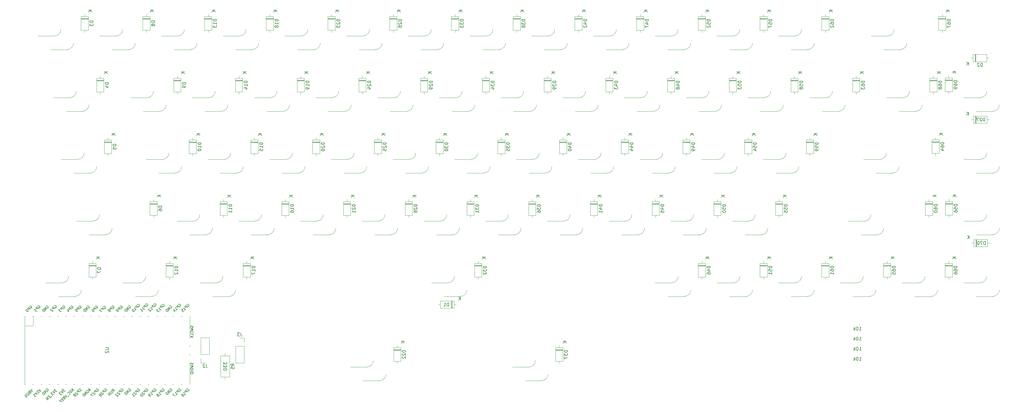
<source format=gbr>
%TF.GenerationSoftware,KiCad,Pcbnew,(6.0.5)*%
%TF.CreationDate,2022-05-31T00:14:22-04:00*%
%TF.ProjectId,pico_keyboard_v1,7069636f-5f6b-4657-9962-6f6172645f76,rev?*%
%TF.SameCoordinates,Original*%
%TF.FileFunction,Legend,Bot*%
%TF.FilePolarity,Positive*%
%FSLAX46Y46*%
G04 Gerber Fmt 4.6, Leading zero omitted, Abs format (unit mm)*
G04 Created by KiCad (PCBNEW (6.0.5)) date 2022-05-31 00:14:22*
%MOMM*%
%LPD*%
G01*
G04 APERTURE LIST*
%ADD10C,0.150000*%
%ADD11C,0.120000*%
G04 APERTURE END LIST*
D10*
X328395238Y-175539046D02*
X328966666Y-175539046D01*
X328680952Y-175539046D02*
X328680952Y-174539046D01*
X328776190Y-174681904D01*
X328871428Y-174777142D01*
X328966666Y-174824761D01*
X327776190Y-174539046D02*
X327680952Y-174539046D01*
X327585714Y-174586666D01*
X327538095Y-174634285D01*
X327490476Y-174729523D01*
X327442857Y-174919999D01*
X327442857Y-175158094D01*
X327490476Y-175348570D01*
X327538095Y-175443808D01*
X327585714Y-175491427D01*
X327680952Y-175539046D01*
X327776190Y-175539046D01*
X327871428Y-175491427D01*
X327919047Y-175443808D01*
X327966666Y-175348570D01*
X328014285Y-175158094D01*
X328014285Y-174919999D01*
X327966666Y-174729523D01*
X327919047Y-174634285D01*
X327871428Y-174586666D01*
X327776190Y-174539046D01*
X327014285Y-175539046D02*
X327014285Y-174539046D01*
X326919047Y-175158094D02*
X326633333Y-175539046D01*
X326633333Y-174872380D02*
X327014285Y-175253332D01*
X328395238Y-169312380D02*
X328966666Y-169312380D01*
X328680952Y-169312380D02*
X328680952Y-168312380D01*
X328776190Y-168455238D01*
X328871428Y-168550476D01*
X328966666Y-168598095D01*
X327776190Y-168312380D02*
X327680952Y-168312380D01*
X327585714Y-168360000D01*
X327538095Y-168407619D01*
X327490476Y-168502857D01*
X327442857Y-168693333D01*
X327442857Y-168931428D01*
X327490476Y-169121904D01*
X327538095Y-169217142D01*
X327585714Y-169264761D01*
X327680952Y-169312380D01*
X327776190Y-169312380D01*
X327871428Y-169264761D01*
X327919047Y-169217142D01*
X327966666Y-169121904D01*
X328014285Y-168931428D01*
X328014285Y-168693333D01*
X327966666Y-168502857D01*
X327919047Y-168407619D01*
X327871428Y-168360000D01*
X327776190Y-168312380D01*
X327014285Y-169312380D02*
X327014285Y-168312380D01*
X326919047Y-168931428D02*
X326633333Y-169312380D01*
X326633333Y-168645714D02*
X327014285Y-169026666D01*
X328395238Y-178652380D02*
X328966666Y-178652380D01*
X328680952Y-178652380D02*
X328680952Y-177652380D01*
X328776190Y-177795238D01*
X328871428Y-177890476D01*
X328966666Y-177938095D01*
X327776190Y-177652380D02*
X327680952Y-177652380D01*
X327585714Y-177700000D01*
X327538095Y-177747619D01*
X327490476Y-177842857D01*
X327442857Y-178033333D01*
X327442857Y-178271428D01*
X327490476Y-178461904D01*
X327538095Y-178557142D01*
X327585714Y-178604761D01*
X327680952Y-178652380D01*
X327776190Y-178652380D01*
X327871428Y-178604761D01*
X327919047Y-178557142D01*
X327966666Y-178461904D01*
X328014285Y-178271428D01*
X328014285Y-178033333D01*
X327966666Y-177842857D01*
X327919047Y-177747619D01*
X327871428Y-177700000D01*
X327776190Y-177652380D01*
X327014285Y-178652380D02*
X327014285Y-177652380D01*
X326919047Y-178271428D02*
X326633333Y-178652380D01*
X326633333Y-177985714D02*
X327014285Y-178366666D01*
X328395238Y-172425713D02*
X328966666Y-172425713D01*
X328680952Y-172425713D02*
X328680952Y-171425713D01*
X328776190Y-171568571D01*
X328871428Y-171663809D01*
X328966666Y-171711428D01*
X327776190Y-171425713D02*
X327680952Y-171425713D01*
X327585714Y-171473333D01*
X327538095Y-171520952D01*
X327490476Y-171616190D01*
X327442857Y-171806666D01*
X327442857Y-172044761D01*
X327490476Y-172235237D01*
X327538095Y-172330475D01*
X327585714Y-172378094D01*
X327680952Y-172425713D01*
X327776190Y-172425713D01*
X327871428Y-172378094D01*
X327919047Y-172330475D01*
X327966666Y-172235237D01*
X328014285Y-172044761D01*
X328014285Y-171806666D01*
X327966666Y-171616190D01*
X327919047Y-171520952D01*
X327871428Y-171473333D01*
X327776190Y-171425713D01*
X327014285Y-172425713D02*
X327014285Y-171425713D01*
X326919047Y-172044761D02*
X326633333Y-172425713D01*
X326633333Y-171759047D02*
X327014285Y-172139999D01*
X132152380Y-179154285D02*
X132152380Y-179773333D01*
X132533333Y-179440000D01*
X132533333Y-179582857D01*
X132580952Y-179678095D01*
X132628571Y-179725714D01*
X132723809Y-179773333D01*
X132961904Y-179773333D01*
X133057142Y-179725714D01*
X133104761Y-179678095D01*
X133152380Y-179582857D01*
X133152380Y-179297142D01*
X133104761Y-179201904D01*
X133057142Y-179154285D01*
X132152380Y-180106666D02*
X132152380Y-180725714D01*
X132533333Y-180392380D01*
X132533333Y-180535238D01*
X132580952Y-180630476D01*
X132628571Y-180678095D01*
X132723809Y-180725714D01*
X132961904Y-180725714D01*
X133057142Y-180678095D01*
X133104761Y-180630476D01*
X133152380Y-180535238D01*
X133152380Y-180249523D01*
X133104761Y-180154285D01*
X133057142Y-180106666D01*
X132152380Y-181344761D02*
X132152380Y-181440000D01*
X132200000Y-181535238D01*
X132247619Y-181582857D01*
X132342857Y-181630476D01*
X132533333Y-181678095D01*
X132771428Y-181678095D01*
X132961904Y-181630476D01*
X133057142Y-181582857D01*
X133104761Y-181535238D01*
X133152380Y-181440000D01*
X133152380Y-181344761D01*
X133104761Y-181249523D01*
X133057142Y-181201904D01*
X132961904Y-181154285D01*
X132771428Y-181106666D01*
X132533333Y-181106666D01*
X132342857Y-181154285D01*
X132247619Y-181201904D01*
X132200000Y-181249523D01*
X132152380Y-181344761D01*
%TO.C,J2*%
X126793333Y-179837380D02*
X126793333Y-180551666D01*
X126840952Y-180694523D01*
X126936190Y-180789761D01*
X127079047Y-180837380D01*
X127174285Y-180837380D01*
X126364761Y-179932619D02*
X126317142Y-179885000D01*
X126221904Y-179837380D01*
X125983809Y-179837380D01*
X125888571Y-179885000D01*
X125840952Y-179932619D01*
X125793333Y-180027857D01*
X125793333Y-180123095D01*
X125840952Y-180265952D01*
X126412380Y-180837380D01*
X125793333Y-180837380D01*
%TO.C,D42*%
X244272380Y-73390714D02*
X243272380Y-73390714D01*
X243272380Y-73628809D01*
X243320000Y-73771666D01*
X243415238Y-73866904D01*
X243510476Y-73914523D01*
X243700952Y-73962142D01*
X243843809Y-73962142D01*
X244034285Y-73914523D01*
X244129523Y-73866904D01*
X244224761Y-73771666D01*
X244272380Y-73628809D01*
X244272380Y-73390714D01*
X243605714Y-74819285D02*
X244272380Y-74819285D01*
X243224761Y-74581190D02*
X243939047Y-74343095D01*
X243939047Y-74962142D01*
X243367619Y-75295476D02*
X243320000Y-75343095D01*
X243272380Y-75438333D01*
X243272380Y-75676428D01*
X243320000Y-75771666D01*
X243367619Y-75819285D01*
X243462857Y-75866904D01*
X243558095Y-75866904D01*
X243700952Y-75819285D01*
X244272380Y-75247857D01*
X244272380Y-75866904D01*
X243952380Y-70533095D02*
X242952380Y-70533095D01*
X243952380Y-71104523D02*
X243380952Y-70675952D01*
X242952380Y-71104523D02*
X243523809Y-70533095D01*
%TO.C,D51*%
X301422380Y-149590714D02*
X300422380Y-149590714D01*
X300422380Y-149828809D01*
X300470000Y-149971666D01*
X300565238Y-150066904D01*
X300660476Y-150114523D01*
X300850952Y-150162142D01*
X300993809Y-150162142D01*
X301184285Y-150114523D01*
X301279523Y-150066904D01*
X301374761Y-149971666D01*
X301422380Y-149828809D01*
X301422380Y-149590714D01*
X300422380Y-151066904D02*
X300422380Y-150590714D01*
X300898571Y-150543095D01*
X300850952Y-150590714D01*
X300803333Y-150685952D01*
X300803333Y-150924047D01*
X300850952Y-151019285D01*
X300898571Y-151066904D01*
X300993809Y-151114523D01*
X301231904Y-151114523D01*
X301327142Y-151066904D01*
X301374761Y-151019285D01*
X301422380Y-150924047D01*
X301422380Y-150685952D01*
X301374761Y-150590714D01*
X301327142Y-150543095D01*
X301422380Y-152066904D02*
X301422380Y-151495476D01*
X301422380Y-151781190D02*
X300422380Y-151781190D01*
X300565238Y-151685952D01*
X300660476Y-151590714D01*
X300708095Y-151495476D01*
X301102380Y-146733095D02*
X300102380Y-146733095D01*
X301102380Y-147304523D02*
X300530952Y-146875952D01*
X300102380Y-147304523D02*
X300673809Y-146733095D01*
%TO.C,D15*%
X144259880Y-111490714D02*
X143259880Y-111490714D01*
X143259880Y-111728809D01*
X143307500Y-111871666D01*
X143402738Y-111966904D01*
X143497976Y-112014523D01*
X143688452Y-112062142D01*
X143831309Y-112062142D01*
X144021785Y-112014523D01*
X144117023Y-111966904D01*
X144212261Y-111871666D01*
X144259880Y-111728809D01*
X144259880Y-111490714D01*
X144259880Y-113014523D02*
X144259880Y-112443095D01*
X144259880Y-112728809D02*
X143259880Y-112728809D01*
X143402738Y-112633571D01*
X143497976Y-112538333D01*
X143545595Y-112443095D01*
X143259880Y-113919285D02*
X143259880Y-113443095D01*
X143736071Y-113395476D01*
X143688452Y-113443095D01*
X143640833Y-113538333D01*
X143640833Y-113776428D01*
X143688452Y-113871666D01*
X143736071Y-113919285D01*
X143831309Y-113966904D01*
X144069404Y-113966904D01*
X144164642Y-113919285D01*
X144212261Y-113871666D01*
X144259880Y-113776428D01*
X144259880Y-113538333D01*
X144212261Y-113443095D01*
X144164642Y-113395476D01*
X143939880Y-108633095D02*
X142939880Y-108633095D01*
X143939880Y-109204523D02*
X143368452Y-108775952D01*
X142939880Y-109204523D02*
X143511309Y-108633095D01*
%TO.C,D48*%
X272847380Y-92440714D02*
X271847380Y-92440714D01*
X271847380Y-92678809D01*
X271895000Y-92821666D01*
X271990238Y-92916904D01*
X272085476Y-92964523D01*
X272275952Y-93012142D01*
X272418809Y-93012142D01*
X272609285Y-92964523D01*
X272704523Y-92916904D01*
X272799761Y-92821666D01*
X272847380Y-92678809D01*
X272847380Y-92440714D01*
X272180714Y-93869285D02*
X272847380Y-93869285D01*
X271799761Y-93631190D02*
X272514047Y-93393095D01*
X272514047Y-94012142D01*
X272275952Y-94535952D02*
X272228333Y-94440714D01*
X272180714Y-94393095D01*
X272085476Y-94345476D01*
X272037857Y-94345476D01*
X271942619Y-94393095D01*
X271895000Y-94440714D01*
X271847380Y-94535952D01*
X271847380Y-94726428D01*
X271895000Y-94821666D01*
X271942619Y-94869285D01*
X272037857Y-94916904D01*
X272085476Y-94916904D01*
X272180714Y-94869285D01*
X272228333Y-94821666D01*
X272275952Y-94726428D01*
X272275952Y-94535952D01*
X272323571Y-94440714D01*
X272371190Y-94393095D01*
X272466428Y-94345476D01*
X272656904Y-94345476D01*
X272752142Y-94393095D01*
X272799761Y-94440714D01*
X272847380Y-94535952D01*
X272847380Y-94726428D01*
X272799761Y-94821666D01*
X272752142Y-94869285D01*
X272656904Y-94916904D01*
X272466428Y-94916904D01*
X272371190Y-94869285D01*
X272323571Y-94821666D01*
X272275952Y-94726428D01*
X272527380Y-89583095D02*
X271527380Y-89583095D01*
X272527380Y-90154523D02*
X271955952Y-89725952D01*
X271527380Y-90154523D02*
X272098809Y-89583095D01*
%TO.C,D60*%
X352442380Y-130505714D02*
X351442380Y-130505714D01*
X351442380Y-130743809D01*
X351490000Y-130886666D01*
X351585238Y-130981904D01*
X351680476Y-131029523D01*
X351870952Y-131077142D01*
X352013809Y-131077142D01*
X352204285Y-131029523D01*
X352299523Y-130981904D01*
X352394761Y-130886666D01*
X352442380Y-130743809D01*
X352442380Y-130505714D01*
X351442380Y-131934285D02*
X351442380Y-131743809D01*
X351490000Y-131648571D01*
X351537619Y-131600952D01*
X351680476Y-131505714D01*
X351870952Y-131458095D01*
X352251904Y-131458095D01*
X352347142Y-131505714D01*
X352394761Y-131553333D01*
X352442380Y-131648571D01*
X352442380Y-131839047D01*
X352394761Y-131934285D01*
X352347142Y-131981904D01*
X352251904Y-132029523D01*
X352013809Y-132029523D01*
X351918571Y-131981904D01*
X351870952Y-131934285D01*
X351823333Y-131839047D01*
X351823333Y-131648571D01*
X351870952Y-131553333D01*
X351918571Y-131505714D01*
X352013809Y-131458095D01*
X351442380Y-132648571D02*
X351442380Y-132743809D01*
X351490000Y-132839047D01*
X351537619Y-132886666D01*
X351632857Y-132934285D01*
X351823333Y-132981904D01*
X352061428Y-132981904D01*
X352251904Y-132934285D01*
X352347142Y-132886666D01*
X352394761Y-132839047D01*
X352442380Y-132743809D01*
X352442380Y-132648571D01*
X352394761Y-132553333D01*
X352347142Y-132505714D01*
X352251904Y-132458095D01*
X352061428Y-132410476D01*
X351823333Y-132410476D01*
X351632857Y-132458095D01*
X351537619Y-132505714D01*
X351490000Y-132553333D01*
X351442380Y-132648571D01*
X352122380Y-127648095D02*
X351122380Y-127648095D01*
X352122380Y-128219523D02*
X351550952Y-127790952D01*
X351122380Y-128219523D02*
X351693809Y-127648095D01*
%TO.C,D34*%
X215697380Y-92440714D02*
X214697380Y-92440714D01*
X214697380Y-92678809D01*
X214745000Y-92821666D01*
X214840238Y-92916904D01*
X214935476Y-92964523D01*
X215125952Y-93012142D01*
X215268809Y-93012142D01*
X215459285Y-92964523D01*
X215554523Y-92916904D01*
X215649761Y-92821666D01*
X215697380Y-92678809D01*
X215697380Y-92440714D01*
X214697380Y-93345476D02*
X214697380Y-93964523D01*
X215078333Y-93631190D01*
X215078333Y-93774047D01*
X215125952Y-93869285D01*
X215173571Y-93916904D01*
X215268809Y-93964523D01*
X215506904Y-93964523D01*
X215602142Y-93916904D01*
X215649761Y-93869285D01*
X215697380Y-93774047D01*
X215697380Y-93488333D01*
X215649761Y-93393095D01*
X215602142Y-93345476D01*
X215030714Y-94821666D02*
X215697380Y-94821666D01*
X214649761Y-94583571D02*
X215364047Y-94345476D01*
X215364047Y-94964523D01*
X215377380Y-89583095D02*
X214377380Y-89583095D01*
X215377380Y-90154523D02*
X214805952Y-89725952D01*
X214377380Y-90154523D02*
X214948809Y-89583095D01*
%TO.C,D66*%
X358572380Y-149590714D02*
X357572380Y-149590714D01*
X357572380Y-149828809D01*
X357620000Y-149971666D01*
X357715238Y-150066904D01*
X357810476Y-150114523D01*
X358000952Y-150162142D01*
X358143809Y-150162142D01*
X358334285Y-150114523D01*
X358429523Y-150066904D01*
X358524761Y-149971666D01*
X358572380Y-149828809D01*
X358572380Y-149590714D01*
X357572380Y-151019285D02*
X357572380Y-150828809D01*
X357620000Y-150733571D01*
X357667619Y-150685952D01*
X357810476Y-150590714D01*
X358000952Y-150543095D01*
X358381904Y-150543095D01*
X358477142Y-150590714D01*
X358524761Y-150638333D01*
X358572380Y-150733571D01*
X358572380Y-150924047D01*
X358524761Y-151019285D01*
X358477142Y-151066904D01*
X358381904Y-151114523D01*
X358143809Y-151114523D01*
X358048571Y-151066904D01*
X358000952Y-151019285D01*
X357953333Y-150924047D01*
X357953333Y-150733571D01*
X358000952Y-150638333D01*
X358048571Y-150590714D01*
X358143809Y-150543095D01*
X357572380Y-151971666D02*
X357572380Y-151781190D01*
X357620000Y-151685952D01*
X357667619Y-151638333D01*
X357810476Y-151543095D01*
X358000952Y-151495476D01*
X358381904Y-151495476D01*
X358477142Y-151543095D01*
X358524761Y-151590714D01*
X358572380Y-151685952D01*
X358572380Y-151876428D01*
X358524761Y-151971666D01*
X358477142Y-152019285D01*
X358381904Y-152066904D01*
X358143809Y-152066904D01*
X358048571Y-152019285D01*
X358000952Y-151971666D01*
X357953333Y-151876428D01*
X357953333Y-151685952D01*
X358000952Y-151590714D01*
X358048571Y-151543095D01*
X358143809Y-151495476D01*
X358252380Y-146733095D02*
X357252380Y-146733095D01*
X358252380Y-147304523D02*
X357680952Y-146875952D01*
X357252380Y-147304523D02*
X357823809Y-146733095D01*
%TO.C,D46*%
X282372380Y-149590714D02*
X281372380Y-149590714D01*
X281372380Y-149828809D01*
X281420000Y-149971666D01*
X281515238Y-150066904D01*
X281610476Y-150114523D01*
X281800952Y-150162142D01*
X281943809Y-150162142D01*
X282134285Y-150114523D01*
X282229523Y-150066904D01*
X282324761Y-149971666D01*
X282372380Y-149828809D01*
X282372380Y-149590714D01*
X281705714Y-151019285D02*
X282372380Y-151019285D01*
X281324761Y-150781190D02*
X282039047Y-150543095D01*
X282039047Y-151162142D01*
X281372380Y-151971666D02*
X281372380Y-151781190D01*
X281420000Y-151685952D01*
X281467619Y-151638333D01*
X281610476Y-151543095D01*
X281800952Y-151495476D01*
X282181904Y-151495476D01*
X282277142Y-151543095D01*
X282324761Y-151590714D01*
X282372380Y-151685952D01*
X282372380Y-151876428D01*
X282324761Y-151971666D01*
X282277142Y-152019285D01*
X282181904Y-152066904D01*
X281943809Y-152066904D01*
X281848571Y-152019285D01*
X281800952Y-151971666D01*
X281753333Y-151876428D01*
X281753333Y-151685952D01*
X281800952Y-151590714D01*
X281848571Y-151543095D01*
X281943809Y-151495476D01*
X282052380Y-146733095D02*
X281052380Y-146733095D01*
X282052380Y-147304523D02*
X281480952Y-146875952D01*
X281052380Y-147304523D02*
X281623809Y-146733095D01*
%TO.C,D26*%
X191884880Y-130540714D02*
X190884880Y-130540714D01*
X190884880Y-130778809D01*
X190932500Y-130921666D01*
X191027738Y-131016904D01*
X191122976Y-131064523D01*
X191313452Y-131112142D01*
X191456309Y-131112142D01*
X191646785Y-131064523D01*
X191742023Y-131016904D01*
X191837261Y-130921666D01*
X191884880Y-130778809D01*
X191884880Y-130540714D01*
X190980119Y-131493095D02*
X190932500Y-131540714D01*
X190884880Y-131635952D01*
X190884880Y-131874047D01*
X190932500Y-131969285D01*
X190980119Y-132016904D01*
X191075357Y-132064523D01*
X191170595Y-132064523D01*
X191313452Y-132016904D01*
X191884880Y-131445476D01*
X191884880Y-132064523D01*
X190884880Y-132921666D02*
X190884880Y-132731190D01*
X190932500Y-132635952D01*
X190980119Y-132588333D01*
X191122976Y-132493095D01*
X191313452Y-132445476D01*
X191694404Y-132445476D01*
X191789642Y-132493095D01*
X191837261Y-132540714D01*
X191884880Y-132635952D01*
X191884880Y-132826428D01*
X191837261Y-132921666D01*
X191789642Y-132969285D01*
X191694404Y-133016904D01*
X191456309Y-133016904D01*
X191361071Y-132969285D01*
X191313452Y-132921666D01*
X191265833Y-132826428D01*
X191265833Y-132635952D01*
X191313452Y-132540714D01*
X191361071Y-132493095D01*
X191456309Y-132445476D01*
X191564880Y-127683095D02*
X190564880Y-127683095D01*
X191564880Y-128254523D02*
X190993452Y-127825952D01*
X190564880Y-128254523D02*
X191136309Y-127683095D01*
%TO.C,D53*%
X291897380Y-92440714D02*
X290897380Y-92440714D01*
X290897380Y-92678809D01*
X290945000Y-92821666D01*
X291040238Y-92916904D01*
X291135476Y-92964523D01*
X291325952Y-93012142D01*
X291468809Y-93012142D01*
X291659285Y-92964523D01*
X291754523Y-92916904D01*
X291849761Y-92821666D01*
X291897380Y-92678809D01*
X291897380Y-92440714D01*
X290897380Y-93916904D02*
X290897380Y-93440714D01*
X291373571Y-93393095D01*
X291325952Y-93440714D01*
X291278333Y-93535952D01*
X291278333Y-93774047D01*
X291325952Y-93869285D01*
X291373571Y-93916904D01*
X291468809Y-93964523D01*
X291706904Y-93964523D01*
X291802142Y-93916904D01*
X291849761Y-93869285D01*
X291897380Y-93774047D01*
X291897380Y-93535952D01*
X291849761Y-93440714D01*
X291802142Y-93393095D01*
X290897380Y-94297857D02*
X290897380Y-94916904D01*
X291278333Y-94583571D01*
X291278333Y-94726428D01*
X291325952Y-94821666D01*
X291373571Y-94869285D01*
X291468809Y-94916904D01*
X291706904Y-94916904D01*
X291802142Y-94869285D01*
X291849761Y-94821666D01*
X291897380Y-94726428D01*
X291897380Y-94440714D01*
X291849761Y-94345476D01*
X291802142Y-94297857D01*
X291577380Y-89583095D02*
X290577380Y-89583095D01*
X291577380Y-90154523D02*
X291005952Y-89725952D01*
X290577380Y-90154523D02*
X291148809Y-89583095D01*
%TO.C,D62*%
X320472380Y-73390714D02*
X319472380Y-73390714D01*
X319472380Y-73628809D01*
X319520000Y-73771666D01*
X319615238Y-73866904D01*
X319710476Y-73914523D01*
X319900952Y-73962142D01*
X320043809Y-73962142D01*
X320234285Y-73914523D01*
X320329523Y-73866904D01*
X320424761Y-73771666D01*
X320472380Y-73628809D01*
X320472380Y-73390714D01*
X319472380Y-74819285D02*
X319472380Y-74628809D01*
X319520000Y-74533571D01*
X319567619Y-74485952D01*
X319710476Y-74390714D01*
X319900952Y-74343095D01*
X320281904Y-74343095D01*
X320377142Y-74390714D01*
X320424761Y-74438333D01*
X320472380Y-74533571D01*
X320472380Y-74724047D01*
X320424761Y-74819285D01*
X320377142Y-74866904D01*
X320281904Y-74914523D01*
X320043809Y-74914523D01*
X319948571Y-74866904D01*
X319900952Y-74819285D01*
X319853333Y-74724047D01*
X319853333Y-74533571D01*
X319900952Y-74438333D01*
X319948571Y-74390714D01*
X320043809Y-74343095D01*
X319567619Y-75295476D02*
X319520000Y-75343095D01*
X319472380Y-75438333D01*
X319472380Y-75676428D01*
X319520000Y-75771666D01*
X319567619Y-75819285D01*
X319662857Y-75866904D01*
X319758095Y-75866904D01*
X319900952Y-75819285D01*
X320472380Y-75247857D01*
X320472380Y-75866904D01*
X320152380Y-70533095D02*
X319152380Y-70533095D01*
X320152380Y-71104523D02*
X319580952Y-70675952D01*
X319152380Y-71104523D02*
X319723809Y-70533095D01*
%TO.C,D21*%
X172834880Y-130540714D02*
X171834880Y-130540714D01*
X171834880Y-130778809D01*
X171882500Y-130921666D01*
X171977738Y-131016904D01*
X172072976Y-131064523D01*
X172263452Y-131112142D01*
X172406309Y-131112142D01*
X172596785Y-131064523D01*
X172692023Y-131016904D01*
X172787261Y-130921666D01*
X172834880Y-130778809D01*
X172834880Y-130540714D01*
X171930119Y-131493095D02*
X171882500Y-131540714D01*
X171834880Y-131635952D01*
X171834880Y-131874047D01*
X171882500Y-131969285D01*
X171930119Y-132016904D01*
X172025357Y-132064523D01*
X172120595Y-132064523D01*
X172263452Y-132016904D01*
X172834880Y-131445476D01*
X172834880Y-132064523D01*
X172834880Y-133016904D02*
X172834880Y-132445476D01*
X172834880Y-132731190D02*
X171834880Y-132731190D01*
X171977738Y-132635952D01*
X172072976Y-132540714D01*
X172120595Y-132445476D01*
X172514880Y-127683095D02*
X171514880Y-127683095D01*
X172514880Y-128254523D02*
X171943452Y-127825952D01*
X171514880Y-128254523D02*
X172086309Y-127683095D01*
%TO.C,D52*%
X282372380Y-73390714D02*
X281372380Y-73390714D01*
X281372380Y-73628809D01*
X281420000Y-73771666D01*
X281515238Y-73866904D01*
X281610476Y-73914523D01*
X281800952Y-73962142D01*
X281943809Y-73962142D01*
X282134285Y-73914523D01*
X282229523Y-73866904D01*
X282324761Y-73771666D01*
X282372380Y-73628809D01*
X282372380Y-73390714D01*
X281372380Y-74866904D02*
X281372380Y-74390714D01*
X281848571Y-74343095D01*
X281800952Y-74390714D01*
X281753333Y-74485952D01*
X281753333Y-74724047D01*
X281800952Y-74819285D01*
X281848571Y-74866904D01*
X281943809Y-74914523D01*
X282181904Y-74914523D01*
X282277142Y-74866904D01*
X282324761Y-74819285D01*
X282372380Y-74724047D01*
X282372380Y-74485952D01*
X282324761Y-74390714D01*
X282277142Y-74343095D01*
X281467619Y-75295476D02*
X281420000Y-75343095D01*
X281372380Y-75438333D01*
X281372380Y-75676428D01*
X281420000Y-75771666D01*
X281467619Y-75819285D01*
X281562857Y-75866904D01*
X281658095Y-75866904D01*
X281800952Y-75819285D01*
X282372380Y-75247857D01*
X282372380Y-75866904D01*
X282052380Y-70533095D02*
X281052380Y-70533095D01*
X282052380Y-71104523D02*
X281480952Y-70675952D01*
X281052380Y-71104523D02*
X281623809Y-70533095D01*
%TO.C,D58*%
X310947380Y-92440714D02*
X309947380Y-92440714D01*
X309947380Y-92678809D01*
X309995000Y-92821666D01*
X310090238Y-92916904D01*
X310185476Y-92964523D01*
X310375952Y-93012142D01*
X310518809Y-93012142D01*
X310709285Y-92964523D01*
X310804523Y-92916904D01*
X310899761Y-92821666D01*
X310947380Y-92678809D01*
X310947380Y-92440714D01*
X309947380Y-93916904D02*
X309947380Y-93440714D01*
X310423571Y-93393095D01*
X310375952Y-93440714D01*
X310328333Y-93535952D01*
X310328333Y-93774047D01*
X310375952Y-93869285D01*
X310423571Y-93916904D01*
X310518809Y-93964523D01*
X310756904Y-93964523D01*
X310852142Y-93916904D01*
X310899761Y-93869285D01*
X310947380Y-93774047D01*
X310947380Y-93535952D01*
X310899761Y-93440714D01*
X310852142Y-93393095D01*
X310375952Y-94535952D02*
X310328333Y-94440714D01*
X310280714Y-94393095D01*
X310185476Y-94345476D01*
X310137857Y-94345476D01*
X310042619Y-94393095D01*
X309995000Y-94440714D01*
X309947380Y-94535952D01*
X309947380Y-94726428D01*
X309995000Y-94821666D01*
X310042619Y-94869285D01*
X310137857Y-94916904D01*
X310185476Y-94916904D01*
X310280714Y-94869285D01*
X310328333Y-94821666D01*
X310375952Y-94726428D01*
X310375952Y-94535952D01*
X310423571Y-94440714D01*
X310471190Y-94393095D01*
X310566428Y-94345476D01*
X310756904Y-94345476D01*
X310852142Y-94393095D01*
X310899761Y-94440714D01*
X310947380Y-94535952D01*
X310947380Y-94726428D01*
X310899761Y-94821666D01*
X310852142Y-94869285D01*
X310756904Y-94916904D01*
X310566428Y-94916904D01*
X310471190Y-94869285D01*
X310423571Y-94821666D01*
X310375952Y-94726428D01*
X310627380Y-89583095D02*
X309627380Y-89583095D01*
X310627380Y-90154523D02*
X310055952Y-89725952D01*
X309627380Y-90154523D02*
X310198809Y-89583095D01*
%TO.C,D10*%
X125209879Y-111490714D02*
X124209879Y-111490714D01*
X124209879Y-111728809D01*
X124257499Y-111871666D01*
X124352737Y-111966904D01*
X124447975Y-112014523D01*
X124638451Y-112062142D01*
X124781308Y-112062142D01*
X124971784Y-112014523D01*
X125067022Y-111966904D01*
X125162260Y-111871666D01*
X125209879Y-111728809D01*
X125209879Y-111490714D01*
X125209879Y-113014523D02*
X125209879Y-112443095D01*
X125209879Y-112728809D02*
X124209879Y-112728809D01*
X124352737Y-112633571D01*
X124447975Y-112538333D01*
X124495594Y-112443095D01*
X124209879Y-113633571D02*
X124209879Y-113728809D01*
X124257499Y-113824047D01*
X124305118Y-113871666D01*
X124400356Y-113919285D01*
X124590832Y-113966904D01*
X124828927Y-113966904D01*
X125019403Y-113919285D01*
X125114641Y-113871666D01*
X125162260Y-113824047D01*
X125209879Y-113728809D01*
X125209879Y-113633571D01*
X125162260Y-113538333D01*
X125114641Y-113490714D01*
X125019403Y-113443095D01*
X124828927Y-113395476D01*
X124590832Y-113395476D01*
X124400356Y-113443095D01*
X124305118Y-113490714D01*
X124257499Y-113538333D01*
X124209879Y-113633571D01*
X124889879Y-108633095D02*
X123889879Y-108633095D01*
X124889879Y-109204523D02*
X124318451Y-108775952D01*
X123889879Y-109204523D02*
X124461308Y-108633095D01*
%TO.C,D57*%
X301422380Y-73390714D02*
X300422380Y-73390714D01*
X300422380Y-73628809D01*
X300470000Y-73771666D01*
X300565238Y-73866904D01*
X300660476Y-73914523D01*
X300850952Y-73962142D01*
X300993809Y-73962142D01*
X301184285Y-73914523D01*
X301279523Y-73866904D01*
X301374761Y-73771666D01*
X301422380Y-73628809D01*
X301422380Y-73390714D01*
X300422380Y-74866904D02*
X300422380Y-74390714D01*
X300898571Y-74343095D01*
X300850952Y-74390714D01*
X300803333Y-74485952D01*
X300803333Y-74724047D01*
X300850952Y-74819285D01*
X300898571Y-74866904D01*
X300993809Y-74914523D01*
X301231904Y-74914523D01*
X301327142Y-74866904D01*
X301374761Y-74819285D01*
X301422380Y-74724047D01*
X301422380Y-74485952D01*
X301374761Y-74390714D01*
X301327142Y-74343095D01*
X300422380Y-75247857D02*
X300422380Y-75914523D01*
X301422380Y-75485952D01*
X301102380Y-70533095D02*
X300102380Y-70533095D01*
X301102380Y-71104523D02*
X300530952Y-70675952D01*
X300102380Y-71104523D02*
X300673809Y-70533095D01*
%TO.C,D61*%
X320472380Y-149590714D02*
X319472380Y-149590714D01*
X319472380Y-149828809D01*
X319520000Y-149971666D01*
X319615238Y-150066904D01*
X319710476Y-150114523D01*
X319900952Y-150162142D01*
X320043809Y-150162142D01*
X320234285Y-150114523D01*
X320329523Y-150066904D01*
X320424761Y-149971666D01*
X320472380Y-149828809D01*
X320472380Y-149590714D01*
X319472380Y-151019285D02*
X319472380Y-150828809D01*
X319520000Y-150733571D01*
X319567619Y-150685952D01*
X319710476Y-150590714D01*
X319900952Y-150543095D01*
X320281904Y-150543095D01*
X320377142Y-150590714D01*
X320424761Y-150638333D01*
X320472380Y-150733571D01*
X320472380Y-150924047D01*
X320424761Y-151019285D01*
X320377142Y-151066904D01*
X320281904Y-151114523D01*
X320043809Y-151114523D01*
X319948571Y-151066904D01*
X319900952Y-151019285D01*
X319853333Y-150924047D01*
X319853333Y-150733571D01*
X319900952Y-150638333D01*
X319948571Y-150590714D01*
X320043809Y-150543095D01*
X320472380Y-152066904D02*
X320472380Y-151495476D01*
X320472380Y-151781190D02*
X319472380Y-151781190D01*
X319615238Y-151685952D01*
X319710476Y-151590714D01*
X319758095Y-151495476D01*
X320152380Y-146733095D02*
X319152380Y-146733095D01*
X320152380Y-147304523D02*
X319580952Y-146875952D01*
X319152380Y-147304523D02*
X319723809Y-146733095D01*
%TO.C,D56*%
X358632380Y-130465714D02*
X357632380Y-130465714D01*
X357632380Y-130703809D01*
X357680000Y-130846666D01*
X357775238Y-130941904D01*
X357870476Y-130989523D01*
X358060952Y-131037142D01*
X358203809Y-131037142D01*
X358394285Y-130989523D01*
X358489523Y-130941904D01*
X358584761Y-130846666D01*
X358632380Y-130703809D01*
X358632380Y-130465714D01*
X357632380Y-131941904D02*
X357632380Y-131465714D01*
X358108571Y-131418095D01*
X358060952Y-131465714D01*
X358013333Y-131560952D01*
X358013333Y-131799047D01*
X358060952Y-131894285D01*
X358108571Y-131941904D01*
X358203809Y-131989523D01*
X358441904Y-131989523D01*
X358537142Y-131941904D01*
X358584761Y-131894285D01*
X358632380Y-131799047D01*
X358632380Y-131560952D01*
X358584761Y-131465714D01*
X358537142Y-131418095D01*
X357632380Y-132846666D02*
X357632380Y-132656190D01*
X357680000Y-132560952D01*
X357727619Y-132513333D01*
X357870476Y-132418095D01*
X358060952Y-132370476D01*
X358441904Y-132370476D01*
X358537142Y-132418095D01*
X358584761Y-132465714D01*
X358632380Y-132560952D01*
X358632380Y-132751428D01*
X358584761Y-132846666D01*
X358537142Y-132894285D01*
X358441904Y-132941904D01*
X358203809Y-132941904D01*
X358108571Y-132894285D01*
X358060952Y-132846666D01*
X358013333Y-132751428D01*
X358013333Y-132560952D01*
X358060952Y-132465714D01*
X358108571Y-132418095D01*
X358203809Y-132370476D01*
X358312380Y-127608095D02*
X357312380Y-127608095D01*
X358312380Y-128179523D02*
X357740952Y-127750952D01*
X357312380Y-128179523D02*
X357883809Y-127608095D01*
%TO.C,D39*%
X234747380Y-92440714D02*
X233747380Y-92440714D01*
X233747380Y-92678809D01*
X233795000Y-92821666D01*
X233890238Y-92916904D01*
X233985476Y-92964523D01*
X234175952Y-93012142D01*
X234318809Y-93012142D01*
X234509285Y-92964523D01*
X234604523Y-92916904D01*
X234699761Y-92821666D01*
X234747380Y-92678809D01*
X234747380Y-92440714D01*
X233747380Y-93345476D02*
X233747380Y-93964523D01*
X234128333Y-93631190D01*
X234128333Y-93774047D01*
X234175952Y-93869285D01*
X234223571Y-93916904D01*
X234318809Y-93964523D01*
X234556904Y-93964523D01*
X234652142Y-93916904D01*
X234699761Y-93869285D01*
X234747380Y-93774047D01*
X234747380Y-93488333D01*
X234699761Y-93393095D01*
X234652142Y-93345476D01*
X234747380Y-94440714D02*
X234747380Y-94631190D01*
X234699761Y-94726428D01*
X234652142Y-94774047D01*
X234509285Y-94869285D01*
X234318809Y-94916904D01*
X233937857Y-94916904D01*
X233842619Y-94869285D01*
X233795000Y-94821666D01*
X233747380Y-94726428D01*
X233747380Y-94535952D01*
X233795000Y-94440714D01*
X233842619Y-94393095D01*
X233937857Y-94345476D01*
X234175952Y-94345476D01*
X234271190Y-94393095D01*
X234318809Y-94440714D01*
X234366428Y-94535952D01*
X234366428Y-94726428D01*
X234318809Y-94821666D01*
X234271190Y-94869285D01*
X234175952Y-94916904D01*
X234427380Y-89583095D02*
X233427380Y-89583095D01*
X234427380Y-90154523D02*
X233855952Y-89725952D01*
X233427380Y-90154523D02*
X233998809Y-89583095D01*
%TO.C,D64*%
X354492380Y-111425714D02*
X353492380Y-111425714D01*
X353492380Y-111663809D01*
X353540000Y-111806666D01*
X353635238Y-111901904D01*
X353730476Y-111949523D01*
X353920952Y-111997142D01*
X354063809Y-111997142D01*
X354254285Y-111949523D01*
X354349523Y-111901904D01*
X354444761Y-111806666D01*
X354492380Y-111663809D01*
X354492380Y-111425714D01*
X353492380Y-112854285D02*
X353492380Y-112663809D01*
X353540000Y-112568571D01*
X353587619Y-112520952D01*
X353730476Y-112425714D01*
X353920952Y-112378095D01*
X354301904Y-112378095D01*
X354397142Y-112425714D01*
X354444761Y-112473333D01*
X354492380Y-112568571D01*
X354492380Y-112759047D01*
X354444761Y-112854285D01*
X354397142Y-112901904D01*
X354301904Y-112949523D01*
X354063809Y-112949523D01*
X353968571Y-112901904D01*
X353920952Y-112854285D01*
X353873333Y-112759047D01*
X353873333Y-112568571D01*
X353920952Y-112473333D01*
X353968571Y-112425714D01*
X354063809Y-112378095D01*
X353825714Y-113806666D02*
X354492380Y-113806666D01*
X353444761Y-113568571D02*
X354159047Y-113330476D01*
X354159047Y-113949523D01*
X354172380Y-108568095D02*
X353172380Y-108568095D01*
X354172380Y-109139523D02*
X353600952Y-108710952D01*
X353172380Y-109139523D02*
X353743809Y-108568095D01*
%TO.C,J3*%
X137523333Y-170142380D02*
X137523333Y-170856666D01*
X137570952Y-170999523D01*
X137666190Y-171094761D01*
X137809047Y-171142380D01*
X137904285Y-171142380D01*
X137142380Y-170142380D02*
X136523333Y-170142380D01*
X136856666Y-170523333D01*
X136713809Y-170523333D01*
X136618571Y-170570952D01*
X136570952Y-170618571D01*
X136523333Y-170713809D01*
X136523333Y-170951904D01*
X136570952Y-171047142D01*
X136618571Y-171094761D01*
X136713809Y-171142380D01*
X136999523Y-171142380D01*
X137094761Y-171094761D01*
X137142380Y-171047142D01*
%TO.C,D65*%
X339522380Y-149590714D02*
X338522380Y-149590714D01*
X338522380Y-149828809D01*
X338570000Y-149971666D01*
X338665238Y-150066904D01*
X338760476Y-150114523D01*
X338950952Y-150162142D01*
X339093809Y-150162142D01*
X339284285Y-150114523D01*
X339379523Y-150066904D01*
X339474761Y-149971666D01*
X339522380Y-149828809D01*
X339522380Y-149590714D01*
X338522380Y-151019285D02*
X338522380Y-150828809D01*
X338570000Y-150733571D01*
X338617619Y-150685952D01*
X338760476Y-150590714D01*
X338950952Y-150543095D01*
X339331904Y-150543095D01*
X339427142Y-150590714D01*
X339474761Y-150638333D01*
X339522380Y-150733571D01*
X339522380Y-150924047D01*
X339474761Y-151019285D01*
X339427142Y-151066904D01*
X339331904Y-151114523D01*
X339093809Y-151114523D01*
X338998571Y-151066904D01*
X338950952Y-151019285D01*
X338903333Y-150924047D01*
X338903333Y-150733571D01*
X338950952Y-150638333D01*
X338998571Y-150590714D01*
X339093809Y-150543095D01*
X338522380Y-152019285D02*
X338522380Y-151543095D01*
X338998571Y-151495476D01*
X338950952Y-151543095D01*
X338903333Y-151638333D01*
X338903333Y-151876428D01*
X338950952Y-151971666D01*
X338998571Y-152019285D01*
X339093809Y-152066904D01*
X339331904Y-152066904D01*
X339427142Y-152019285D01*
X339474761Y-151971666D01*
X339522380Y-151876428D01*
X339522380Y-151638333D01*
X339474761Y-151543095D01*
X339427142Y-151495476D01*
X339202380Y-146733095D02*
X338202380Y-146733095D01*
X339202380Y-147304523D02*
X338630952Y-146875952D01*
X338202380Y-147304523D02*
X338773809Y-146733095D01*
%TO.C,D47*%
X263322380Y-73390714D02*
X262322380Y-73390714D01*
X262322380Y-73628809D01*
X262370000Y-73771666D01*
X262465238Y-73866904D01*
X262560476Y-73914523D01*
X262750952Y-73962142D01*
X262893809Y-73962142D01*
X263084285Y-73914523D01*
X263179523Y-73866904D01*
X263274761Y-73771666D01*
X263322380Y-73628809D01*
X263322380Y-73390714D01*
X262655714Y-74819285D02*
X263322380Y-74819285D01*
X262274761Y-74581190D02*
X262989047Y-74343095D01*
X262989047Y-74962142D01*
X262322380Y-75247857D02*
X262322380Y-75914523D01*
X263322380Y-75485952D01*
X263002380Y-70533095D02*
X262002380Y-70533095D01*
X263002380Y-71104523D02*
X262430952Y-70675952D01*
X262002380Y-71104523D02*
X262573809Y-70533095D01*
%TO.C,D49*%
X277609880Y-111490714D02*
X276609880Y-111490714D01*
X276609880Y-111728809D01*
X276657500Y-111871666D01*
X276752738Y-111966904D01*
X276847976Y-112014523D01*
X277038452Y-112062142D01*
X277181309Y-112062142D01*
X277371785Y-112014523D01*
X277467023Y-111966904D01*
X277562261Y-111871666D01*
X277609880Y-111728809D01*
X277609880Y-111490714D01*
X276943214Y-112919285D02*
X277609880Y-112919285D01*
X276562261Y-112681190D02*
X277276547Y-112443095D01*
X277276547Y-113062142D01*
X277609880Y-113490714D02*
X277609880Y-113681190D01*
X277562261Y-113776428D01*
X277514642Y-113824047D01*
X277371785Y-113919285D01*
X277181309Y-113966904D01*
X276800357Y-113966904D01*
X276705119Y-113919285D01*
X276657500Y-113871666D01*
X276609880Y-113776428D01*
X276609880Y-113585952D01*
X276657500Y-113490714D01*
X276705119Y-113443095D01*
X276800357Y-113395476D01*
X277038452Y-113395476D01*
X277133690Y-113443095D01*
X277181309Y-113490714D01*
X277228928Y-113585952D01*
X277228928Y-113776428D01*
X277181309Y-113871666D01*
X277133690Y-113919285D01*
X277038452Y-113966904D01*
X277289880Y-108633095D02*
X276289880Y-108633095D01*
X277289880Y-109204523D02*
X276718452Y-108775952D01*
X276289880Y-109204523D02*
X276861309Y-108633095D01*
%TO.C,D8*%
X110922380Y-73866904D02*
X109922380Y-73866904D01*
X109922380Y-74105000D01*
X109970000Y-74247857D01*
X110065238Y-74343095D01*
X110160476Y-74390714D01*
X110350952Y-74438333D01*
X110493809Y-74438333D01*
X110684285Y-74390714D01*
X110779523Y-74343095D01*
X110874761Y-74247857D01*
X110922380Y-74105000D01*
X110922380Y-73866904D01*
X110350952Y-75009761D02*
X110303333Y-74914523D01*
X110255714Y-74866904D01*
X110160476Y-74819285D01*
X110112857Y-74819285D01*
X110017619Y-74866904D01*
X109970000Y-74914523D01*
X109922380Y-75009761D01*
X109922380Y-75200238D01*
X109970000Y-75295476D01*
X110017619Y-75343095D01*
X110112857Y-75390714D01*
X110160476Y-75390714D01*
X110255714Y-75343095D01*
X110303333Y-75295476D01*
X110350952Y-75200238D01*
X110350952Y-75009761D01*
X110398571Y-74914523D01*
X110446190Y-74866904D01*
X110541428Y-74819285D01*
X110731904Y-74819285D01*
X110827142Y-74866904D01*
X110874761Y-74914523D01*
X110922380Y-75009761D01*
X110922380Y-75200238D01*
X110874761Y-75295476D01*
X110827142Y-75343095D01*
X110731904Y-75390714D01*
X110541428Y-75390714D01*
X110446190Y-75343095D01*
X110398571Y-75295476D01*
X110350952Y-75200238D01*
X110602380Y-70533095D02*
X109602380Y-70533095D01*
X110602380Y-71104523D02*
X110030952Y-70675952D01*
X109602380Y-71104523D02*
X110173809Y-70533095D01*
%TO.C,U2*%
X95702380Y-174758095D02*
X96511904Y-174758095D01*
X96607142Y-174805714D01*
X96654761Y-174853333D01*
X96702380Y-174948571D01*
X96702380Y-175139047D01*
X96654761Y-175234285D01*
X96607142Y-175281904D01*
X96511904Y-175329523D01*
X95702380Y-175329523D01*
X95797619Y-175758095D02*
X95750000Y-175805714D01*
X95702380Y-175900952D01*
X95702380Y-176139047D01*
X95750000Y-176234285D01*
X95797619Y-176281904D01*
X95892857Y-176329523D01*
X95988095Y-176329523D01*
X96130952Y-176281904D01*
X96702380Y-175710476D01*
X96702380Y-176329523D01*
X108070592Y-161363722D02*
X108097529Y-161282910D01*
X108178341Y-161202097D01*
X108286091Y-161148223D01*
X108393841Y-161148223D01*
X108474653Y-161175160D01*
X108609340Y-161255972D01*
X108690152Y-161336784D01*
X108770964Y-161471471D01*
X108797902Y-161552284D01*
X108797902Y-161660033D01*
X108744027Y-161767783D01*
X108690152Y-161821658D01*
X108582402Y-161875532D01*
X108528528Y-161875532D01*
X108339966Y-161686971D01*
X108447715Y-161579221D01*
X108339966Y-162171844D02*
X107774280Y-161606158D01*
X107558781Y-161821658D01*
X107531844Y-161902470D01*
X107531844Y-161956345D01*
X107558781Y-162037157D01*
X107639593Y-162117969D01*
X107720406Y-162144906D01*
X107774280Y-162144906D01*
X107855093Y-162117969D01*
X108070592Y-161902470D01*
X107477969Y-163033841D02*
X107801218Y-162710592D01*
X107639593Y-162872216D02*
X107073908Y-162306531D01*
X107208595Y-162333468D01*
X107316345Y-162333468D01*
X107397157Y-162306531D01*
X106939221Y-163572589D02*
X107262470Y-163249340D01*
X107100845Y-163410964D02*
X106535160Y-162845279D01*
X106669847Y-162872216D01*
X106777597Y-162872216D01*
X106858409Y-162845279D01*
X100450592Y-187617722D02*
X100477529Y-187536910D01*
X100558341Y-187456097D01*
X100666091Y-187402223D01*
X100773841Y-187402223D01*
X100854653Y-187429160D01*
X100989340Y-187509972D01*
X101070152Y-187590784D01*
X101150964Y-187725471D01*
X101177902Y-187806284D01*
X101177902Y-187914033D01*
X101124027Y-188021783D01*
X101070152Y-188075658D01*
X100962402Y-188129532D01*
X100908528Y-188129532D01*
X100719966Y-187940971D01*
X100827715Y-187833221D01*
X100719966Y-188425844D02*
X100154280Y-187860158D01*
X99938781Y-188075658D01*
X99911844Y-188156470D01*
X99911844Y-188210345D01*
X99938781Y-188291157D01*
X100019593Y-188371969D01*
X100100406Y-188398906D01*
X100154280Y-188398906D01*
X100235093Y-188371969D01*
X100450592Y-188156470D01*
X99669407Y-188452781D02*
X99615532Y-188452781D01*
X99534720Y-188479719D01*
X99400033Y-188614406D01*
X99373096Y-188695218D01*
X99373096Y-188749093D01*
X99400033Y-188829905D01*
X99453908Y-188883780D01*
X99561658Y-188937654D01*
X100208155Y-188937654D01*
X99857969Y-189287841D01*
X99130659Y-188991529D02*
X99076784Y-188991529D01*
X98995972Y-189018467D01*
X98861285Y-189153154D01*
X98834348Y-189233966D01*
X98834348Y-189287841D01*
X98861285Y-189368653D01*
X98915160Y-189422528D01*
X99022910Y-189476402D01*
X99669407Y-189476402D01*
X99319221Y-189826589D01*
X105530592Y-161509722D02*
X105557529Y-161428910D01*
X105638341Y-161348097D01*
X105746091Y-161294223D01*
X105853841Y-161294223D01*
X105934653Y-161321160D01*
X106069340Y-161401972D01*
X106150152Y-161482784D01*
X106230964Y-161617471D01*
X106257902Y-161698284D01*
X106257902Y-161806033D01*
X106204027Y-161913783D01*
X106150152Y-161967658D01*
X106042402Y-162021532D01*
X105988528Y-162021532D01*
X105799966Y-161832971D01*
X105907715Y-161725221D01*
X105799966Y-162317844D02*
X105234280Y-161752158D01*
X105018781Y-161967658D01*
X104991844Y-162048470D01*
X104991844Y-162102345D01*
X105018781Y-162183157D01*
X105099593Y-162263969D01*
X105180406Y-162290906D01*
X105234280Y-162290906D01*
X105315093Y-162263969D01*
X105530592Y-162048470D01*
X104937969Y-163179841D02*
X105261218Y-162856592D01*
X105099593Y-163018216D02*
X104533908Y-162452531D01*
X104668595Y-162479468D01*
X104776345Y-162479468D01*
X104857157Y-162452531D01*
X104022097Y-162964341D02*
X103968223Y-163018216D01*
X103941285Y-163099028D01*
X103941285Y-163152903D01*
X103968223Y-163233715D01*
X104049035Y-163368402D01*
X104183722Y-163503089D01*
X104318409Y-163583902D01*
X104399221Y-163610839D01*
X104453096Y-163610839D01*
X104533908Y-163583902D01*
X104587783Y-163530027D01*
X104614720Y-163449215D01*
X104614720Y-163395340D01*
X104587783Y-163314528D01*
X104506971Y-163179841D01*
X104372284Y-163045154D01*
X104237597Y-162964341D01*
X104156784Y-162937404D01*
X104102910Y-162937404D01*
X104022097Y-162964341D01*
X105540592Y-187617722D02*
X105567529Y-187536910D01*
X105648341Y-187456097D01*
X105756091Y-187402223D01*
X105863841Y-187402223D01*
X105944653Y-187429160D01*
X106079340Y-187509972D01*
X106160152Y-187590784D01*
X106240964Y-187725471D01*
X106267902Y-187806284D01*
X106267902Y-187914033D01*
X106214027Y-188021783D01*
X106160152Y-188075658D01*
X106052402Y-188129532D01*
X105998528Y-188129532D01*
X105809966Y-187940971D01*
X105917715Y-187833221D01*
X105809966Y-188425844D02*
X105244280Y-187860158D01*
X105028781Y-188075658D01*
X105001844Y-188156470D01*
X105001844Y-188210345D01*
X105028781Y-188291157D01*
X105109593Y-188371969D01*
X105190406Y-188398906D01*
X105244280Y-188398906D01*
X105325093Y-188371969D01*
X105540592Y-188156470D01*
X104759407Y-188452781D02*
X104705532Y-188452781D01*
X104624720Y-188479719D01*
X104490033Y-188614406D01*
X104463096Y-188695218D01*
X104463096Y-188749093D01*
X104490033Y-188829905D01*
X104543908Y-188883780D01*
X104651658Y-188937654D01*
X105298155Y-188937654D01*
X104947969Y-189287841D01*
X104409221Y-189826589D02*
X104732470Y-189503340D01*
X104570845Y-189664964D02*
X104005160Y-189099279D01*
X104139847Y-189126216D01*
X104247597Y-189126216D01*
X104328409Y-189099279D01*
X90048155Y-162006158D02*
X90075093Y-161925346D01*
X90155905Y-161844534D01*
X90263654Y-161790659D01*
X90371404Y-161790659D01*
X90452216Y-161817597D01*
X90586903Y-161898409D01*
X90667715Y-161979221D01*
X90748528Y-162113908D01*
X90775465Y-162194720D01*
X90775465Y-162302470D01*
X90721590Y-162410219D01*
X90667715Y-162464094D01*
X90559966Y-162517969D01*
X90506091Y-162517969D01*
X90317529Y-162329407D01*
X90425279Y-162221658D01*
X90317529Y-162814280D02*
X89751844Y-162248595D01*
X89994280Y-163137529D01*
X89428595Y-162571844D01*
X89724906Y-163406903D02*
X89159221Y-162841218D01*
X89024534Y-162975905D01*
X88970659Y-163083654D01*
X88970659Y-163191404D01*
X88997597Y-163272216D01*
X89078409Y-163406903D01*
X89159221Y-163487715D01*
X89293908Y-163568528D01*
X89374720Y-163595465D01*
X89482470Y-163595465D01*
X89590219Y-163541590D01*
X89724906Y-163406903D01*
X113150592Y-161509722D02*
X113177529Y-161428910D01*
X113258341Y-161348097D01*
X113366091Y-161294223D01*
X113473841Y-161294223D01*
X113554653Y-161321160D01*
X113689340Y-161401972D01*
X113770152Y-161482784D01*
X113850964Y-161617471D01*
X113877902Y-161698284D01*
X113877902Y-161806033D01*
X113824027Y-161913783D01*
X113770152Y-161967658D01*
X113662402Y-162021532D01*
X113608528Y-162021532D01*
X113419966Y-161832971D01*
X113527715Y-161725221D01*
X113419966Y-162317844D02*
X112854280Y-161752158D01*
X112638781Y-161967658D01*
X112611844Y-162048470D01*
X112611844Y-162102345D01*
X112638781Y-162183157D01*
X112719593Y-162263969D01*
X112800406Y-162290906D01*
X112854280Y-162290906D01*
X112935093Y-162263969D01*
X113150592Y-162048470D01*
X112557969Y-163179841D02*
X112881218Y-162856592D01*
X112719593Y-163018216D02*
X112153908Y-162452531D01*
X112288595Y-162479468D01*
X112396345Y-162479468D01*
X112477157Y-162452531D01*
X111803722Y-162802717D02*
X111453536Y-163152903D01*
X111857597Y-163179841D01*
X111776784Y-163260653D01*
X111749847Y-163341465D01*
X111749847Y-163395340D01*
X111776784Y-163476152D01*
X111911471Y-163610839D01*
X111992284Y-163637776D01*
X112046158Y-163637776D01*
X112126971Y-163610839D01*
X112288595Y-163449215D01*
X112315532Y-163368402D01*
X112315532Y-163314528D01*
X90990964Y-187671597D02*
X90721590Y-187940971D01*
X91206463Y-187779346D02*
X90452216Y-187402223D01*
X90829340Y-188156470D01*
X89805719Y-188102595D02*
X89832656Y-188021783D01*
X89913468Y-187940971D01*
X90021218Y-187887096D01*
X90128967Y-187887096D01*
X90209780Y-187914033D01*
X90344467Y-187994845D01*
X90425279Y-188075658D01*
X90506091Y-188210345D01*
X90533028Y-188291157D01*
X90533028Y-188398906D01*
X90479154Y-188506656D01*
X90425279Y-188560531D01*
X90317529Y-188614406D01*
X90263654Y-188614406D01*
X90075093Y-188425844D01*
X90182842Y-188318094D01*
X90075093Y-188910717D02*
X89509407Y-188345032D01*
X89751844Y-189233966D01*
X89186158Y-188668280D01*
X89482470Y-189503340D02*
X88916784Y-188937654D01*
X88782097Y-189072341D01*
X88728223Y-189180091D01*
X88728223Y-189287841D01*
X88755160Y-189368653D01*
X88835972Y-189503340D01*
X88916784Y-189584152D01*
X89051471Y-189664964D01*
X89132284Y-189691902D01*
X89240033Y-189691902D01*
X89347783Y-189638027D01*
X89482470Y-189503340D01*
X102748155Y-162006158D02*
X102775093Y-161925346D01*
X102855905Y-161844534D01*
X102963654Y-161790659D01*
X103071404Y-161790659D01*
X103152216Y-161817597D01*
X103286903Y-161898409D01*
X103367715Y-161979221D01*
X103448528Y-162113908D01*
X103475465Y-162194720D01*
X103475465Y-162302470D01*
X103421590Y-162410219D01*
X103367715Y-162464094D01*
X103259966Y-162517969D01*
X103206091Y-162517969D01*
X103017529Y-162329407D01*
X103125279Y-162221658D01*
X103017529Y-162814280D02*
X102451844Y-162248595D01*
X102694280Y-163137529D01*
X102128595Y-162571844D01*
X102424906Y-163406903D02*
X101859221Y-162841218D01*
X101724534Y-162975905D01*
X101670659Y-163083654D01*
X101670659Y-163191404D01*
X101697597Y-163272216D01*
X101778409Y-163406903D01*
X101859221Y-163487715D01*
X101993908Y-163568528D01*
X102074720Y-163595465D01*
X102182470Y-163595465D01*
X102290219Y-163541590D01*
X102424906Y-163406903D01*
X84941218Y-162033096D02*
X84968155Y-161952284D01*
X85048967Y-161871471D01*
X85156717Y-161817597D01*
X85264467Y-161817597D01*
X85345279Y-161844534D01*
X85479966Y-161925346D01*
X85560778Y-162006158D01*
X85641590Y-162140845D01*
X85668528Y-162221658D01*
X85668528Y-162329407D01*
X85614653Y-162437157D01*
X85560778Y-162491032D01*
X85453028Y-162544906D01*
X85399154Y-162544906D01*
X85210592Y-162356345D01*
X85318341Y-162248595D01*
X85210592Y-162841218D02*
X84644906Y-162275532D01*
X84429407Y-162491032D01*
X84402470Y-162571844D01*
X84402470Y-162625719D01*
X84429407Y-162706531D01*
X84510219Y-162787343D01*
X84591032Y-162814280D01*
X84644906Y-162814280D01*
X84725719Y-162787343D01*
X84941218Y-162571844D01*
X84025346Y-163272216D02*
X84402470Y-163649340D01*
X83944534Y-162922030D02*
X84483282Y-163191404D01*
X84133096Y-163541590D01*
X77348155Y-162006158D02*
X77375093Y-161925346D01*
X77455905Y-161844534D01*
X77563654Y-161790659D01*
X77671404Y-161790659D01*
X77752216Y-161817597D01*
X77886903Y-161898409D01*
X77967715Y-161979221D01*
X78048528Y-162113908D01*
X78075465Y-162194720D01*
X78075465Y-162302470D01*
X78021590Y-162410219D01*
X77967715Y-162464094D01*
X77859966Y-162517969D01*
X77806091Y-162517969D01*
X77617529Y-162329407D01*
X77725279Y-162221658D01*
X77617529Y-162814280D02*
X77051844Y-162248595D01*
X77294280Y-163137529D01*
X76728595Y-162571844D01*
X77024906Y-163406903D02*
X76459221Y-162841218D01*
X76324534Y-162975905D01*
X76270659Y-163083654D01*
X76270659Y-163191404D01*
X76297597Y-163272216D01*
X76378409Y-163406903D01*
X76459221Y-163487715D01*
X76593908Y-163568528D01*
X76674720Y-163595465D01*
X76782470Y-163595465D01*
X76890219Y-163541590D01*
X77024906Y-163406903D01*
X85783773Y-187674788D02*
X85514399Y-187944162D01*
X85999272Y-187782537D02*
X85245025Y-187405414D01*
X85622149Y-188159661D01*
X85433587Y-188348223D02*
X84867902Y-187782537D01*
X84733215Y-187917224D01*
X84679340Y-188024974D01*
X84679340Y-188132723D01*
X84706277Y-188213536D01*
X84787089Y-188348223D01*
X84867902Y-188429035D01*
X85002589Y-188509847D01*
X85083401Y-188536784D01*
X85191150Y-188536784D01*
X85298900Y-188482910D01*
X85433587Y-188348223D01*
X84490778Y-189183282D02*
X84544653Y-189183282D01*
X84652402Y-189129407D01*
X84706277Y-189075532D01*
X84760152Y-188967783D01*
X84760152Y-188860033D01*
X84733215Y-188779221D01*
X84652402Y-188644534D01*
X84571590Y-188563722D01*
X84436903Y-188482910D01*
X84356091Y-188455972D01*
X84248341Y-188455972D01*
X84140592Y-188509847D01*
X84086717Y-188563722D01*
X84032842Y-188671471D01*
X84032842Y-188725346D01*
X84490778Y-189398781D02*
X84059780Y-189829780D01*
X83386345Y-189264094D02*
X83763468Y-190018341D01*
X83009221Y-189641218D01*
X83063096Y-190718714D02*
X82982284Y-190260778D01*
X83386345Y-190395465D02*
X82820659Y-189829780D01*
X82605160Y-190045279D01*
X82578223Y-190126091D01*
X82578223Y-190179966D01*
X82605160Y-190260778D01*
X82685972Y-190341590D01*
X82766784Y-190368528D01*
X82820659Y-190368528D01*
X82901471Y-190341590D01*
X83116971Y-190126091D01*
X82524348Y-190664839D02*
X82335786Y-190853401D01*
X82551285Y-191230524D02*
X82820659Y-190961150D01*
X82254974Y-190395465D01*
X81985600Y-190664839D01*
X81823975Y-191365211D02*
X82012537Y-191176650D01*
X82308849Y-191472961D02*
X81743163Y-190907276D01*
X81473789Y-191176650D01*
X87481218Y-162033096D02*
X87508155Y-161952284D01*
X87588967Y-161871471D01*
X87696717Y-161817597D01*
X87804467Y-161817597D01*
X87885279Y-161844534D01*
X88019966Y-161925346D01*
X88100778Y-162006158D01*
X88181590Y-162140845D01*
X88208528Y-162221658D01*
X88208528Y-162329407D01*
X88154653Y-162437157D01*
X88100778Y-162491032D01*
X87993028Y-162544906D01*
X87939154Y-162544906D01*
X87750592Y-162356345D01*
X87858341Y-162248595D01*
X87750592Y-162841218D02*
X87184906Y-162275532D01*
X86969407Y-162491032D01*
X86942470Y-162571844D01*
X86942470Y-162625719D01*
X86969407Y-162706531D01*
X87050219Y-162787343D01*
X87131032Y-162814280D01*
X87184906Y-162814280D01*
X87265719Y-162787343D01*
X87481218Y-162571844D01*
X86349847Y-163110592D02*
X86619221Y-162841218D01*
X86915532Y-163083654D01*
X86861658Y-163083654D01*
X86780845Y-163110592D01*
X86646158Y-163245279D01*
X86619221Y-163326091D01*
X86619221Y-163379966D01*
X86646158Y-163460778D01*
X86780845Y-163595465D01*
X86861658Y-163622402D01*
X86915532Y-163622402D01*
X86996345Y-163595465D01*
X87131032Y-163460778D01*
X87157969Y-163379966D01*
X87157969Y-163326091D01*
X74771218Y-161933096D02*
X74798155Y-161852284D01*
X74878967Y-161771471D01*
X74986717Y-161717597D01*
X75094467Y-161717597D01*
X75175279Y-161744534D01*
X75309966Y-161825346D01*
X75390778Y-161906158D01*
X75471590Y-162040845D01*
X75498528Y-162121658D01*
X75498528Y-162229407D01*
X75444653Y-162337157D01*
X75390778Y-162391032D01*
X75283028Y-162444906D01*
X75229154Y-162444906D01*
X75040592Y-162256345D01*
X75148341Y-162148595D01*
X75040592Y-162741218D02*
X74474906Y-162175532D01*
X74259407Y-162391032D01*
X74232470Y-162471844D01*
X74232470Y-162525719D01*
X74259407Y-162606531D01*
X74340219Y-162687343D01*
X74421032Y-162714280D01*
X74474906Y-162714280D01*
X74555719Y-162687343D01*
X74771218Y-162471844D01*
X74178595Y-163603215D02*
X74501844Y-163279966D01*
X74340219Y-163441590D02*
X73774534Y-162875905D01*
X73909221Y-162902842D01*
X74016971Y-162902842D01*
X74097783Y-162875905D01*
X100181218Y-162033096D02*
X100208155Y-161952284D01*
X100288967Y-161871471D01*
X100396717Y-161817597D01*
X100504467Y-161817597D01*
X100585279Y-161844534D01*
X100719966Y-161925346D01*
X100800778Y-162006158D01*
X100881590Y-162140845D01*
X100908528Y-162221658D01*
X100908528Y-162329407D01*
X100854653Y-162437157D01*
X100800778Y-162491032D01*
X100693028Y-162544906D01*
X100639154Y-162544906D01*
X100450592Y-162356345D01*
X100558341Y-162248595D01*
X100450592Y-162841218D02*
X99884906Y-162275532D01*
X99669407Y-162491032D01*
X99642470Y-162571844D01*
X99642470Y-162625719D01*
X99669407Y-162706531D01*
X99750219Y-162787343D01*
X99831032Y-162814280D01*
X99884906Y-162814280D01*
X99965719Y-162787343D01*
X100181218Y-162571844D01*
X99857969Y-163433841D02*
X99750219Y-163541590D01*
X99669407Y-163568528D01*
X99615532Y-163568528D01*
X99480845Y-163541590D01*
X99346158Y-163460778D01*
X99130659Y-163245279D01*
X99103722Y-163164467D01*
X99103722Y-163110592D01*
X99130659Y-163029780D01*
X99238409Y-162922030D01*
X99319221Y-162895093D01*
X99373096Y-162895093D01*
X99453908Y-162922030D01*
X99588595Y-163056717D01*
X99615532Y-163137529D01*
X99615532Y-163191404D01*
X99588595Y-163272216D01*
X99480845Y-163379966D01*
X99400033Y-163406903D01*
X99346158Y-163406903D01*
X99265346Y-163379966D01*
X115448155Y-187606158D02*
X115475093Y-187525346D01*
X115555905Y-187444534D01*
X115663654Y-187390659D01*
X115771404Y-187390659D01*
X115852216Y-187417597D01*
X115986903Y-187498409D01*
X116067715Y-187579221D01*
X116148528Y-187713908D01*
X116175465Y-187794720D01*
X116175465Y-187902470D01*
X116121590Y-188010219D01*
X116067715Y-188064094D01*
X115959966Y-188117969D01*
X115906091Y-188117969D01*
X115717529Y-187929407D01*
X115825279Y-187821658D01*
X115717529Y-188414280D02*
X115151844Y-187848595D01*
X115394280Y-188737529D01*
X114828595Y-188171844D01*
X115124906Y-189006903D02*
X114559221Y-188441218D01*
X114424534Y-188575905D01*
X114370659Y-188683654D01*
X114370659Y-188791404D01*
X114397597Y-188872216D01*
X114478409Y-189006903D01*
X114559221Y-189087715D01*
X114693908Y-189168528D01*
X114774720Y-189195465D01*
X114882470Y-189195465D01*
X114990219Y-189141590D01*
X115124906Y-189006903D01*
X82401218Y-162033096D02*
X82428155Y-161952284D01*
X82508967Y-161871471D01*
X82616717Y-161817597D01*
X82724467Y-161817597D01*
X82805279Y-161844534D01*
X82939966Y-161925346D01*
X83020778Y-162006158D01*
X83101590Y-162140845D01*
X83128528Y-162221658D01*
X83128528Y-162329407D01*
X83074653Y-162437157D01*
X83020778Y-162491032D01*
X82913028Y-162544906D01*
X82859154Y-162544906D01*
X82670592Y-162356345D01*
X82778341Y-162248595D01*
X82670592Y-162841218D02*
X82104906Y-162275532D01*
X81889407Y-162491032D01*
X81862470Y-162571844D01*
X81862470Y-162625719D01*
X81889407Y-162706531D01*
X81970219Y-162787343D01*
X82051032Y-162814280D01*
X82104906Y-162814280D01*
X82185719Y-162787343D01*
X82401218Y-162571844D01*
X81593096Y-162787343D02*
X81242910Y-163137529D01*
X81646971Y-163164467D01*
X81566158Y-163245279D01*
X81539221Y-163326091D01*
X81539221Y-163379966D01*
X81566158Y-163460778D01*
X81700845Y-163595465D01*
X81781658Y-163622402D01*
X81835532Y-163622402D01*
X81916345Y-163595465D01*
X82077969Y-163433841D01*
X82104906Y-163353028D01*
X82104906Y-163299154D01*
X97641218Y-162033096D02*
X97668155Y-161952284D01*
X97748967Y-161871471D01*
X97856717Y-161817597D01*
X97964467Y-161817597D01*
X98045279Y-161844534D01*
X98179966Y-161925346D01*
X98260778Y-162006158D01*
X98341590Y-162140845D01*
X98368528Y-162221658D01*
X98368528Y-162329407D01*
X98314653Y-162437157D01*
X98260778Y-162491032D01*
X98153028Y-162544906D01*
X98099154Y-162544906D01*
X97910592Y-162356345D01*
X98018341Y-162248595D01*
X97910592Y-162841218D02*
X97344906Y-162275532D01*
X97129407Y-162491032D01*
X97102470Y-162571844D01*
X97102470Y-162625719D01*
X97129407Y-162706531D01*
X97210219Y-162787343D01*
X97291032Y-162814280D01*
X97344906Y-162814280D01*
X97425719Y-162787343D01*
X97641218Y-162571844D01*
X96940845Y-163164467D02*
X96967783Y-163083654D01*
X96967783Y-163029780D01*
X96940845Y-162948967D01*
X96913908Y-162922030D01*
X96833096Y-162895093D01*
X96779221Y-162895093D01*
X96698409Y-162922030D01*
X96590659Y-163029780D01*
X96563722Y-163110592D01*
X96563722Y-163164467D01*
X96590659Y-163245279D01*
X96617597Y-163272216D01*
X96698409Y-163299154D01*
X96752284Y-163299154D01*
X96833096Y-163272216D01*
X96940845Y-163164467D01*
X97021658Y-163137529D01*
X97075532Y-163137529D01*
X97156345Y-163164467D01*
X97264094Y-163272216D01*
X97291032Y-163353028D01*
X97291032Y-163406903D01*
X97264094Y-163487715D01*
X97156345Y-163595465D01*
X97075532Y-163622402D01*
X97021658Y-163622402D01*
X96940845Y-163595465D01*
X96833096Y-163487715D01*
X96806158Y-163406903D01*
X96806158Y-163353028D01*
X96833096Y-163272216D01*
X72241218Y-162033096D02*
X72268155Y-161952284D01*
X72348967Y-161871471D01*
X72456717Y-161817597D01*
X72564467Y-161817597D01*
X72645279Y-161844534D01*
X72779966Y-161925346D01*
X72860778Y-162006158D01*
X72941590Y-162140845D01*
X72968528Y-162221658D01*
X72968528Y-162329407D01*
X72914653Y-162437157D01*
X72860778Y-162491032D01*
X72753028Y-162544906D01*
X72699154Y-162544906D01*
X72510592Y-162356345D01*
X72618341Y-162248595D01*
X72510592Y-162841218D02*
X71944906Y-162275532D01*
X71729407Y-162491032D01*
X71702470Y-162571844D01*
X71702470Y-162625719D01*
X71729407Y-162706531D01*
X71810219Y-162787343D01*
X71891032Y-162814280D01*
X71944906Y-162814280D01*
X72025719Y-162787343D01*
X72241218Y-162571844D01*
X71271471Y-162948967D02*
X71217597Y-163002842D01*
X71190659Y-163083654D01*
X71190659Y-163137529D01*
X71217597Y-163218341D01*
X71298409Y-163353028D01*
X71433096Y-163487715D01*
X71567783Y-163568528D01*
X71648595Y-163595465D01*
X71702470Y-163595465D01*
X71783282Y-163568528D01*
X71837157Y-163514653D01*
X71864094Y-163433841D01*
X71864094Y-163379966D01*
X71837157Y-163299154D01*
X71756345Y-163164467D01*
X71621658Y-163029780D01*
X71486971Y-162948967D01*
X71406158Y-162922030D01*
X71352284Y-162922030D01*
X71271471Y-162948967D01*
X77348155Y-187606158D02*
X77375093Y-187525346D01*
X77455905Y-187444534D01*
X77563654Y-187390659D01*
X77671404Y-187390659D01*
X77752216Y-187417597D01*
X77886903Y-187498409D01*
X77967715Y-187579221D01*
X78048528Y-187713908D01*
X78075465Y-187794720D01*
X78075465Y-187902470D01*
X78021590Y-188010219D01*
X77967715Y-188064094D01*
X77859966Y-188117969D01*
X77806091Y-188117969D01*
X77617529Y-187929407D01*
X77725279Y-187821658D01*
X77617529Y-188414280D02*
X77051844Y-187848595D01*
X77294280Y-188737529D01*
X76728595Y-188171844D01*
X77024906Y-189006903D02*
X76459221Y-188441218D01*
X76324534Y-188575905D01*
X76270659Y-188683654D01*
X76270659Y-188791404D01*
X76297597Y-188872216D01*
X76378409Y-189006903D01*
X76459221Y-189087715D01*
X76593908Y-189168528D01*
X76674720Y-189195465D01*
X76782470Y-189195465D01*
X76890219Y-189141590D01*
X77024906Y-189006903D01*
X92840592Y-187617722D02*
X92867529Y-187536910D01*
X92948341Y-187456097D01*
X93056091Y-187402223D01*
X93163841Y-187402223D01*
X93244653Y-187429160D01*
X93379340Y-187509972D01*
X93460152Y-187590784D01*
X93540964Y-187725471D01*
X93567902Y-187806284D01*
X93567902Y-187914033D01*
X93514027Y-188021783D01*
X93460152Y-188075658D01*
X93352402Y-188129532D01*
X93298528Y-188129532D01*
X93109966Y-187940971D01*
X93217715Y-187833221D01*
X93109966Y-188425844D02*
X92544280Y-187860158D01*
X92328781Y-188075658D01*
X92301844Y-188156470D01*
X92301844Y-188210345D01*
X92328781Y-188291157D01*
X92409593Y-188371969D01*
X92490406Y-188398906D01*
X92544280Y-188398906D01*
X92625093Y-188371969D01*
X92840592Y-188156470D01*
X92059407Y-188452781D02*
X92005532Y-188452781D01*
X91924720Y-188479719D01*
X91790033Y-188614406D01*
X91763096Y-188695218D01*
X91763096Y-188749093D01*
X91790033Y-188829905D01*
X91843908Y-188883780D01*
X91951658Y-188937654D01*
X92598155Y-188937654D01*
X92247969Y-189287841D01*
X91493722Y-188910717D02*
X91116598Y-189287841D01*
X91924720Y-189611089D01*
X87496592Y-187617722D02*
X87523529Y-187536910D01*
X87604341Y-187456097D01*
X87712091Y-187402223D01*
X87819841Y-187402223D01*
X87900653Y-187429160D01*
X88035340Y-187509972D01*
X88116152Y-187590784D01*
X88196964Y-187725471D01*
X88223902Y-187806284D01*
X88223902Y-187914033D01*
X88170027Y-188021783D01*
X88116152Y-188075658D01*
X88008402Y-188129532D01*
X87954528Y-188129532D01*
X87765966Y-187940971D01*
X87873715Y-187833221D01*
X87765966Y-188425844D02*
X87200280Y-187860158D01*
X86984781Y-188075658D01*
X86957844Y-188156470D01*
X86957844Y-188210345D01*
X86984781Y-188291157D01*
X87065593Y-188371969D01*
X87146406Y-188398906D01*
X87200280Y-188398906D01*
X87281093Y-188371969D01*
X87496592Y-188156470D01*
X86715407Y-188452781D02*
X86661532Y-188452781D01*
X86580720Y-188479719D01*
X86446033Y-188614406D01*
X86419096Y-188695218D01*
X86419096Y-188749093D01*
X86446033Y-188829905D01*
X86499908Y-188883780D01*
X86607658Y-188937654D01*
X87254155Y-188937654D01*
X86903969Y-189287841D01*
X86257471Y-189287841D02*
X86284409Y-189207028D01*
X86284409Y-189153154D01*
X86257471Y-189072341D01*
X86230534Y-189045404D01*
X86149722Y-189018467D01*
X86095847Y-189018467D01*
X86015035Y-189045404D01*
X85907285Y-189153154D01*
X85880348Y-189233966D01*
X85880348Y-189287841D01*
X85907285Y-189368653D01*
X85934223Y-189395590D01*
X86015035Y-189422528D01*
X86068910Y-189422528D01*
X86149722Y-189395590D01*
X86257471Y-189287841D01*
X86338284Y-189260903D01*
X86392158Y-189260903D01*
X86472971Y-189287841D01*
X86580720Y-189395590D01*
X86607658Y-189476402D01*
X86607658Y-189530277D01*
X86580720Y-189611089D01*
X86472971Y-189718839D01*
X86392158Y-189745776D01*
X86338284Y-189745776D01*
X86257471Y-189718839D01*
X86149722Y-189611089D01*
X86122784Y-189530277D01*
X86122784Y-189476402D01*
X86149722Y-189395590D01*
X118230592Y-161463722D02*
X118257529Y-161382910D01*
X118338341Y-161302097D01*
X118446091Y-161248223D01*
X118553841Y-161248223D01*
X118634653Y-161275160D01*
X118769340Y-161355972D01*
X118850152Y-161436784D01*
X118930964Y-161571471D01*
X118957902Y-161652284D01*
X118957902Y-161760033D01*
X118904027Y-161867783D01*
X118850152Y-161921658D01*
X118742402Y-161975532D01*
X118688528Y-161975532D01*
X118499966Y-161786971D01*
X118607715Y-161679221D01*
X118499966Y-162271844D02*
X117934280Y-161706158D01*
X117718781Y-161921658D01*
X117691844Y-162002470D01*
X117691844Y-162056345D01*
X117718781Y-162137157D01*
X117799593Y-162217969D01*
X117880406Y-162244906D01*
X117934280Y-162244906D01*
X118015093Y-162217969D01*
X118230592Y-162002470D01*
X117637969Y-163133841D02*
X117961218Y-162810592D01*
X117799593Y-162972216D02*
X117233908Y-162406531D01*
X117368595Y-162433468D01*
X117476345Y-162433468D01*
X117557157Y-162406531D01*
X116775972Y-163241590D02*
X117153096Y-163618714D01*
X116695160Y-162891404D02*
X117233908Y-163160778D01*
X116883722Y-163510964D01*
X102748155Y-187606158D02*
X102775093Y-187525346D01*
X102855905Y-187444534D01*
X102963654Y-187390659D01*
X103071404Y-187390659D01*
X103152216Y-187417597D01*
X103286903Y-187498409D01*
X103367715Y-187579221D01*
X103448528Y-187713908D01*
X103475465Y-187794720D01*
X103475465Y-187902470D01*
X103421590Y-188010219D01*
X103367715Y-188064094D01*
X103259966Y-188117969D01*
X103206091Y-188117969D01*
X103017529Y-187929407D01*
X103125279Y-187821658D01*
X103017529Y-188414280D02*
X102451844Y-187848595D01*
X102694280Y-188737529D01*
X102128595Y-188171844D01*
X102424906Y-189006903D02*
X101859221Y-188441218D01*
X101724534Y-188575905D01*
X101670659Y-188683654D01*
X101670659Y-188791404D01*
X101697597Y-188872216D01*
X101778409Y-189006903D01*
X101859221Y-189087715D01*
X101993908Y-189168528D01*
X102074720Y-189195465D01*
X102182470Y-189195465D01*
X102290219Y-189141590D01*
X102424906Y-189006903D01*
X98193435Y-188358375D02*
X98112622Y-187900439D01*
X98516683Y-188035126D02*
X97950998Y-187469441D01*
X97735499Y-187684940D01*
X97708561Y-187765752D01*
X97708561Y-187819627D01*
X97735499Y-187900439D01*
X97816311Y-187981251D01*
X97897123Y-188008189D01*
X97950998Y-188008189D01*
X98031810Y-187981251D01*
X98247309Y-187765752D01*
X97385312Y-188035126D02*
X97843248Y-188493062D01*
X97870186Y-188573874D01*
X97870186Y-188627749D01*
X97843248Y-188708561D01*
X97735499Y-188816311D01*
X97654687Y-188843248D01*
X97600812Y-188843248D01*
X97520000Y-188816311D01*
X97062064Y-188358375D01*
X97358375Y-189193435D02*
X96792690Y-188627749D01*
X97035126Y-189516683D01*
X96469441Y-188950998D01*
X113150592Y-187617722D02*
X113177529Y-187536910D01*
X113258341Y-187456097D01*
X113366091Y-187402223D01*
X113473841Y-187402223D01*
X113554653Y-187429160D01*
X113689340Y-187509972D01*
X113770152Y-187590784D01*
X113850964Y-187725471D01*
X113877902Y-187806284D01*
X113877902Y-187914033D01*
X113824027Y-188021783D01*
X113770152Y-188075658D01*
X113662402Y-188129532D01*
X113608528Y-188129532D01*
X113419966Y-187940971D01*
X113527715Y-187833221D01*
X113419966Y-188425844D02*
X112854280Y-187860158D01*
X112638781Y-188075658D01*
X112611844Y-188156470D01*
X112611844Y-188210345D01*
X112638781Y-188291157D01*
X112719593Y-188371969D01*
X112800406Y-188398906D01*
X112854280Y-188398906D01*
X112935093Y-188371969D01*
X113150592Y-188156470D01*
X112557969Y-189287841D02*
X112881218Y-188964592D01*
X112719593Y-189126216D02*
X112153908Y-188560531D01*
X112288595Y-188587468D01*
X112396345Y-188587468D01*
X112477157Y-188560531D01*
X111911471Y-189287841D02*
X111938409Y-189207028D01*
X111938409Y-189153154D01*
X111911471Y-189072341D01*
X111884534Y-189045404D01*
X111803722Y-189018467D01*
X111749847Y-189018467D01*
X111669035Y-189045404D01*
X111561285Y-189153154D01*
X111534348Y-189233966D01*
X111534348Y-189287841D01*
X111561285Y-189368653D01*
X111588223Y-189395590D01*
X111669035Y-189422528D01*
X111722910Y-189422528D01*
X111803722Y-189395590D01*
X111911471Y-189287841D01*
X111992284Y-189260903D01*
X112046158Y-189260903D01*
X112126971Y-189287841D01*
X112234720Y-189395590D01*
X112261658Y-189476402D01*
X112261658Y-189530277D01*
X112234720Y-189611089D01*
X112126971Y-189718839D01*
X112046158Y-189745776D01*
X111992284Y-189745776D01*
X111911471Y-189718839D01*
X111803722Y-189611089D01*
X111776784Y-189530277D01*
X111776784Y-189476402D01*
X111803722Y-189395590D01*
X82740592Y-187409847D02*
X82390406Y-187760033D01*
X82794467Y-187786971D01*
X82713654Y-187867783D01*
X82686717Y-187948595D01*
X82686717Y-188002470D01*
X82713654Y-188083282D01*
X82848341Y-188217969D01*
X82929154Y-188244906D01*
X82983028Y-188244906D01*
X83063841Y-188217969D01*
X83225465Y-188056345D01*
X83252402Y-187975532D01*
X83252402Y-187921658D01*
X82228781Y-187921658D02*
X82605905Y-188675905D01*
X81851658Y-188298781D01*
X81716971Y-188433468D02*
X81366784Y-188783654D01*
X81770845Y-188810592D01*
X81690033Y-188891404D01*
X81663096Y-188972216D01*
X81663096Y-189026091D01*
X81690033Y-189106903D01*
X81824720Y-189241590D01*
X81905532Y-189268528D01*
X81959407Y-189268528D01*
X82040219Y-189241590D01*
X82201844Y-189079966D01*
X82228781Y-188999154D01*
X82228781Y-188945279D01*
X80208308Y-187442131D02*
X79858122Y-187792317D01*
X80262183Y-187819255D01*
X80181370Y-187900067D01*
X80154433Y-187980879D01*
X80154433Y-188034754D01*
X80181370Y-188115566D01*
X80316057Y-188250253D01*
X80396870Y-188277190D01*
X80450744Y-188277190D01*
X80531557Y-188250253D01*
X80693181Y-188088629D01*
X80720118Y-188007816D01*
X80720118Y-187953942D01*
X79696497Y-187953942D02*
X80073621Y-188708189D01*
X79319374Y-188331065D01*
X79184687Y-188465752D02*
X78834500Y-188815938D01*
X79238561Y-188842876D01*
X79157749Y-188923688D01*
X79130812Y-189004500D01*
X79130812Y-189058375D01*
X79157749Y-189139187D01*
X79292436Y-189273874D01*
X79373248Y-189300812D01*
X79427123Y-189300812D01*
X79507935Y-189273874D01*
X79669560Y-189112250D01*
X79696497Y-189031438D01*
X79696497Y-188977563D01*
X79346311Y-189543248D02*
X78915312Y-189974247D01*
X78430439Y-189758748D02*
X78241877Y-189947309D01*
X78457377Y-190324433D02*
X78726751Y-190055059D01*
X78161065Y-189489374D01*
X77891691Y-189758748D01*
X78214940Y-190566870D02*
X77649255Y-190001184D01*
X77891691Y-190890118D01*
X77326006Y-190324433D01*
X92561218Y-162033096D02*
X92588155Y-161952284D01*
X92668967Y-161871471D01*
X92776717Y-161817597D01*
X92884467Y-161817597D01*
X92965279Y-161844534D01*
X93099966Y-161925346D01*
X93180778Y-162006158D01*
X93261590Y-162140845D01*
X93288528Y-162221658D01*
X93288528Y-162329407D01*
X93234653Y-162437157D01*
X93180778Y-162491032D01*
X93073028Y-162544906D01*
X93019154Y-162544906D01*
X92830592Y-162356345D01*
X92938341Y-162248595D01*
X92830592Y-162841218D02*
X92264906Y-162275532D01*
X92049407Y-162491032D01*
X92022470Y-162571844D01*
X92022470Y-162625719D01*
X92049407Y-162706531D01*
X92130219Y-162787343D01*
X92211032Y-162814280D01*
X92264906Y-162814280D01*
X92345719Y-162787343D01*
X92561218Y-162571844D01*
X91456784Y-163083654D02*
X91564534Y-162975905D01*
X91645346Y-162948967D01*
X91699221Y-162948967D01*
X91833908Y-162975905D01*
X91968595Y-163056717D01*
X92184094Y-163272216D01*
X92211032Y-163353028D01*
X92211032Y-163406903D01*
X92184094Y-163487715D01*
X92076345Y-163595465D01*
X91995532Y-163622402D01*
X91941658Y-163622402D01*
X91860845Y-163595465D01*
X91726158Y-163460778D01*
X91699221Y-163379966D01*
X91699221Y-163326091D01*
X91726158Y-163245279D01*
X91833908Y-163137529D01*
X91914720Y-163110592D01*
X91968595Y-163110592D01*
X92049407Y-163137529D01*
X120770592Y-187617722D02*
X120797529Y-187536910D01*
X120878341Y-187456097D01*
X120986091Y-187402223D01*
X121093841Y-187402223D01*
X121174653Y-187429160D01*
X121309340Y-187509972D01*
X121390152Y-187590784D01*
X121470964Y-187725471D01*
X121497902Y-187806284D01*
X121497902Y-187914033D01*
X121444027Y-188021783D01*
X121390152Y-188075658D01*
X121282402Y-188129532D01*
X121228528Y-188129532D01*
X121039966Y-187940971D01*
X121147715Y-187833221D01*
X121039966Y-188425844D02*
X120474280Y-187860158D01*
X120258781Y-188075658D01*
X120231844Y-188156470D01*
X120231844Y-188210345D01*
X120258781Y-188291157D01*
X120339593Y-188371969D01*
X120420406Y-188398906D01*
X120474280Y-188398906D01*
X120555093Y-188371969D01*
X120770592Y-188156470D01*
X120177969Y-189287841D02*
X120501218Y-188964592D01*
X120339593Y-189126216D02*
X119773908Y-188560531D01*
X119908595Y-188587468D01*
X120016345Y-188587468D01*
X120097157Y-188560531D01*
X119127410Y-189207028D02*
X119235160Y-189099279D01*
X119315972Y-189072341D01*
X119369847Y-189072341D01*
X119504534Y-189099279D01*
X119639221Y-189180091D01*
X119854720Y-189395590D01*
X119881658Y-189476402D01*
X119881658Y-189530277D01*
X119854720Y-189611089D01*
X119746971Y-189718839D01*
X119666158Y-189745776D01*
X119612284Y-189745776D01*
X119531471Y-189718839D01*
X119396784Y-189584152D01*
X119369847Y-189503340D01*
X119369847Y-189449465D01*
X119396784Y-189368653D01*
X119504534Y-189260903D01*
X119585346Y-189233966D01*
X119639221Y-189233966D01*
X119720033Y-189260903D01*
X120770592Y-161509722D02*
X120797529Y-161428910D01*
X120878341Y-161348097D01*
X120986091Y-161294223D01*
X121093841Y-161294223D01*
X121174653Y-161321160D01*
X121309340Y-161401972D01*
X121390152Y-161482784D01*
X121470964Y-161617471D01*
X121497902Y-161698284D01*
X121497902Y-161806033D01*
X121444027Y-161913783D01*
X121390152Y-161967658D01*
X121282402Y-162021532D01*
X121228528Y-162021532D01*
X121039966Y-161832971D01*
X121147715Y-161725221D01*
X121039966Y-162317844D02*
X120474280Y-161752158D01*
X120258781Y-161967658D01*
X120231844Y-162048470D01*
X120231844Y-162102345D01*
X120258781Y-162183157D01*
X120339593Y-162263969D01*
X120420406Y-162290906D01*
X120474280Y-162290906D01*
X120555093Y-162263969D01*
X120770592Y-162048470D01*
X120177969Y-163179841D02*
X120501218Y-162856592D01*
X120339593Y-163018216D02*
X119773908Y-162452531D01*
X119908595Y-162479468D01*
X120016345Y-162479468D01*
X120097157Y-162452531D01*
X119100473Y-163125966D02*
X119369847Y-162856592D01*
X119666158Y-163099028D01*
X119612284Y-163099028D01*
X119531471Y-163125966D01*
X119396784Y-163260653D01*
X119369847Y-163341465D01*
X119369847Y-163395340D01*
X119396784Y-163476152D01*
X119531471Y-163610839D01*
X119612284Y-163637776D01*
X119666158Y-163637776D01*
X119746971Y-163610839D01*
X119881658Y-163476152D01*
X119908595Y-163395340D01*
X119908595Y-163341465D01*
X79861218Y-161933096D02*
X79888155Y-161852284D01*
X79968967Y-161771471D01*
X80076717Y-161717597D01*
X80184467Y-161717597D01*
X80265279Y-161744534D01*
X80399966Y-161825346D01*
X80480778Y-161906158D01*
X80561590Y-162040845D01*
X80588528Y-162121658D01*
X80588528Y-162229407D01*
X80534653Y-162337157D01*
X80480778Y-162391032D01*
X80373028Y-162444906D01*
X80319154Y-162444906D01*
X80130592Y-162256345D01*
X80238341Y-162148595D01*
X80130592Y-162741218D02*
X79564906Y-162175532D01*
X79349407Y-162391032D01*
X79322470Y-162471844D01*
X79322470Y-162525719D01*
X79349407Y-162606531D01*
X79430219Y-162687343D01*
X79511032Y-162714280D01*
X79564906Y-162714280D01*
X79645719Y-162687343D01*
X79861218Y-162471844D01*
X79080033Y-162768155D02*
X79026158Y-162768155D01*
X78945346Y-162795093D01*
X78810659Y-162929780D01*
X78783722Y-163010592D01*
X78783722Y-163064467D01*
X78810659Y-163145279D01*
X78864534Y-163199154D01*
X78972284Y-163253028D01*
X79618781Y-163253028D01*
X79268595Y-163603215D01*
X122773809Y-179424761D02*
X122811904Y-179539047D01*
X122811904Y-179729523D01*
X122773809Y-179805714D01*
X122735714Y-179843809D01*
X122659523Y-179881904D01*
X122583333Y-179881904D01*
X122507142Y-179843809D01*
X122469047Y-179805714D01*
X122430952Y-179729523D01*
X122392857Y-179577142D01*
X122354761Y-179500952D01*
X122316666Y-179462857D01*
X122240476Y-179424761D01*
X122164285Y-179424761D01*
X122088095Y-179462857D01*
X122050000Y-179500952D01*
X122011904Y-179577142D01*
X122011904Y-179767619D01*
X122050000Y-179881904D01*
X122011904Y-180148571D02*
X122811904Y-180339047D01*
X122240476Y-180491428D01*
X122811904Y-180643809D01*
X122011904Y-180834285D01*
X122811904Y-181139047D02*
X122011904Y-181139047D01*
X122011904Y-181329523D01*
X122050000Y-181443809D01*
X122126190Y-181520000D01*
X122202380Y-181558095D01*
X122354761Y-181596190D01*
X122469047Y-181596190D01*
X122621428Y-181558095D01*
X122697619Y-181520000D01*
X122773809Y-181443809D01*
X122811904Y-181329523D01*
X122811904Y-181139047D01*
X122811904Y-181939047D02*
X122011904Y-181939047D01*
X122011904Y-182472380D02*
X122011904Y-182624761D01*
X122050000Y-182700952D01*
X122126190Y-182777142D01*
X122278571Y-182815238D01*
X122545238Y-182815238D01*
X122697619Y-182777142D01*
X122773809Y-182700952D01*
X122811904Y-182624761D01*
X122811904Y-182472380D01*
X122773809Y-182396190D01*
X122697619Y-182320000D01*
X122545238Y-182281904D01*
X122278571Y-182281904D01*
X122126190Y-182320000D01*
X122050000Y-182396190D01*
X122011904Y-182472380D01*
X115448155Y-162006158D02*
X115475093Y-161925346D01*
X115555905Y-161844534D01*
X115663654Y-161790659D01*
X115771404Y-161790659D01*
X115852216Y-161817597D01*
X115986903Y-161898409D01*
X116067715Y-161979221D01*
X116148528Y-162113908D01*
X116175465Y-162194720D01*
X116175465Y-162302470D01*
X116121590Y-162410219D01*
X116067715Y-162464094D01*
X115959966Y-162517969D01*
X115906091Y-162517969D01*
X115717529Y-162329407D01*
X115825279Y-162221658D01*
X115717529Y-162814280D02*
X115151844Y-162248595D01*
X115394280Y-163137529D01*
X114828595Y-162571844D01*
X115124906Y-163406903D02*
X114559221Y-162841218D01*
X114424534Y-162975905D01*
X114370659Y-163083654D01*
X114370659Y-163191404D01*
X114397597Y-163272216D01*
X114478409Y-163406903D01*
X114559221Y-163487715D01*
X114693908Y-163568528D01*
X114774720Y-163595465D01*
X114882470Y-163595465D01*
X114990219Y-163541590D01*
X115124906Y-163406903D01*
X72777309Y-187473129D02*
X73154433Y-188227377D01*
X72400186Y-187850253D01*
X72292436Y-188496751D02*
X72238561Y-188604500D01*
X72238561Y-188658375D01*
X72265499Y-188739187D01*
X72346311Y-188820000D01*
X72427123Y-188846937D01*
X72480998Y-188846937D01*
X72561810Y-188820000D01*
X72777309Y-188604500D01*
X72211624Y-188038815D01*
X72023062Y-188227377D01*
X71996125Y-188308189D01*
X71996125Y-188362064D01*
X72023062Y-188442876D01*
X72076937Y-188496751D01*
X72157749Y-188523688D01*
X72211624Y-188523688D01*
X72292436Y-188496751D01*
X72480998Y-188308189D01*
X71645938Y-188604500D02*
X72103874Y-189062436D01*
X72130812Y-189143248D01*
X72130812Y-189197123D01*
X72103874Y-189277935D01*
X71996125Y-189385685D01*
X71915312Y-189412622D01*
X71861438Y-189412622D01*
X71780625Y-189385685D01*
X71322690Y-188927749D01*
X71619001Y-189708934D02*
X71565126Y-189816683D01*
X71430439Y-189951370D01*
X71349627Y-189978308D01*
X71295752Y-189978308D01*
X71214940Y-189951370D01*
X71161065Y-189897496D01*
X71134128Y-189816683D01*
X71134128Y-189762809D01*
X71161065Y-189681996D01*
X71241877Y-189547309D01*
X71268815Y-189466497D01*
X71268815Y-189412622D01*
X71241877Y-189331810D01*
X71188003Y-189277935D01*
X71107190Y-189250998D01*
X71053316Y-189250998D01*
X70972503Y-189277935D01*
X70837816Y-189412622D01*
X70783942Y-189520372D01*
X75319966Y-187440473D02*
X75697089Y-188194720D01*
X74942842Y-187817597D01*
X75319966Y-188517969D02*
X75266091Y-188625719D01*
X75131404Y-188760406D01*
X75050592Y-188787343D01*
X74996717Y-188787343D01*
X74915905Y-188760406D01*
X74862030Y-188706531D01*
X74835093Y-188625719D01*
X74835093Y-188571844D01*
X74862030Y-188491032D01*
X74942842Y-188356345D01*
X74969780Y-188275532D01*
X74969780Y-188221658D01*
X74942842Y-188140845D01*
X74888967Y-188086971D01*
X74808155Y-188060033D01*
X74754280Y-188060033D01*
X74673468Y-188086971D01*
X74538781Y-188221658D01*
X74484906Y-188329407D01*
X74404094Y-188948967D02*
X74673468Y-189218341D01*
X74296345Y-188464094D02*
X74404094Y-188948967D01*
X73919221Y-188841218D01*
X74296345Y-189541590D02*
X74242470Y-189649340D01*
X74107783Y-189784027D01*
X74026971Y-189810964D01*
X73973096Y-189810964D01*
X73892284Y-189784027D01*
X73838409Y-189730152D01*
X73811471Y-189649340D01*
X73811471Y-189595465D01*
X73838409Y-189514653D01*
X73919221Y-189379966D01*
X73946158Y-189299154D01*
X73946158Y-189245279D01*
X73919221Y-189164467D01*
X73865346Y-189110592D01*
X73784534Y-189083654D01*
X73730659Y-189083654D01*
X73649847Y-189110592D01*
X73515160Y-189245279D01*
X73461285Y-189353028D01*
X122773809Y-168010476D02*
X122811904Y-168124761D01*
X122811904Y-168315238D01*
X122773809Y-168391428D01*
X122735714Y-168429523D01*
X122659523Y-168467619D01*
X122583333Y-168467619D01*
X122507142Y-168429523D01*
X122469047Y-168391428D01*
X122430952Y-168315238D01*
X122392857Y-168162857D01*
X122354761Y-168086666D01*
X122316666Y-168048571D01*
X122240476Y-168010476D01*
X122164285Y-168010476D01*
X122088095Y-168048571D01*
X122050000Y-168086666D01*
X122011904Y-168162857D01*
X122011904Y-168353333D01*
X122050000Y-168467619D01*
X122011904Y-168734285D02*
X122811904Y-168924761D01*
X122240476Y-169077142D01*
X122811904Y-169229523D01*
X122011904Y-169420000D01*
X122735714Y-170181904D02*
X122773809Y-170143809D01*
X122811904Y-170029523D01*
X122811904Y-169953333D01*
X122773809Y-169839047D01*
X122697619Y-169762857D01*
X122621428Y-169724761D01*
X122469047Y-169686666D01*
X122354761Y-169686666D01*
X122202380Y-169724761D01*
X122126190Y-169762857D01*
X122050000Y-169839047D01*
X122011904Y-169953333D01*
X122011904Y-170029523D01*
X122050000Y-170143809D01*
X122088095Y-170181904D01*
X122811904Y-170905714D02*
X122811904Y-170524761D01*
X122011904Y-170524761D01*
X122811904Y-171172380D02*
X122011904Y-171172380D01*
X122811904Y-171629523D02*
X122354761Y-171286666D01*
X122011904Y-171629523D02*
X122469047Y-171172380D01*
X118230592Y-187617722D02*
X118257529Y-187536910D01*
X118338341Y-187456097D01*
X118446091Y-187402223D01*
X118553841Y-187402223D01*
X118634653Y-187429160D01*
X118769340Y-187509972D01*
X118850152Y-187590784D01*
X118930964Y-187725471D01*
X118957902Y-187806284D01*
X118957902Y-187914033D01*
X118904027Y-188021783D01*
X118850152Y-188075658D01*
X118742402Y-188129532D01*
X118688528Y-188129532D01*
X118499966Y-187940971D01*
X118607715Y-187833221D01*
X118499966Y-188425844D02*
X117934280Y-187860158D01*
X117718781Y-188075658D01*
X117691844Y-188156470D01*
X117691844Y-188210345D01*
X117718781Y-188291157D01*
X117799593Y-188371969D01*
X117880406Y-188398906D01*
X117934280Y-188398906D01*
X118015093Y-188371969D01*
X118230592Y-188156470D01*
X117637969Y-189287841D02*
X117961218Y-188964592D01*
X117799593Y-189126216D02*
X117233908Y-188560531D01*
X117368595Y-188587468D01*
X117476345Y-188587468D01*
X117557157Y-188560531D01*
X116883722Y-188910717D02*
X116506598Y-189287841D01*
X117314720Y-189611089D01*
X95370592Y-187617722D02*
X95397529Y-187536910D01*
X95478341Y-187456097D01*
X95586091Y-187402223D01*
X95693841Y-187402223D01*
X95774653Y-187429160D01*
X95909340Y-187509972D01*
X95990152Y-187590784D01*
X96070964Y-187725471D01*
X96097902Y-187806284D01*
X96097902Y-187914033D01*
X96044027Y-188021783D01*
X95990152Y-188075658D01*
X95882402Y-188129532D01*
X95828528Y-188129532D01*
X95639966Y-187940971D01*
X95747715Y-187833221D01*
X95639966Y-188425844D02*
X95074280Y-187860158D01*
X94858781Y-188075658D01*
X94831844Y-188156470D01*
X94831844Y-188210345D01*
X94858781Y-188291157D01*
X94939593Y-188371969D01*
X95020406Y-188398906D01*
X95074280Y-188398906D01*
X95155093Y-188371969D01*
X95370592Y-188156470D01*
X94589407Y-188452781D02*
X94535532Y-188452781D01*
X94454720Y-188479719D01*
X94320033Y-188614406D01*
X94293096Y-188695218D01*
X94293096Y-188749093D01*
X94320033Y-188829905D01*
X94373908Y-188883780D01*
X94481658Y-188937654D01*
X95128155Y-188937654D01*
X94777969Y-189287841D01*
X93727410Y-189207028D02*
X93835160Y-189099279D01*
X93915972Y-189072341D01*
X93969847Y-189072341D01*
X94104534Y-189099279D01*
X94239221Y-189180091D01*
X94454720Y-189395590D01*
X94481658Y-189476402D01*
X94481658Y-189530277D01*
X94454720Y-189611089D01*
X94346971Y-189718839D01*
X94266158Y-189745776D01*
X94212284Y-189745776D01*
X94131471Y-189718839D01*
X93996784Y-189584152D01*
X93969847Y-189503340D01*
X93969847Y-189449465D01*
X93996784Y-189368653D01*
X94104534Y-189260903D01*
X94185346Y-189233966D01*
X94239221Y-189233966D01*
X94320033Y-189260903D01*
X110610592Y-161363722D02*
X110637529Y-161282910D01*
X110718341Y-161202097D01*
X110826091Y-161148223D01*
X110933841Y-161148223D01*
X111014653Y-161175160D01*
X111149340Y-161255972D01*
X111230152Y-161336784D01*
X111310964Y-161471471D01*
X111337902Y-161552284D01*
X111337902Y-161660033D01*
X111284027Y-161767783D01*
X111230152Y-161821658D01*
X111122402Y-161875532D01*
X111068528Y-161875532D01*
X110879966Y-161686971D01*
X110987715Y-161579221D01*
X110879966Y-162171844D02*
X110314280Y-161606158D01*
X110098781Y-161821658D01*
X110071844Y-161902470D01*
X110071844Y-161956345D01*
X110098781Y-162037157D01*
X110179593Y-162117969D01*
X110260406Y-162144906D01*
X110314280Y-162144906D01*
X110395093Y-162117969D01*
X110610592Y-161902470D01*
X110017969Y-163033841D02*
X110341218Y-162710592D01*
X110179593Y-162872216D02*
X109613908Y-162306531D01*
X109748595Y-162333468D01*
X109856345Y-162333468D01*
X109937157Y-162306531D01*
X109290659Y-162737529D02*
X109236784Y-162737529D01*
X109155972Y-162764467D01*
X109021285Y-162899154D01*
X108994348Y-162979966D01*
X108994348Y-163033841D01*
X109021285Y-163114653D01*
X109075160Y-163168528D01*
X109182910Y-163222402D01*
X109829407Y-163222402D01*
X109479221Y-163572589D01*
X110610592Y-187617722D02*
X110637529Y-187536910D01*
X110718341Y-187456097D01*
X110826091Y-187402223D01*
X110933841Y-187402223D01*
X111014653Y-187429160D01*
X111149340Y-187509972D01*
X111230152Y-187590784D01*
X111310964Y-187725471D01*
X111337902Y-187806284D01*
X111337902Y-187914033D01*
X111284027Y-188021783D01*
X111230152Y-188075658D01*
X111122402Y-188129532D01*
X111068528Y-188129532D01*
X110879966Y-187940971D01*
X110987715Y-187833221D01*
X110879966Y-188425844D02*
X110314280Y-187860158D01*
X110098781Y-188075658D01*
X110071844Y-188156470D01*
X110071844Y-188210345D01*
X110098781Y-188291157D01*
X110179593Y-188371969D01*
X110260406Y-188398906D01*
X110314280Y-188398906D01*
X110395093Y-188371969D01*
X110610592Y-188156470D01*
X110017969Y-189287841D02*
X110341218Y-188964592D01*
X110179593Y-189126216D02*
X109613908Y-188560531D01*
X109748595Y-188587468D01*
X109856345Y-188587468D01*
X109937157Y-188560531D01*
X109748595Y-189557215D02*
X109640845Y-189664964D01*
X109560033Y-189691902D01*
X109506158Y-189691902D01*
X109371471Y-189664964D01*
X109236784Y-189584152D01*
X109021285Y-189368653D01*
X108994348Y-189287841D01*
X108994348Y-189233966D01*
X109021285Y-189153154D01*
X109129035Y-189045404D01*
X109209847Y-189018467D01*
X109263722Y-189018467D01*
X109344534Y-189045404D01*
X109479221Y-189180091D01*
X109506158Y-189260903D01*
X109506158Y-189314778D01*
X109479221Y-189395590D01*
X109371471Y-189503340D01*
X109290659Y-189530277D01*
X109236784Y-189530277D01*
X109155972Y-189503340D01*
X108070592Y-187617722D02*
X108097529Y-187536910D01*
X108178341Y-187456097D01*
X108286091Y-187402223D01*
X108393841Y-187402223D01*
X108474653Y-187429160D01*
X108609340Y-187509972D01*
X108690152Y-187590784D01*
X108770964Y-187725471D01*
X108797902Y-187806284D01*
X108797902Y-187914033D01*
X108744027Y-188021783D01*
X108690152Y-188075658D01*
X108582402Y-188129532D01*
X108528528Y-188129532D01*
X108339966Y-187940971D01*
X108447715Y-187833221D01*
X108339966Y-188425844D02*
X107774280Y-187860158D01*
X107558781Y-188075658D01*
X107531844Y-188156470D01*
X107531844Y-188210345D01*
X107558781Y-188291157D01*
X107639593Y-188371969D01*
X107720406Y-188398906D01*
X107774280Y-188398906D01*
X107855093Y-188371969D01*
X108070592Y-188156470D01*
X107289407Y-188452781D02*
X107235532Y-188452781D01*
X107154720Y-188479719D01*
X107020033Y-188614406D01*
X106993096Y-188695218D01*
X106993096Y-188749093D01*
X107020033Y-188829905D01*
X107073908Y-188883780D01*
X107181658Y-188937654D01*
X107828155Y-188937654D01*
X107477969Y-189287841D01*
X106562097Y-189072341D02*
X106508223Y-189126216D01*
X106481285Y-189207028D01*
X106481285Y-189260903D01*
X106508223Y-189341715D01*
X106589035Y-189476402D01*
X106723722Y-189611089D01*
X106858409Y-189691902D01*
X106939221Y-189718839D01*
X106993096Y-189718839D01*
X107073908Y-189691902D01*
X107127783Y-189638027D01*
X107154720Y-189557215D01*
X107154720Y-189503340D01*
X107127783Y-189422528D01*
X107046971Y-189287841D01*
X106912284Y-189153154D01*
X106777597Y-189072341D01*
X106696784Y-189045404D01*
X106642910Y-189045404D01*
X106562097Y-189072341D01*
X95071218Y-162133096D02*
X95098155Y-162052284D01*
X95178967Y-161971471D01*
X95286717Y-161917597D01*
X95394467Y-161917597D01*
X95475279Y-161944534D01*
X95609966Y-162025346D01*
X95690778Y-162106158D01*
X95771590Y-162240845D01*
X95798528Y-162321658D01*
X95798528Y-162429407D01*
X95744653Y-162537157D01*
X95690778Y-162591032D01*
X95583028Y-162644906D01*
X95529154Y-162644906D01*
X95340592Y-162456345D01*
X95448341Y-162348595D01*
X95340592Y-162941218D02*
X94774906Y-162375532D01*
X94559407Y-162591032D01*
X94532470Y-162671844D01*
X94532470Y-162725719D01*
X94559407Y-162806531D01*
X94640219Y-162887343D01*
X94721032Y-162914280D01*
X94774906Y-162914280D01*
X94855719Y-162887343D01*
X95071218Y-162671844D01*
X94263096Y-162887343D02*
X93885972Y-163264467D01*
X94694094Y-163587715D01*
%TO.C,R5*%
X135452380Y-180323333D02*
X134976190Y-179990000D01*
X135452380Y-179751904D02*
X134452380Y-179751904D01*
X134452380Y-180132857D01*
X134500000Y-180228095D01*
X134547619Y-180275714D01*
X134642857Y-180323333D01*
X134785714Y-180323333D01*
X134880952Y-180275714D01*
X134928571Y-180228095D01*
X134976190Y-180132857D01*
X134976190Y-179751904D01*
X134452380Y-181228095D02*
X134452380Y-180751904D01*
X134928571Y-180704285D01*
X134880952Y-180751904D01*
X134833333Y-180847142D01*
X134833333Y-181085238D01*
X134880952Y-181180476D01*
X134928571Y-181228095D01*
X135023809Y-181275714D01*
X135261904Y-181275714D01*
X135357142Y-181228095D01*
X135404761Y-181180476D01*
X135452380Y-181085238D01*
X135452380Y-180847142D01*
X135404761Y-180751904D01*
X135357142Y-180704285D01*
%TO.C,D22*%
X188316130Y-175590714D02*
X187316130Y-175590714D01*
X187316130Y-175828809D01*
X187363750Y-175971666D01*
X187458988Y-176066904D01*
X187554226Y-176114523D01*
X187744702Y-176162142D01*
X187887559Y-176162142D01*
X188078035Y-176114523D01*
X188173273Y-176066904D01*
X188268511Y-175971666D01*
X188316130Y-175828809D01*
X188316130Y-175590714D01*
X187411369Y-176543095D02*
X187363750Y-176590714D01*
X187316130Y-176685952D01*
X187316130Y-176924047D01*
X187363750Y-177019285D01*
X187411369Y-177066904D01*
X187506607Y-177114523D01*
X187601845Y-177114523D01*
X187744702Y-177066904D01*
X188316130Y-176495476D01*
X188316130Y-177114523D01*
X187411369Y-177495476D02*
X187363750Y-177543095D01*
X187316130Y-177638333D01*
X187316130Y-177876428D01*
X187363750Y-177971666D01*
X187411369Y-178019285D01*
X187506607Y-178066904D01*
X187601845Y-178066904D01*
X187744702Y-178019285D01*
X188316130Y-177447857D01*
X188316130Y-178066904D01*
X187996130Y-172733095D02*
X186996130Y-172733095D01*
X187996130Y-173304523D02*
X187424702Y-172875952D01*
X186996130Y-173304523D02*
X187567559Y-172733095D01*
%TO.C,D59*%
X315709880Y-111490714D02*
X314709880Y-111490714D01*
X314709880Y-111728809D01*
X314757500Y-111871666D01*
X314852738Y-111966904D01*
X314947976Y-112014523D01*
X315138452Y-112062142D01*
X315281309Y-112062142D01*
X315471785Y-112014523D01*
X315567023Y-111966904D01*
X315662261Y-111871666D01*
X315709880Y-111728809D01*
X315709880Y-111490714D01*
X314709880Y-112966904D02*
X314709880Y-112490714D01*
X315186071Y-112443095D01*
X315138452Y-112490714D01*
X315090833Y-112585952D01*
X315090833Y-112824047D01*
X315138452Y-112919285D01*
X315186071Y-112966904D01*
X315281309Y-113014523D01*
X315519404Y-113014523D01*
X315614642Y-112966904D01*
X315662261Y-112919285D01*
X315709880Y-112824047D01*
X315709880Y-112585952D01*
X315662261Y-112490714D01*
X315614642Y-112443095D01*
X315709880Y-113490714D02*
X315709880Y-113681190D01*
X315662261Y-113776428D01*
X315614642Y-113824047D01*
X315471785Y-113919285D01*
X315281309Y-113966904D01*
X314900357Y-113966904D01*
X314805119Y-113919285D01*
X314757500Y-113871666D01*
X314709880Y-113776428D01*
X314709880Y-113585952D01*
X314757500Y-113490714D01*
X314805119Y-113443095D01*
X314900357Y-113395476D01*
X315138452Y-113395476D01*
X315233690Y-113443095D01*
X315281309Y-113490714D01*
X315328928Y-113585952D01*
X315328928Y-113776428D01*
X315281309Y-113871666D01*
X315233690Y-113919285D01*
X315138452Y-113966904D01*
X315389880Y-108633095D02*
X314389880Y-108633095D01*
X315389880Y-109204523D02*
X314818452Y-108775952D01*
X314389880Y-109204523D02*
X314961309Y-108633095D01*
%TO.C,D63*%
X329997380Y-92440714D02*
X328997380Y-92440714D01*
X328997380Y-92678809D01*
X329045000Y-92821666D01*
X329140238Y-92916904D01*
X329235476Y-92964523D01*
X329425952Y-93012142D01*
X329568809Y-93012142D01*
X329759285Y-92964523D01*
X329854523Y-92916904D01*
X329949761Y-92821666D01*
X329997380Y-92678809D01*
X329997380Y-92440714D01*
X328997380Y-93869285D02*
X328997380Y-93678809D01*
X329045000Y-93583571D01*
X329092619Y-93535952D01*
X329235476Y-93440714D01*
X329425952Y-93393095D01*
X329806904Y-93393095D01*
X329902142Y-93440714D01*
X329949761Y-93488333D01*
X329997380Y-93583571D01*
X329997380Y-93774047D01*
X329949761Y-93869285D01*
X329902142Y-93916904D01*
X329806904Y-93964523D01*
X329568809Y-93964523D01*
X329473571Y-93916904D01*
X329425952Y-93869285D01*
X329378333Y-93774047D01*
X329378333Y-93583571D01*
X329425952Y-93488333D01*
X329473571Y-93440714D01*
X329568809Y-93393095D01*
X328997380Y-94297857D02*
X328997380Y-94916904D01*
X329378333Y-94583571D01*
X329378333Y-94726428D01*
X329425952Y-94821666D01*
X329473571Y-94869285D01*
X329568809Y-94916904D01*
X329806904Y-94916904D01*
X329902142Y-94869285D01*
X329949761Y-94821666D01*
X329997380Y-94726428D01*
X329997380Y-94440714D01*
X329949761Y-94345476D01*
X329902142Y-94297857D01*
X329677380Y-89583095D02*
X328677380Y-89583095D01*
X329677380Y-90154523D02*
X329105952Y-89725952D01*
X328677380Y-90154523D02*
X329248809Y-89583095D01*
%TO.C,D41*%
X249034880Y-130540714D02*
X248034880Y-130540714D01*
X248034880Y-130778809D01*
X248082500Y-130921666D01*
X248177738Y-131016904D01*
X248272976Y-131064523D01*
X248463452Y-131112142D01*
X248606309Y-131112142D01*
X248796785Y-131064523D01*
X248892023Y-131016904D01*
X248987261Y-130921666D01*
X249034880Y-130778809D01*
X249034880Y-130540714D01*
X248368214Y-131969285D02*
X249034880Y-131969285D01*
X247987261Y-131731190D02*
X248701547Y-131493095D01*
X248701547Y-132112142D01*
X249034880Y-133016904D02*
X249034880Y-132445476D01*
X249034880Y-132731190D02*
X248034880Y-132731190D01*
X248177738Y-132635952D01*
X248272976Y-132540714D01*
X248320595Y-132445476D01*
X248714880Y-127683095D02*
X247714880Y-127683095D01*
X248714880Y-128254523D02*
X248143452Y-127825952D01*
X247714880Y-128254523D02*
X248286309Y-127683095D01*
%TO.C,D18*%
X149022380Y-73390714D02*
X148022380Y-73390714D01*
X148022380Y-73628809D01*
X148070000Y-73771666D01*
X148165238Y-73866904D01*
X148260476Y-73914523D01*
X148450952Y-73962142D01*
X148593809Y-73962142D01*
X148784285Y-73914523D01*
X148879523Y-73866904D01*
X148974761Y-73771666D01*
X149022380Y-73628809D01*
X149022380Y-73390714D01*
X149022380Y-74914523D02*
X149022380Y-74343095D01*
X149022380Y-74628809D02*
X148022380Y-74628809D01*
X148165238Y-74533571D01*
X148260476Y-74438333D01*
X148308095Y-74343095D01*
X148450952Y-75485952D02*
X148403333Y-75390714D01*
X148355714Y-75343095D01*
X148260476Y-75295476D01*
X148212857Y-75295476D01*
X148117619Y-75343095D01*
X148070000Y-75390714D01*
X148022380Y-75485952D01*
X148022380Y-75676428D01*
X148070000Y-75771666D01*
X148117619Y-75819285D01*
X148212857Y-75866904D01*
X148260476Y-75866904D01*
X148355714Y-75819285D01*
X148403333Y-75771666D01*
X148450952Y-75676428D01*
X148450952Y-75485952D01*
X148498571Y-75390714D01*
X148546190Y-75343095D01*
X148641428Y-75295476D01*
X148831904Y-75295476D01*
X148927142Y-75343095D01*
X148974761Y-75390714D01*
X149022380Y-75485952D01*
X149022380Y-75676428D01*
X148974761Y-75771666D01*
X148927142Y-75819285D01*
X148831904Y-75866904D01*
X148641428Y-75866904D01*
X148546190Y-75819285D01*
X148498571Y-75771666D01*
X148450952Y-75676428D01*
X148702380Y-70533095D02*
X147702380Y-70533095D01*
X148702380Y-71104523D02*
X148130952Y-70675952D01*
X147702380Y-71104523D02*
X148273809Y-70533095D01*
%TO.C,D54*%
X296659880Y-111490714D02*
X295659880Y-111490714D01*
X295659880Y-111728809D01*
X295707500Y-111871666D01*
X295802738Y-111966904D01*
X295897976Y-112014523D01*
X296088452Y-112062142D01*
X296231309Y-112062142D01*
X296421785Y-112014523D01*
X296517023Y-111966904D01*
X296612261Y-111871666D01*
X296659880Y-111728809D01*
X296659880Y-111490714D01*
X295659880Y-112966904D02*
X295659880Y-112490714D01*
X296136071Y-112443095D01*
X296088452Y-112490714D01*
X296040833Y-112585952D01*
X296040833Y-112824047D01*
X296088452Y-112919285D01*
X296136071Y-112966904D01*
X296231309Y-113014523D01*
X296469404Y-113014523D01*
X296564642Y-112966904D01*
X296612261Y-112919285D01*
X296659880Y-112824047D01*
X296659880Y-112585952D01*
X296612261Y-112490714D01*
X296564642Y-112443095D01*
X295993214Y-113871666D02*
X296659880Y-113871666D01*
X295612261Y-113633571D02*
X296326547Y-113395476D01*
X296326547Y-114014523D01*
X296339880Y-108633095D02*
X295339880Y-108633095D01*
X296339880Y-109204523D02*
X295768452Y-108775952D01*
X295339880Y-109204523D02*
X295911309Y-108633095D01*
%TO.C,D36*%
X229984880Y-130540714D02*
X228984880Y-130540714D01*
X228984880Y-130778809D01*
X229032500Y-130921666D01*
X229127738Y-131016904D01*
X229222976Y-131064523D01*
X229413452Y-131112142D01*
X229556309Y-131112142D01*
X229746785Y-131064523D01*
X229842023Y-131016904D01*
X229937261Y-130921666D01*
X229984880Y-130778809D01*
X229984880Y-130540714D01*
X228984880Y-131445476D02*
X228984880Y-132064523D01*
X229365833Y-131731190D01*
X229365833Y-131874047D01*
X229413452Y-131969285D01*
X229461071Y-132016904D01*
X229556309Y-132064523D01*
X229794404Y-132064523D01*
X229889642Y-132016904D01*
X229937261Y-131969285D01*
X229984880Y-131874047D01*
X229984880Y-131588333D01*
X229937261Y-131493095D01*
X229889642Y-131445476D01*
X228984880Y-132921666D02*
X228984880Y-132731190D01*
X229032500Y-132635952D01*
X229080119Y-132588333D01*
X229222976Y-132493095D01*
X229413452Y-132445476D01*
X229794404Y-132445476D01*
X229889642Y-132493095D01*
X229937261Y-132540714D01*
X229984880Y-132635952D01*
X229984880Y-132826428D01*
X229937261Y-132921666D01*
X229889642Y-132969285D01*
X229794404Y-133016904D01*
X229556309Y-133016904D01*
X229461071Y-132969285D01*
X229413452Y-132921666D01*
X229365833Y-132826428D01*
X229365833Y-132635952D01*
X229413452Y-132540714D01*
X229461071Y-132493095D01*
X229556309Y-132445476D01*
X229664880Y-127683095D02*
X228664880Y-127683095D01*
X229664880Y-128254523D02*
X229093452Y-127825952D01*
X228664880Y-128254523D02*
X229236309Y-127683095D01*
%TO.C,D30*%
X201409879Y-111490714D02*
X200409879Y-111490714D01*
X200409879Y-111728809D01*
X200457499Y-111871666D01*
X200552737Y-111966904D01*
X200647975Y-112014523D01*
X200838451Y-112062142D01*
X200981308Y-112062142D01*
X201171784Y-112014523D01*
X201267022Y-111966904D01*
X201362260Y-111871666D01*
X201409879Y-111728809D01*
X201409879Y-111490714D01*
X200409879Y-112395476D02*
X200409879Y-113014523D01*
X200790832Y-112681190D01*
X200790832Y-112824047D01*
X200838451Y-112919285D01*
X200886070Y-112966904D01*
X200981308Y-113014523D01*
X201219403Y-113014523D01*
X201314641Y-112966904D01*
X201362260Y-112919285D01*
X201409879Y-112824047D01*
X201409879Y-112538333D01*
X201362260Y-112443095D01*
X201314641Y-112395476D01*
X200409879Y-113633571D02*
X200409879Y-113728809D01*
X200457499Y-113824047D01*
X200505118Y-113871666D01*
X200600356Y-113919285D01*
X200790832Y-113966904D01*
X201028927Y-113966904D01*
X201219403Y-113919285D01*
X201314641Y-113871666D01*
X201362260Y-113824047D01*
X201409879Y-113728809D01*
X201409879Y-113633571D01*
X201362260Y-113538333D01*
X201314641Y-113490714D01*
X201219403Y-113443095D01*
X201028927Y-113395476D01*
X200790832Y-113395476D01*
X200600356Y-113443095D01*
X200505118Y-113490714D01*
X200457499Y-113538333D01*
X200409879Y-113633571D01*
X201089879Y-108633095D02*
X200089879Y-108633095D01*
X201089879Y-109204523D02*
X200518451Y-108775952D01*
X200089879Y-109204523D02*
X200661308Y-108633095D01*
%TO.C,D1*%
X201698095Y-161872380D02*
X201698095Y-160872380D01*
X201460000Y-160872380D01*
X201317142Y-160920000D01*
X201221904Y-161015238D01*
X201174285Y-161110476D01*
X201126666Y-161300952D01*
X201126666Y-161443809D01*
X201174285Y-161634285D01*
X201221904Y-161729523D01*
X201317142Y-161824761D01*
X201460000Y-161872380D01*
X201698095Y-161872380D01*
X200174285Y-161872380D02*
X200745714Y-161872380D01*
X200460000Y-161872380D02*
X200460000Y-160872380D01*
X200555238Y-161015238D01*
X200650476Y-161110476D01*
X200745714Y-161158095D01*
X205271904Y-160052380D02*
X205271904Y-159052380D01*
X204700476Y-160052380D02*
X205129047Y-159480952D01*
X204700476Y-159052380D02*
X205271904Y-159623809D01*
%TO.C,D40*%
X239509880Y-111490714D02*
X238509880Y-111490714D01*
X238509880Y-111728809D01*
X238557500Y-111871666D01*
X238652738Y-111966904D01*
X238747976Y-112014523D01*
X238938452Y-112062142D01*
X239081309Y-112062142D01*
X239271785Y-112014523D01*
X239367023Y-111966904D01*
X239462261Y-111871666D01*
X239509880Y-111728809D01*
X239509880Y-111490714D01*
X238843214Y-112919285D02*
X239509880Y-112919285D01*
X238462261Y-112681190D02*
X239176547Y-112443095D01*
X239176547Y-113062142D01*
X238509880Y-113633571D02*
X238509880Y-113728809D01*
X238557500Y-113824047D01*
X238605119Y-113871666D01*
X238700357Y-113919285D01*
X238890833Y-113966904D01*
X239128928Y-113966904D01*
X239319404Y-113919285D01*
X239414642Y-113871666D01*
X239462261Y-113824047D01*
X239509880Y-113728809D01*
X239509880Y-113633571D01*
X239462261Y-113538333D01*
X239414642Y-113490714D01*
X239319404Y-113443095D01*
X239128928Y-113395476D01*
X238890833Y-113395476D01*
X238700357Y-113443095D01*
X238605119Y-113490714D01*
X238557500Y-113538333D01*
X238509880Y-113633571D01*
X239189880Y-108633095D02*
X238189880Y-108633095D01*
X239189880Y-109204523D02*
X238618452Y-108775952D01*
X238189880Y-109204523D02*
X238761309Y-108633095D01*
%TO.C,D9*%
X120447380Y-92916904D02*
X119447380Y-92916904D01*
X119447380Y-93155000D01*
X119495000Y-93297857D01*
X119590238Y-93393095D01*
X119685476Y-93440714D01*
X119875952Y-93488333D01*
X120018809Y-93488333D01*
X120209285Y-93440714D01*
X120304523Y-93393095D01*
X120399761Y-93297857D01*
X120447380Y-93155000D01*
X120447380Y-92916904D01*
X120447380Y-93964523D02*
X120447380Y-94155000D01*
X120399761Y-94250238D01*
X120352142Y-94297857D01*
X120209285Y-94393095D01*
X120018809Y-94440714D01*
X119637857Y-94440714D01*
X119542619Y-94393095D01*
X119495000Y-94345476D01*
X119447380Y-94250238D01*
X119447380Y-94059761D01*
X119495000Y-93964523D01*
X119542619Y-93916904D01*
X119637857Y-93869285D01*
X119875952Y-93869285D01*
X119971190Y-93916904D01*
X120018809Y-93964523D01*
X120066428Y-94059761D01*
X120066428Y-94250238D01*
X120018809Y-94345476D01*
X119971190Y-94393095D01*
X119875952Y-94440714D01*
X120127380Y-89583095D02*
X119127380Y-89583095D01*
X120127380Y-90154523D02*
X119555952Y-89725952D01*
X119127380Y-90154523D02*
X119698809Y-89583095D01*
%TO.C,D69*%
X358552380Y-92335714D02*
X357552380Y-92335714D01*
X357552380Y-92573809D01*
X357600000Y-92716666D01*
X357695238Y-92811904D01*
X357790476Y-92859523D01*
X357980952Y-92907142D01*
X358123809Y-92907142D01*
X358314285Y-92859523D01*
X358409523Y-92811904D01*
X358504761Y-92716666D01*
X358552380Y-92573809D01*
X358552380Y-92335714D01*
X357552380Y-93764285D02*
X357552380Y-93573809D01*
X357600000Y-93478571D01*
X357647619Y-93430952D01*
X357790476Y-93335714D01*
X357980952Y-93288095D01*
X358361904Y-93288095D01*
X358457142Y-93335714D01*
X358504761Y-93383333D01*
X358552380Y-93478571D01*
X358552380Y-93669047D01*
X358504761Y-93764285D01*
X358457142Y-93811904D01*
X358361904Y-93859523D01*
X358123809Y-93859523D01*
X358028571Y-93811904D01*
X357980952Y-93764285D01*
X357933333Y-93669047D01*
X357933333Y-93478571D01*
X357980952Y-93383333D01*
X358028571Y-93335714D01*
X358123809Y-93288095D01*
X358552380Y-94335714D02*
X358552380Y-94526190D01*
X358504761Y-94621428D01*
X358457142Y-94669047D01*
X358314285Y-94764285D01*
X358123809Y-94811904D01*
X357742857Y-94811904D01*
X357647619Y-94764285D01*
X357600000Y-94716666D01*
X357552380Y-94621428D01*
X357552380Y-94430952D01*
X357600000Y-94335714D01*
X357647619Y-94288095D01*
X357742857Y-94240476D01*
X357980952Y-94240476D01*
X358076190Y-94288095D01*
X358123809Y-94335714D01*
X358171428Y-94430952D01*
X358171428Y-94621428D01*
X358123809Y-94716666D01*
X358076190Y-94764285D01*
X357980952Y-94811904D01*
X358232380Y-89478095D02*
X357232380Y-89478095D01*
X358232380Y-90049523D02*
X357660952Y-89620952D01*
X357232380Y-90049523D02*
X357803809Y-89478095D01*
%TO.C,D32*%
X213316130Y-149590714D02*
X212316130Y-149590714D01*
X212316130Y-149828809D01*
X212363750Y-149971666D01*
X212458988Y-150066904D01*
X212554226Y-150114523D01*
X212744702Y-150162142D01*
X212887559Y-150162142D01*
X213078035Y-150114523D01*
X213173273Y-150066904D01*
X213268511Y-149971666D01*
X213316130Y-149828809D01*
X213316130Y-149590714D01*
X212316130Y-150495476D02*
X212316130Y-151114523D01*
X212697083Y-150781190D01*
X212697083Y-150924047D01*
X212744702Y-151019285D01*
X212792321Y-151066904D01*
X212887559Y-151114523D01*
X213125654Y-151114523D01*
X213220892Y-151066904D01*
X213268511Y-151019285D01*
X213316130Y-150924047D01*
X213316130Y-150638333D01*
X213268511Y-150543095D01*
X213220892Y-150495476D01*
X212411369Y-151495476D02*
X212363750Y-151543095D01*
X212316130Y-151638333D01*
X212316130Y-151876428D01*
X212363750Y-151971666D01*
X212411369Y-152019285D01*
X212506607Y-152066904D01*
X212601845Y-152066904D01*
X212744702Y-152019285D01*
X213316130Y-151447857D01*
X213316130Y-152066904D01*
X212996130Y-146733095D02*
X211996130Y-146733095D01*
X212996130Y-147304523D02*
X212424702Y-146875952D01*
X211996130Y-147304523D02*
X212567559Y-146733095D01*
%TO.C,D20*%
X163309880Y-111490714D02*
X162309880Y-111490714D01*
X162309880Y-111728809D01*
X162357500Y-111871666D01*
X162452738Y-111966904D01*
X162547976Y-112014523D01*
X162738452Y-112062142D01*
X162881309Y-112062142D01*
X163071785Y-112014523D01*
X163167023Y-111966904D01*
X163262261Y-111871666D01*
X163309880Y-111728809D01*
X163309880Y-111490714D01*
X162405119Y-112443095D02*
X162357500Y-112490714D01*
X162309880Y-112585952D01*
X162309880Y-112824047D01*
X162357500Y-112919285D01*
X162405119Y-112966904D01*
X162500357Y-113014523D01*
X162595595Y-113014523D01*
X162738452Y-112966904D01*
X163309880Y-112395476D01*
X163309880Y-113014523D01*
X162309880Y-113633571D02*
X162309880Y-113728809D01*
X162357500Y-113824047D01*
X162405119Y-113871666D01*
X162500357Y-113919285D01*
X162690833Y-113966904D01*
X162928928Y-113966904D01*
X163119404Y-113919285D01*
X163214642Y-113871666D01*
X163262261Y-113824047D01*
X163309880Y-113728809D01*
X163309880Y-113633571D01*
X163262261Y-113538333D01*
X163214642Y-113490714D01*
X163119404Y-113443095D01*
X162928928Y-113395476D01*
X162690833Y-113395476D01*
X162500357Y-113443095D01*
X162405119Y-113490714D01*
X162357500Y-113538333D01*
X162309880Y-113633571D01*
X162989880Y-108633095D02*
X161989880Y-108633095D01*
X162989880Y-109204523D02*
X162418452Y-108775952D01*
X161989880Y-109204523D02*
X162561309Y-108633095D01*
%TO.C,D28*%
X187122380Y-73390714D02*
X186122380Y-73390714D01*
X186122380Y-73628809D01*
X186170000Y-73771666D01*
X186265238Y-73866904D01*
X186360476Y-73914523D01*
X186550952Y-73962142D01*
X186693809Y-73962142D01*
X186884285Y-73914523D01*
X186979523Y-73866904D01*
X187074761Y-73771666D01*
X187122380Y-73628809D01*
X187122380Y-73390714D01*
X186217619Y-74343095D02*
X186170000Y-74390714D01*
X186122380Y-74485952D01*
X186122380Y-74724047D01*
X186170000Y-74819285D01*
X186217619Y-74866904D01*
X186312857Y-74914523D01*
X186408095Y-74914523D01*
X186550952Y-74866904D01*
X187122380Y-74295476D01*
X187122380Y-74914523D01*
X186550952Y-75485952D02*
X186503333Y-75390714D01*
X186455714Y-75343095D01*
X186360476Y-75295476D01*
X186312857Y-75295476D01*
X186217619Y-75343095D01*
X186170000Y-75390714D01*
X186122380Y-75485952D01*
X186122380Y-75676428D01*
X186170000Y-75771666D01*
X186217619Y-75819285D01*
X186312857Y-75866904D01*
X186360476Y-75866904D01*
X186455714Y-75819285D01*
X186503333Y-75771666D01*
X186550952Y-75676428D01*
X186550952Y-75485952D01*
X186598571Y-75390714D01*
X186646190Y-75343095D01*
X186741428Y-75295476D01*
X186931904Y-75295476D01*
X187027142Y-75343095D01*
X187074761Y-75390714D01*
X187122380Y-75485952D01*
X187122380Y-75676428D01*
X187074761Y-75771666D01*
X187027142Y-75819285D01*
X186931904Y-75866904D01*
X186741428Y-75866904D01*
X186646190Y-75819285D01*
X186598571Y-75771666D01*
X186550952Y-75676428D01*
X186802380Y-70533095D02*
X185802380Y-70533095D01*
X186802380Y-71104523D02*
X186230952Y-70675952D01*
X185802380Y-71104523D02*
X186373809Y-70533095D01*
%TO.C,D5*%
X99016130Y-111966904D02*
X98016130Y-111966904D01*
X98016130Y-112205000D01*
X98063750Y-112347857D01*
X98158988Y-112443095D01*
X98254226Y-112490714D01*
X98444702Y-112538333D01*
X98587559Y-112538333D01*
X98778035Y-112490714D01*
X98873273Y-112443095D01*
X98968511Y-112347857D01*
X99016130Y-112205000D01*
X99016130Y-111966904D01*
X98016130Y-113443095D02*
X98016130Y-112966904D01*
X98492321Y-112919285D01*
X98444702Y-112966904D01*
X98397083Y-113062142D01*
X98397083Y-113300238D01*
X98444702Y-113395476D01*
X98492321Y-113443095D01*
X98587559Y-113490714D01*
X98825654Y-113490714D01*
X98920892Y-113443095D01*
X98968511Y-113395476D01*
X99016130Y-113300238D01*
X99016130Y-113062142D01*
X98968511Y-112966904D01*
X98920892Y-112919285D01*
X98696130Y-108633095D02*
X97696130Y-108633095D01*
X98696130Y-109204523D02*
X98124702Y-108775952D01*
X97696130Y-109204523D02*
X98267559Y-108633095D01*
%TO.C,D45*%
X268084880Y-130540714D02*
X267084880Y-130540714D01*
X267084880Y-130778809D01*
X267132500Y-130921666D01*
X267227738Y-131016904D01*
X267322976Y-131064523D01*
X267513452Y-131112142D01*
X267656309Y-131112142D01*
X267846785Y-131064523D01*
X267942023Y-131016904D01*
X268037261Y-130921666D01*
X268084880Y-130778809D01*
X268084880Y-130540714D01*
X267418214Y-131969285D02*
X268084880Y-131969285D01*
X267037261Y-131731190D02*
X267751547Y-131493095D01*
X267751547Y-132112142D01*
X267084880Y-132969285D02*
X267084880Y-132493095D01*
X267561071Y-132445476D01*
X267513452Y-132493095D01*
X267465833Y-132588333D01*
X267465833Y-132826428D01*
X267513452Y-132921666D01*
X267561071Y-132969285D01*
X267656309Y-133016904D01*
X267894404Y-133016904D01*
X267989642Y-132969285D01*
X268037261Y-132921666D01*
X268084880Y-132826428D01*
X268084880Y-132588333D01*
X268037261Y-132493095D01*
X267989642Y-132445476D01*
X267764880Y-127683095D02*
X266764880Y-127683095D01*
X267764880Y-128254523D02*
X267193452Y-127825952D01*
X266764880Y-128254523D02*
X267336309Y-127683095D01*
%TO.C,D38*%
X225222380Y-73390714D02*
X224222380Y-73390714D01*
X224222380Y-73628809D01*
X224270000Y-73771666D01*
X224365238Y-73866904D01*
X224460476Y-73914523D01*
X224650952Y-73962142D01*
X224793809Y-73962142D01*
X224984285Y-73914523D01*
X225079523Y-73866904D01*
X225174761Y-73771666D01*
X225222380Y-73628809D01*
X225222380Y-73390714D01*
X224222380Y-74295476D02*
X224222380Y-74914523D01*
X224603333Y-74581190D01*
X224603333Y-74724047D01*
X224650952Y-74819285D01*
X224698571Y-74866904D01*
X224793809Y-74914523D01*
X225031904Y-74914523D01*
X225127142Y-74866904D01*
X225174761Y-74819285D01*
X225222380Y-74724047D01*
X225222380Y-74438333D01*
X225174761Y-74343095D01*
X225127142Y-74295476D01*
X224650952Y-75485952D02*
X224603333Y-75390714D01*
X224555714Y-75343095D01*
X224460476Y-75295476D01*
X224412857Y-75295476D01*
X224317619Y-75343095D01*
X224270000Y-75390714D01*
X224222380Y-75485952D01*
X224222380Y-75676428D01*
X224270000Y-75771666D01*
X224317619Y-75819285D01*
X224412857Y-75866904D01*
X224460476Y-75866904D01*
X224555714Y-75819285D01*
X224603333Y-75771666D01*
X224650952Y-75676428D01*
X224650952Y-75485952D01*
X224698571Y-75390714D01*
X224746190Y-75343095D01*
X224841428Y-75295476D01*
X225031904Y-75295476D01*
X225127142Y-75343095D01*
X225174761Y-75390714D01*
X225222380Y-75485952D01*
X225222380Y-75676428D01*
X225174761Y-75771666D01*
X225127142Y-75819285D01*
X225031904Y-75866904D01*
X224841428Y-75866904D01*
X224746190Y-75819285D01*
X224698571Y-75771666D01*
X224650952Y-75676428D01*
X224902380Y-70533095D02*
X223902380Y-70533095D01*
X224902380Y-71104523D02*
X224330952Y-70675952D01*
X223902380Y-71104523D02*
X224473809Y-70533095D01*
%TO.C,D44*%
X258559880Y-111490714D02*
X257559880Y-111490714D01*
X257559880Y-111728809D01*
X257607500Y-111871666D01*
X257702738Y-111966904D01*
X257797976Y-112014523D01*
X257988452Y-112062142D01*
X258131309Y-112062142D01*
X258321785Y-112014523D01*
X258417023Y-111966904D01*
X258512261Y-111871666D01*
X258559880Y-111728809D01*
X258559880Y-111490714D01*
X257893214Y-112919285D02*
X258559880Y-112919285D01*
X257512261Y-112681190D02*
X258226547Y-112443095D01*
X258226547Y-113062142D01*
X257893214Y-113871666D02*
X258559880Y-113871666D01*
X257512261Y-113633571D02*
X258226547Y-113395476D01*
X258226547Y-114014523D01*
X258239880Y-108633095D02*
X257239880Y-108633095D01*
X258239880Y-109204523D02*
X257668452Y-108775952D01*
X257239880Y-109204523D02*
X257811309Y-108633095D01*
%TO.C,D3*%
X91872380Y-73866904D02*
X90872380Y-73866904D01*
X90872380Y-74105000D01*
X90920000Y-74247857D01*
X91015238Y-74343095D01*
X91110476Y-74390714D01*
X91300952Y-74438333D01*
X91443809Y-74438333D01*
X91634285Y-74390714D01*
X91729523Y-74343095D01*
X91824761Y-74247857D01*
X91872380Y-74105000D01*
X91872380Y-73866904D01*
X90872380Y-74771666D02*
X90872380Y-75390714D01*
X91253333Y-75057380D01*
X91253333Y-75200238D01*
X91300952Y-75295476D01*
X91348571Y-75343095D01*
X91443809Y-75390714D01*
X91681904Y-75390714D01*
X91777142Y-75343095D01*
X91824761Y-75295476D01*
X91872380Y-75200238D01*
X91872380Y-74914523D01*
X91824761Y-74819285D01*
X91777142Y-74771666D01*
X91552380Y-70533095D02*
X90552380Y-70533095D01*
X91552380Y-71104523D02*
X90980952Y-70675952D01*
X90552380Y-71104523D02*
X91123809Y-70533095D01*
%TO.C,D70*%
X367344285Y-142892380D02*
X367344285Y-141892380D01*
X367106190Y-141892380D01*
X366963333Y-141940000D01*
X366868095Y-142035238D01*
X366820476Y-142130476D01*
X366772857Y-142320952D01*
X366772857Y-142463809D01*
X366820476Y-142654285D01*
X366868095Y-142749523D01*
X366963333Y-142844761D01*
X367106190Y-142892380D01*
X367344285Y-142892380D01*
X366439523Y-141892380D02*
X365772857Y-141892380D01*
X366201428Y-142892380D01*
X365201428Y-141892380D02*
X365106190Y-141892380D01*
X365010952Y-141940000D01*
X364963333Y-141987619D01*
X364915714Y-142082857D01*
X364868095Y-142273333D01*
X364868095Y-142511428D01*
X364915714Y-142701904D01*
X364963333Y-142797142D01*
X365010952Y-142844761D01*
X365106190Y-142892380D01*
X365201428Y-142892380D01*
X365296666Y-142844761D01*
X365344285Y-142797142D01*
X365391904Y-142701904D01*
X365439523Y-142511428D01*
X365439523Y-142273333D01*
X365391904Y-142082857D01*
X365344285Y-141987619D01*
X365296666Y-141940000D01*
X365201428Y-141892380D01*
X362331904Y-141092380D02*
X362331904Y-140092380D01*
X361760476Y-141092380D02*
X362189047Y-140520952D01*
X361760476Y-140092380D02*
X362331904Y-140663809D01*
%TO.C,D19*%
X158547380Y-92440714D02*
X157547380Y-92440714D01*
X157547380Y-92678809D01*
X157595000Y-92821666D01*
X157690238Y-92916904D01*
X157785476Y-92964523D01*
X157975952Y-93012142D01*
X158118809Y-93012142D01*
X158309285Y-92964523D01*
X158404523Y-92916904D01*
X158499761Y-92821666D01*
X158547380Y-92678809D01*
X158547380Y-92440714D01*
X158547380Y-93964523D02*
X158547380Y-93393095D01*
X158547380Y-93678809D02*
X157547380Y-93678809D01*
X157690238Y-93583571D01*
X157785476Y-93488333D01*
X157833095Y-93393095D01*
X158547380Y-94440714D02*
X158547380Y-94631190D01*
X158499761Y-94726428D01*
X158452142Y-94774047D01*
X158309285Y-94869285D01*
X158118809Y-94916904D01*
X157737857Y-94916904D01*
X157642619Y-94869285D01*
X157595000Y-94821666D01*
X157547380Y-94726428D01*
X157547380Y-94535952D01*
X157595000Y-94440714D01*
X157642619Y-94393095D01*
X157737857Y-94345476D01*
X157975952Y-94345476D01*
X158071190Y-94393095D01*
X158118809Y-94440714D01*
X158166428Y-94535952D01*
X158166428Y-94726428D01*
X158118809Y-94821666D01*
X158071190Y-94869285D01*
X157975952Y-94916904D01*
X158227380Y-89583095D02*
X157227380Y-89583095D01*
X158227380Y-90154523D02*
X157655952Y-89725952D01*
X157227380Y-90154523D02*
X157798809Y-89583095D01*
%TO.C,D14*%
X139497380Y-92440714D02*
X138497380Y-92440714D01*
X138497380Y-92678809D01*
X138545000Y-92821666D01*
X138640238Y-92916904D01*
X138735476Y-92964523D01*
X138925952Y-93012142D01*
X139068809Y-93012142D01*
X139259285Y-92964523D01*
X139354523Y-92916904D01*
X139449761Y-92821666D01*
X139497380Y-92678809D01*
X139497380Y-92440714D01*
X139497380Y-93964523D02*
X139497380Y-93393095D01*
X139497380Y-93678809D02*
X138497380Y-93678809D01*
X138640238Y-93583571D01*
X138735476Y-93488333D01*
X138783095Y-93393095D01*
X138830714Y-94821666D02*
X139497380Y-94821666D01*
X138449761Y-94583571D02*
X139164047Y-94345476D01*
X139164047Y-94964523D01*
X139177380Y-89583095D02*
X138177380Y-89583095D01*
X139177380Y-90154523D02*
X138605952Y-89725952D01*
X138177380Y-90154523D02*
X138748809Y-89583095D01*
%TO.C,D43*%
X253797380Y-92440714D02*
X252797380Y-92440714D01*
X252797380Y-92678809D01*
X252845000Y-92821666D01*
X252940238Y-92916904D01*
X253035476Y-92964523D01*
X253225952Y-93012142D01*
X253368809Y-93012142D01*
X253559285Y-92964523D01*
X253654523Y-92916904D01*
X253749761Y-92821666D01*
X253797380Y-92678809D01*
X253797380Y-92440714D01*
X253130714Y-93869285D02*
X253797380Y-93869285D01*
X252749761Y-93631190D02*
X253464047Y-93393095D01*
X253464047Y-94012142D01*
X252797380Y-94297857D02*
X252797380Y-94916904D01*
X253178333Y-94583571D01*
X253178333Y-94726428D01*
X253225952Y-94821666D01*
X253273571Y-94869285D01*
X253368809Y-94916904D01*
X253606904Y-94916904D01*
X253702142Y-94869285D01*
X253749761Y-94821666D01*
X253797380Y-94726428D01*
X253797380Y-94440714D01*
X253749761Y-94345476D01*
X253702142Y-94297857D01*
X253477380Y-89583095D02*
X252477380Y-89583095D01*
X253477380Y-90154523D02*
X252905952Y-89725952D01*
X252477380Y-90154523D02*
X253048809Y-89583095D01*
%TO.C,D68*%
X353809880Y-92440714D02*
X352809880Y-92440714D01*
X352809880Y-92678809D01*
X352857500Y-92821666D01*
X352952738Y-92916904D01*
X353047976Y-92964523D01*
X353238452Y-93012142D01*
X353381309Y-93012142D01*
X353571785Y-92964523D01*
X353667023Y-92916904D01*
X353762261Y-92821666D01*
X353809880Y-92678809D01*
X353809880Y-92440714D01*
X352809880Y-93869285D02*
X352809880Y-93678809D01*
X352857500Y-93583571D01*
X352905119Y-93535952D01*
X353047976Y-93440714D01*
X353238452Y-93393095D01*
X353619404Y-93393095D01*
X353714642Y-93440714D01*
X353762261Y-93488333D01*
X353809880Y-93583571D01*
X353809880Y-93774047D01*
X353762261Y-93869285D01*
X353714642Y-93916904D01*
X353619404Y-93964523D01*
X353381309Y-93964523D01*
X353286071Y-93916904D01*
X353238452Y-93869285D01*
X353190833Y-93774047D01*
X353190833Y-93583571D01*
X353238452Y-93488333D01*
X353286071Y-93440714D01*
X353381309Y-93393095D01*
X353238452Y-94535952D02*
X353190833Y-94440714D01*
X353143214Y-94393095D01*
X353047976Y-94345476D01*
X353000357Y-94345476D01*
X352905119Y-94393095D01*
X352857500Y-94440714D01*
X352809880Y-94535952D01*
X352809880Y-94726428D01*
X352857500Y-94821666D01*
X352905119Y-94869285D01*
X353000357Y-94916904D01*
X353047976Y-94916904D01*
X353143214Y-94869285D01*
X353190833Y-94821666D01*
X353238452Y-94726428D01*
X353238452Y-94535952D01*
X353286071Y-94440714D01*
X353333690Y-94393095D01*
X353428928Y-94345476D01*
X353619404Y-94345476D01*
X353714642Y-94393095D01*
X353762261Y-94440714D01*
X353809880Y-94535952D01*
X353809880Y-94726428D01*
X353762261Y-94821666D01*
X353714642Y-94869285D01*
X353619404Y-94916904D01*
X353428928Y-94916904D01*
X353333690Y-94869285D01*
X353286071Y-94821666D01*
X353238452Y-94726428D01*
X353489880Y-89583095D02*
X352489880Y-89583095D01*
X353489880Y-90154523D02*
X352918452Y-89725952D01*
X352489880Y-90154523D02*
X353061309Y-89583095D01*
%TO.C,D17*%
X141878630Y-149590714D02*
X140878630Y-149590714D01*
X140878630Y-149828809D01*
X140926250Y-149971666D01*
X141021488Y-150066904D01*
X141116726Y-150114523D01*
X141307202Y-150162142D01*
X141450059Y-150162142D01*
X141640535Y-150114523D01*
X141735773Y-150066904D01*
X141831011Y-149971666D01*
X141878630Y-149828809D01*
X141878630Y-149590714D01*
X141878630Y-151114523D02*
X141878630Y-150543095D01*
X141878630Y-150828809D02*
X140878630Y-150828809D01*
X141021488Y-150733571D01*
X141116726Y-150638333D01*
X141164345Y-150543095D01*
X140878630Y-151447857D02*
X140878630Y-152114523D01*
X141878630Y-151685952D01*
X141558630Y-146733095D02*
X140558630Y-146733095D01*
X141558630Y-147304523D02*
X140987202Y-146875952D01*
X140558630Y-147304523D02*
X141130059Y-146733095D01*
%TO.C,D25*%
X182359880Y-111490714D02*
X181359880Y-111490714D01*
X181359880Y-111728809D01*
X181407500Y-111871666D01*
X181502738Y-111966904D01*
X181597976Y-112014523D01*
X181788452Y-112062142D01*
X181931309Y-112062142D01*
X182121785Y-112014523D01*
X182217023Y-111966904D01*
X182312261Y-111871666D01*
X182359880Y-111728809D01*
X182359880Y-111490714D01*
X181455119Y-112443095D02*
X181407500Y-112490714D01*
X181359880Y-112585952D01*
X181359880Y-112824047D01*
X181407500Y-112919285D01*
X181455119Y-112966904D01*
X181550357Y-113014523D01*
X181645595Y-113014523D01*
X181788452Y-112966904D01*
X182359880Y-112395476D01*
X182359880Y-113014523D01*
X181359880Y-113919285D02*
X181359880Y-113443095D01*
X181836071Y-113395476D01*
X181788452Y-113443095D01*
X181740833Y-113538333D01*
X181740833Y-113776428D01*
X181788452Y-113871666D01*
X181836071Y-113919285D01*
X181931309Y-113966904D01*
X182169404Y-113966904D01*
X182264642Y-113919285D01*
X182312261Y-113871666D01*
X182359880Y-113776428D01*
X182359880Y-113538333D01*
X182312261Y-113443095D01*
X182264642Y-113395476D01*
X182039880Y-108633095D02*
X181039880Y-108633095D01*
X182039880Y-109204523D02*
X181468452Y-108775952D01*
X181039880Y-109204523D02*
X181611309Y-108633095D01*
%TO.C,D33*%
X206172380Y-73390714D02*
X205172380Y-73390714D01*
X205172380Y-73628809D01*
X205220000Y-73771666D01*
X205315238Y-73866904D01*
X205410476Y-73914523D01*
X205600952Y-73962142D01*
X205743809Y-73962142D01*
X205934285Y-73914523D01*
X206029523Y-73866904D01*
X206124761Y-73771666D01*
X206172380Y-73628809D01*
X206172380Y-73390714D01*
X205172380Y-74295476D02*
X205172380Y-74914523D01*
X205553333Y-74581190D01*
X205553333Y-74724047D01*
X205600952Y-74819285D01*
X205648571Y-74866904D01*
X205743809Y-74914523D01*
X205981904Y-74914523D01*
X206077142Y-74866904D01*
X206124761Y-74819285D01*
X206172380Y-74724047D01*
X206172380Y-74438333D01*
X206124761Y-74343095D01*
X206077142Y-74295476D01*
X205172380Y-75247857D02*
X205172380Y-75866904D01*
X205553333Y-75533571D01*
X205553333Y-75676428D01*
X205600952Y-75771666D01*
X205648571Y-75819285D01*
X205743809Y-75866904D01*
X205981904Y-75866904D01*
X206077142Y-75819285D01*
X206124761Y-75771666D01*
X206172380Y-75676428D01*
X206172380Y-75390714D01*
X206124761Y-75295476D01*
X206077142Y-75247857D01*
X205852380Y-70533095D02*
X204852380Y-70533095D01*
X205852380Y-71104523D02*
X205280952Y-70675952D01*
X204852380Y-71104523D02*
X205423809Y-70533095D01*
%TO.C,D55*%
X306184880Y-130540714D02*
X305184880Y-130540714D01*
X305184880Y-130778809D01*
X305232500Y-130921666D01*
X305327738Y-131016904D01*
X305422976Y-131064523D01*
X305613452Y-131112142D01*
X305756309Y-131112142D01*
X305946785Y-131064523D01*
X306042023Y-131016904D01*
X306137261Y-130921666D01*
X306184880Y-130778809D01*
X306184880Y-130540714D01*
X305184880Y-132016904D02*
X305184880Y-131540714D01*
X305661071Y-131493095D01*
X305613452Y-131540714D01*
X305565833Y-131635952D01*
X305565833Y-131874047D01*
X305613452Y-131969285D01*
X305661071Y-132016904D01*
X305756309Y-132064523D01*
X305994404Y-132064523D01*
X306089642Y-132016904D01*
X306137261Y-131969285D01*
X306184880Y-131874047D01*
X306184880Y-131635952D01*
X306137261Y-131540714D01*
X306089642Y-131493095D01*
X305184880Y-132969285D02*
X305184880Y-132493095D01*
X305661071Y-132445476D01*
X305613452Y-132493095D01*
X305565833Y-132588333D01*
X305565833Y-132826428D01*
X305613452Y-132921666D01*
X305661071Y-132969285D01*
X305756309Y-133016904D01*
X305994404Y-133016904D01*
X306089642Y-132969285D01*
X306137261Y-132921666D01*
X306184880Y-132826428D01*
X306184880Y-132588333D01*
X306137261Y-132493095D01*
X306089642Y-132445476D01*
X305864880Y-127683095D02*
X304864880Y-127683095D01*
X305864880Y-128254523D02*
X305293452Y-127825952D01*
X304864880Y-128254523D02*
X305436309Y-127683095D01*
%TO.C,D6*%
X113112380Y-130991904D02*
X112112380Y-130991904D01*
X112112380Y-131230000D01*
X112160000Y-131372857D01*
X112255238Y-131468095D01*
X112350476Y-131515714D01*
X112540952Y-131563333D01*
X112683809Y-131563333D01*
X112874285Y-131515714D01*
X112969523Y-131468095D01*
X113064761Y-131372857D01*
X113112380Y-131230000D01*
X113112380Y-130991904D01*
X112112380Y-132420476D02*
X112112380Y-132230000D01*
X112160000Y-132134761D01*
X112207619Y-132087142D01*
X112350476Y-131991904D01*
X112540952Y-131944285D01*
X112921904Y-131944285D01*
X113017142Y-131991904D01*
X113064761Y-132039523D01*
X113112380Y-132134761D01*
X113112380Y-132325238D01*
X113064761Y-132420476D01*
X113017142Y-132468095D01*
X112921904Y-132515714D01*
X112683809Y-132515714D01*
X112588571Y-132468095D01*
X112540952Y-132420476D01*
X112493333Y-132325238D01*
X112493333Y-132134761D01*
X112540952Y-132039523D01*
X112588571Y-131991904D01*
X112683809Y-131944285D01*
X112792380Y-127658095D02*
X111792380Y-127658095D01*
X112792380Y-128229523D02*
X112220952Y-127800952D01*
X111792380Y-128229523D02*
X112363809Y-127658095D01*
%TO.C,D13*%
X129972380Y-73390714D02*
X128972380Y-73390714D01*
X128972380Y-73628809D01*
X129020000Y-73771666D01*
X129115238Y-73866904D01*
X129210476Y-73914523D01*
X129400952Y-73962142D01*
X129543809Y-73962142D01*
X129734285Y-73914523D01*
X129829523Y-73866904D01*
X129924761Y-73771666D01*
X129972380Y-73628809D01*
X129972380Y-73390714D01*
X129972380Y-74914523D02*
X129972380Y-74343095D01*
X129972380Y-74628809D02*
X128972380Y-74628809D01*
X129115238Y-74533571D01*
X129210476Y-74438333D01*
X129258095Y-74343095D01*
X128972380Y-75247857D02*
X128972380Y-75866904D01*
X129353333Y-75533571D01*
X129353333Y-75676428D01*
X129400952Y-75771666D01*
X129448571Y-75819285D01*
X129543809Y-75866904D01*
X129781904Y-75866904D01*
X129877142Y-75819285D01*
X129924761Y-75771666D01*
X129972380Y-75676428D01*
X129972380Y-75390714D01*
X129924761Y-75295476D01*
X129877142Y-75247857D01*
X129652380Y-70533095D02*
X128652380Y-70533095D01*
X129652380Y-71104523D02*
X129080952Y-70675952D01*
X128652380Y-71104523D02*
X129223809Y-70533095D01*
%TO.C,D2*%
X366368095Y-87872380D02*
X366368095Y-86872380D01*
X366130000Y-86872380D01*
X365987142Y-86920000D01*
X365891904Y-87015238D01*
X365844285Y-87110476D01*
X365796666Y-87300952D01*
X365796666Y-87443809D01*
X365844285Y-87634285D01*
X365891904Y-87729523D01*
X365987142Y-87824761D01*
X366130000Y-87872380D01*
X366368095Y-87872380D01*
X365415714Y-86967619D02*
X365368095Y-86920000D01*
X365272857Y-86872380D01*
X365034761Y-86872380D01*
X364939523Y-86920000D01*
X364891904Y-86967619D01*
X364844285Y-87062857D01*
X364844285Y-87158095D01*
X364891904Y-87300952D01*
X365463333Y-87872380D01*
X364844285Y-87872380D01*
X362081904Y-87552380D02*
X362081904Y-86552380D01*
X361510476Y-87552380D02*
X361939047Y-86980952D01*
X361510476Y-86552380D02*
X362081904Y-87123809D01*
%TO.C,D7*%
X94253630Y-150066904D02*
X93253630Y-150066904D01*
X93253630Y-150305000D01*
X93301250Y-150447857D01*
X93396488Y-150543095D01*
X93491726Y-150590714D01*
X93682202Y-150638333D01*
X93825059Y-150638333D01*
X94015535Y-150590714D01*
X94110773Y-150543095D01*
X94206011Y-150447857D01*
X94253630Y-150305000D01*
X94253630Y-150066904D01*
X93253630Y-150971666D02*
X93253630Y-151638333D01*
X94253630Y-151209761D01*
X93933630Y-146733095D02*
X92933630Y-146733095D01*
X93933630Y-147304523D02*
X93362202Y-146875952D01*
X92933630Y-147304523D02*
X93505059Y-146733095D01*
%TO.C,D29*%
X196647380Y-92440714D02*
X195647380Y-92440714D01*
X195647380Y-92678809D01*
X195695000Y-92821666D01*
X195790238Y-92916904D01*
X195885476Y-92964523D01*
X196075952Y-93012142D01*
X196218809Y-93012142D01*
X196409285Y-92964523D01*
X196504523Y-92916904D01*
X196599761Y-92821666D01*
X196647380Y-92678809D01*
X196647380Y-92440714D01*
X195742619Y-93393095D02*
X195695000Y-93440714D01*
X195647380Y-93535952D01*
X195647380Y-93774047D01*
X195695000Y-93869285D01*
X195742619Y-93916904D01*
X195837857Y-93964523D01*
X195933095Y-93964523D01*
X196075952Y-93916904D01*
X196647380Y-93345476D01*
X196647380Y-93964523D01*
X196647380Y-94440714D02*
X196647380Y-94631190D01*
X196599761Y-94726428D01*
X196552142Y-94774047D01*
X196409285Y-94869285D01*
X196218809Y-94916904D01*
X195837857Y-94916904D01*
X195742619Y-94869285D01*
X195695000Y-94821666D01*
X195647380Y-94726428D01*
X195647380Y-94535952D01*
X195695000Y-94440714D01*
X195742619Y-94393095D01*
X195837857Y-94345476D01*
X196075952Y-94345476D01*
X196171190Y-94393095D01*
X196218809Y-94440714D01*
X196266428Y-94535952D01*
X196266428Y-94726428D01*
X196218809Y-94821666D01*
X196171190Y-94869285D01*
X196075952Y-94916904D01*
X196327380Y-89583095D02*
X195327380Y-89583095D01*
X196327380Y-90154523D02*
X195755952Y-89725952D01*
X195327380Y-90154523D02*
X195898809Y-89583095D01*
%TO.C,D4*%
X96634880Y-92916904D02*
X95634880Y-92916904D01*
X95634880Y-93155000D01*
X95682500Y-93297857D01*
X95777738Y-93393095D01*
X95872976Y-93440714D01*
X96063452Y-93488333D01*
X96206309Y-93488333D01*
X96396785Y-93440714D01*
X96492023Y-93393095D01*
X96587261Y-93297857D01*
X96634880Y-93155000D01*
X96634880Y-92916904D01*
X95968214Y-94345476D02*
X96634880Y-94345476D01*
X95587261Y-94107380D02*
X96301547Y-93869285D01*
X96301547Y-94488333D01*
X96314880Y-89583095D02*
X95314880Y-89583095D01*
X96314880Y-90154523D02*
X95743452Y-89725952D01*
X95314880Y-90154523D02*
X95886309Y-89583095D01*
%TO.C,D23*%
X168072380Y-73390714D02*
X167072380Y-73390714D01*
X167072380Y-73628809D01*
X167120000Y-73771666D01*
X167215238Y-73866904D01*
X167310476Y-73914523D01*
X167500952Y-73962142D01*
X167643809Y-73962142D01*
X167834285Y-73914523D01*
X167929523Y-73866904D01*
X168024761Y-73771666D01*
X168072380Y-73628809D01*
X168072380Y-73390714D01*
X167167619Y-74343095D02*
X167120000Y-74390714D01*
X167072380Y-74485952D01*
X167072380Y-74724047D01*
X167120000Y-74819285D01*
X167167619Y-74866904D01*
X167262857Y-74914523D01*
X167358095Y-74914523D01*
X167500952Y-74866904D01*
X168072380Y-74295476D01*
X168072380Y-74914523D01*
X167072380Y-75247857D02*
X167072380Y-75866904D01*
X167453333Y-75533571D01*
X167453333Y-75676428D01*
X167500952Y-75771666D01*
X167548571Y-75819285D01*
X167643809Y-75866904D01*
X167881904Y-75866904D01*
X167977142Y-75819285D01*
X168024761Y-75771666D01*
X168072380Y-75676428D01*
X168072380Y-75390714D01*
X168024761Y-75295476D01*
X167977142Y-75247857D01*
X167752380Y-70533095D02*
X166752380Y-70533095D01*
X167752380Y-71104523D02*
X167180952Y-70675952D01*
X166752380Y-71104523D02*
X167323809Y-70533095D01*
%TO.C,D50*%
X287134880Y-130540714D02*
X286134880Y-130540714D01*
X286134880Y-130778809D01*
X286182500Y-130921666D01*
X286277738Y-131016904D01*
X286372976Y-131064523D01*
X286563452Y-131112142D01*
X286706309Y-131112142D01*
X286896785Y-131064523D01*
X286992023Y-131016904D01*
X287087261Y-130921666D01*
X287134880Y-130778809D01*
X287134880Y-130540714D01*
X286134880Y-132016904D02*
X286134880Y-131540714D01*
X286611071Y-131493095D01*
X286563452Y-131540714D01*
X286515833Y-131635952D01*
X286515833Y-131874047D01*
X286563452Y-131969285D01*
X286611071Y-132016904D01*
X286706309Y-132064523D01*
X286944404Y-132064523D01*
X287039642Y-132016904D01*
X287087261Y-131969285D01*
X287134880Y-131874047D01*
X287134880Y-131635952D01*
X287087261Y-131540714D01*
X287039642Y-131493095D01*
X286134880Y-132683571D02*
X286134880Y-132778809D01*
X286182500Y-132874047D01*
X286230119Y-132921666D01*
X286325357Y-132969285D01*
X286515833Y-133016904D01*
X286753928Y-133016904D01*
X286944404Y-132969285D01*
X287039642Y-132921666D01*
X287087261Y-132874047D01*
X287134880Y-132778809D01*
X287134880Y-132683571D01*
X287087261Y-132588333D01*
X287039642Y-132540714D01*
X286944404Y-132493095D01*
X286753928Y-132445476D01*
X286515833Y-132445476D01*
X286325357Y-132493095D01*
X286230119Y-132540714D01*
X286182500Y-132588333D01*
X286134880Y-132683571D01*
X286814880Y-127683095D02*
X285814880Y-127683095D01*
X286814880Y-128254523D02*
X286243452Y-127825952D01*
X285814880Y-128254523D02*
X286386309Y-127683095D01*
%TO.C,D27*%
X367134285Y-104782380D02*
X367134285Y-103782380D01*
X366896190Y-103782380D01*
X366753333Y-103830000D01*
X366658095Y-103925238D01*
X366610476Y-104020476D01*
X366562857Y-104210952D01*
X366562857Y-104353809D01*
X366610476Y-104544285D01*
X366658095Y-104639523D01*
X366753333Y-104734761D01*
X366896190Y-104782380D01*
X367134285Y-104782380D01*
X366181904Y-103877619D02*
X366134285Y-103830000D01*
X366039047Y-103782380D01*
X365800952Y-103782380D01*
X365705714Y-103830000D01*
X365658095Y-103877619D01*
X365610476Y-103972857D01*
X365610476Y-104068095D01*
X365658095Y-104210952D01*
X366229523Y-104782380D01*
X365610476Y-104782380D01*
X365277142Y-103782380D02*
X364610476Y-103782380D01*
X365039047Y-104782380D01*
X362141904Y-102992380D02*
X362141904Y-101992380D01*
X361570476Y-102992380D02*
X361999047Y-102420952D01*
X361570476Y-101992380D02*
X362141904Y-102563809D01*
%TO.C,D11*%
X134734880Y-130540714D02*
X133734880Y-130540714D01*
X133734880Y-130778809D01*
X133782500Y-130921666D01*
X133877738Y-131016904D01*
X133972976Y-131064523D01*
X134163452Y-131112142D01*
X134306309Y-131112142D01*
X134496785Y-131064523D01*
X134592023Y-131016904D01*
X134687261Y-130921666D01*
X134734880Y-130778809D01*
X134734880Y-130540714D01*
X134734880Y-132064523D02*
X134734880Y-131493095D01*
X134734880Y-131778809D02*
X133734880Y-131778809D01*
X133877738Y-131683571D01*
X133972976Y-131588333D01*
X134020595Y-131493095D01*
X134734880Y-133016904D02*
X134734880Y-132445476D01*
X134734880Y-132731190D02*
X133734880Y-132731190D01*
X133877738Y-132635952D01*
X133972976Y-132540714D01*
X134020595Y-132445476D01*
X134414880Y-127683095D02*
X133414880Y-127683095D01*
X134414880Y-128254523D02*
X133843452Y-127825952D01*
X133414880Y-128254523D02*
X133986309Y-127683095D01*
%TO.C,D35*%
X220459880Y-111490714D02*
X219459880Y-111490714D01*
X219459880Y-111728809D01*
X219507500Y-111871666D01*
X219602738Y-111966904D01*
X219697976Y-112014523D01*
X219888452Y-112062142D01*
X220031309Y-112062142D01*
X220221785Y-112014523D01*
X220317023Y-111966904D01*
X220412261Y-111871666D01*
X220459880Y-111728809D01*
X220459880Y-111490714D01*
X219459880Y-112395476D02*
X219459880Y-113014523D01*
X219840833Y-112681190D01*
X219840833Y-112824047D01*
X219888452Y-112919285D01*
X219936071Y-112966904D01*
X220031309Y-113014523D01*
X220269404Y-113014523D01*
X220364642Y-112966904D01*
X220412261Y-112919285D01*
X220459880Y-112824047D01*
X220459880Y-112538333D01*
X220412261Y-112443095D01*
X220364642Y-112395476D01*
X219459880Y-113919285D02*
X219459880Y-113443095D01*
X219936071Y-113395476D01*
X219888452Y-113443095D01*
X219840833Y-113538333D01*
X219840833Y-113776428D01*
X219888452Y-113871666D01*
X219936071Y-113919285D01*
X220031309Y-113966904D01*
X220269404Y-113966904D01*
X220364642Y-113919285D01*
X220412261Y-113871666D01*
X220459880Y-113776428D01*
X220459880Y-113538333D01*
X220412261Y-113443095D01*
X220364642Y-113395476D01*
X220139880Y-108633095D02*
X219139880Y-108633095D01*
X220139880Y-109204523D02*
X219568452Y-108775952D01*
X219139880Y-109204523D02*
X219711309Y-108633095D01*
%TO.C,D12*%
X118066130Y-149590714D02*
X117066130Y-149590714D01*
X117066130Y-149828809D01*
X117113750Y-149971666D01*
X117208988Y-150066904D01*
X117304226Y-150114523D01*
X117494702Y-150162142D01*
X117637559Y-150162142D01*
X117828035Y-150114523D01*
X117923273Y-150066904D01*
X118018511Y-149971666D01*
X118066130Y-149828809D01*
X118066130Y-149590714D01*
X118066130Y-151114523D02*
X118066130Y-150543095D01*
X118066130Y-150828809D02*
X117066130Y-150828809D01*
X117208988Y-150733571D01*
X117304226Y-150638333D01*
X117351845Y-150543095D01*
X117161369Y-151495476D02*
X117113750Y-151543095D01*
X117066130Y-151638333D01*
X117066130Y-151876428D01*
X117113750Y-151971666D01*
X117161369Y-152019285D01*
X117256607Y-152066904D01*
X117351845Y-152066904D01*
X117494702Y-152019285D01*
X118066130Y-151447857D01*
X118066130Y-152066904D01*
X117746130Y-146733095D02*
X116746130Y-146733095D01*
X117746130Y-147304523D02*
X117174702Y-146875952D01*
X116746130Y-147304523D02*
X117317559Y-146733095D01*
%TO.C,D16*%
X153784880Y-130540714D02*
X152784880Y-130540714D01*
X152784880Y-130778809D01*
X152832500Y-130921666D01*
X152927738Y-131016904D01*
X153022976Y-131064523D01*
X153213452Y-131112142D01*
X153356309Y-131112142D01*
X153546785Y-131064523D01*
X153642023Y-131016904D01*
X153737261Y-130921666D01*
X153784880Y-130778809D01*
X153784880Y-130540714D01*
X153784880Y-132064523D02*
X153784880Y-131493095D01*
X153784880Y-131778809D02*
X152784880Y-131778809D01*
X152927738Y-131683571D01*
X153022976Y-131588333D01*
X153070595Y-131493095D01*
X152784880Y-132921666D02*
X152784880Y-132731190D01*
X152832500Y-132635952D01*
X152880119Y-132588333D01*
X153022976Y-132493095D01*
X153213452Y-132445476D01*
X153594404Y-132445476D01*
X153689642Y-132493095D01*
X153737261Y-132540714D01*
X153784880Y-132635952D01*
X153784880Y-132826428D01*
X153737261Y-132921666D01*
X153689642Y-132969285D01*
X153594404Y-133016904D01*
X153356309Y-133016904D01*
X153261071Y-132969285D01*
X153213452Y-132921666D01*
X153165833Y-132826428D01*
X153165833Y-132635952D01*
X153213452Y-132540714D01*
X153261071Y-132493095D01*
X153356309Y-132445476D01*
X153464880Y-127683095D02*
X152464880Y-127683095D01*
X153464880Y-128254523D02*
X152893452Y-127825952D01*
X152464880Y-128254523D02*
X153036309Y-127683095D01*
%TO.C,D67*%
X356532380Y-73390714D02*
X355532380Y-73390714D01*
X355532380Y-73628809D01*
X355580000Y-73771666D01*
X355675238Y-73866904D01*
X355770476Y-73914523D01*
X355960952Y-73962142D01*
X356103809Y-73962142D01*
X356294285Y-73914523D01*
X356389523Y-73866904D01*
X356484761Y-73771666D01*
X356532380Y-73628809D01*
X356532380Y-73390714D01*
X355532380Y-74819285D02*
X355532380Y-74628809D01*
X355580000Y-74533571D01*
X355627619Y-74485952D01*
X355770476Y-74390714D01*
X355960952Y-74343095D01*
X356341904Y-74343095D01*
X356437142Y-74390714D01*
X356484761Y-74438333D01*
X356532380Y-74533571D01*
X356532380Y-74724047D01*
X356484761Y-74819285D01*
X356437142Y-74866904D01*
X356341904Y-74914523D01*
X356103809Y-74914523D01*
X356008571Y-74866904D01*
X355960952Y-74819285D01*
X355913333Y-74724047D01*
X355913333Y-74533571D01*
X355960952Y-74438333D01*
X356008571Y-74390714D01*
X356103809Y-74343095D01*
X355532380Y-75247857D02*
X355532380Y-75914523D01*
X356532380Y-75485952D01*
X356212380Y-70533095D02*
X355212380Y-70533095D01*
X356212380Y-71104523D02*
X355640952Y-70675952D01*
X355212380Y-71104523D02*
X355783809Y-70533095D01*
%TO.C,D24*%
X177597380Y-92440714D02*
X176597380Y-92440714D01*
X176597380Y-92678809D01*
X176645000Y-92821666D01*
X176740238Y-92916904D01*
X176835476Y-92964523D01*
X177025952Y-93012142D01*
X177168809Y-93012142D01*
X177359285Y-92964523D01*
X177454523Y-92916904D01*
X177549761Y-92821666D01*
X177597380Y-92678809D01*
X177597380Y-92440714D01*
X176692619Y-93393095D02*
X176645000Y-93440714D01*
X176597380Y-93535952D01*
X176597380Y-93774047D01*
X176645000Y-93869285D01*
X176692619Y-93916904D01*
X176787857Y-93964523D01*
X176883095Y-93964523D01*
X177025952Y-93916904D01*
X177597380Y-93345476D01*
X177597380Y-93964523D01*
X176930714Y-94821666D02*
X177597380Y-94821666D01*
X176549761Y-94583571D02*
X177264047Y-94345476D01*
X177264047Y-94964523D01*
X177277380Y-89583095D02*
X176277380Y-89583095D01*
X177277380Y-90154523D02*
X176705952Y-89725952D01*
X176277380Y-90154523D02*
X176848809Y-89583095D01*
%TO.C,D37*%
X238316130Y-175590714D02*
X237316130Y-175590714D01*
X237316130Y-175828809D01*
X237363750Y-175971666D01*
X237458988Y-176066904D01*
X237554226Y-176114523D01*
X237744702Y-176162142D01*
X237887559Y-176162142D01*
X238078035Y-176114523D01*
X238173273Y-176066904D01*
X238268511Y-175971666D01*
X238316130Y-175828809D01*
X238316130Y-175590714D01*
X237316130Y-176495476D02*
X237316130Y-177114523D01*
X237697083Y-176781190D01*
X237697083Y-176924047D01*
X237744702Y-177019285D01*
X237792321Y-177066904D01*
X237887559Y-177114523D01*
X238125654Y-177114523D01*
X238220892Y-177066904D01*
X238268511Y-177019285D01*
X238316130Y-176924047D01*
X238316130Y-176638333D01*
X238268511Y-176543095D01*
X238220892Y-176495476D01*
X237316130Y-177447857D02*
X237316130Y-178114523D01*
X238316130Y-177685952D01*
X237996130Y-172733095D02*
X236996130Y-172733095D01*
X237996130Y-173304523D02*
X237424702Y-172875952D01*
X236996130Y-173304523D02*
X237567559Y-172733095D01*
%TO.C,D31*%
X210934880Y-130540714D02*
X209934880Y-130540714D01*
X209934880Y-130778809D01*
X209982500Y-130921666D01*
X210077738Y-131016904D01*
X210172976Y-131064523D01*
X210363452Y-131112142D01*
X210506309Y-131112142D01*
X210696785Y-131064523D01*
X210792023Y-131016904D01*
X210887261Y-130921666D01*
X210934880Y-130778809D01*
X210934880Y-130540714D01*
X209934880Y-131445476D02*
X209934880Y-132064523D01*
X210315833Y-131731190D01*
X210315833Y-131874047D01*
X210363452Y-131969285D01*
X210411071Y-132016904D01*
X210506309Y-132064523D01*
X210744404Y-132064523D01*
X210839642Y-132016904D01*
X210887261Y-131969285D01*
X210934880Y-131874047D01*
X210934880Y-131588333D01*
X210887261Y-131493095D01*
X210839642Y-131445476D01*
X210934880Y-133016904D02*
X210934880Y-132445476D01*
X210934880Y-132731190D02*
X209934880Y-132731190D01*
X210077738Y-132635952D01*
X210172976Y-132540714D01*
X210220595Y-132445476D01*
X210614880Y-127683095D02*
X209614880Y-127683095D01*
X210614880Y-128254523D02*
X210043452Y-127825952D01*
X209614880Y-128254523D02*
X210186309Y-127683095D01*
D11*
%TO.C,SW8*%
X108550000Y-97545000D02*
X103450000Y-97545000D01*
X112450000Y-101745000D02*
X107350000Y-101745000D01*
X112450000Y-101745000D02*
G75*
G03*
X114450000Y-99745000I1J1999999D01*
G01*
X108550000Y-97545000D02*
G75*
G03*
X110550000Y-95545000I1J1999999D01*
G01*
%TO.C,SW41*%
X232375000Y-78495000D02*
X227275000Y-78495000D01*
X236275000Y-82695000D02*
X231175000Y-82695000D01*
X236275000Y-82695000D02*
G75*
G03*
X238275000Y-80695000I1J1999999D01*
G01*
X232375000Y-78495000D02*
G75*
G03*
X234375000Y-76495000I1J1999999D01*
G01*
%TO.C,SW61*%
X312475000Y-82695000D02*
X307375000Y-82695000D01*
X308575000Y-78495000D02*
X303475000Y-78495000D01*
X308575000Y-78495000D02*
G75*
G03*
X310575000Y-76495000I1J1999999D01*
G01*
X312475000Y-82695000D02*
G75*
G03*
X314475000Y-80695000I1J1999999D01*
G01*
%TO.C,SW57*%
X299050000Y-97545000D02*
X293950000Y-97545000D01*
X302950000Y-101745000D02*
X297850000Y-101745000D01*
X299050000Y-97545000D02*
G75*
G03*
X301050000Y-95545000I1J1999999D01*
G01*
X302950000Y-101745000D02*
G75*
G03*
X304950000Y-99745000I1J1999999D01*
G01*
%TO.C,SW39*%
X231512500Y-120795000D02*
X226412500Y-120795000D01*
X227612500Y-116595000D02*
X222512500Y-116595000D01*
X227612500Y-116595000D02*
G75*
G03*
X229612500Y-114595000I1J1999999D01*
G01*
X231512500Y-120795000D02*
G75*
G03*
X233512500Y-118795000I1J1999999D01*
G01*
%TO.C,SW19*%
X155312499Y-120795000D02*
X150212499Y-120795000D01*
X151412499Y-116595000D02*
X146312499Y-116595000D01*
X155312499Y-120795000D02*
G75*
G03*
X157312499Y-118795000I1J1999999D01*
G01*
X151412499Y-116595000D02*
G75*
G03*
X153412499Y-114595000I1J1999999D01*
G01*
%TO.C,SW18*%
X146650000Y-97545000D02*
X141550000Y-97545000D01*
X150550000Y-101745000D02*
X145450000Y-101745000D01*
X150550000Y-101745000D02*
G75*
G03*
X152550000Y-99745000I1J1999999D01*
G01*
X146650000Y-97545000D02*
G75*
G03*
X148650000Y-95545000I1J1999999D01*
G01*
%TO.C,SW45*%
X274375000Y-158895000D02*
X269275000Y-158895000D01*
X270475000Y-154695000D02*
X265375000Y-154695000D01*
X274375000Y-158895000D02*
G75*
G03*
X276375000Y-156895000I1J1999999D01*
G01*
X270475000Y-154695000D02*
G75*
G03*
X272475000Y-152695000I1J1999999D01*
G01*
%TO.C,SW65*%
X346675000Y-154695000D02*
X341575000Y-154695000D01*
X350575000Y-158895000D02*
X345475000Y-158895000D01*
X350575000Y-158895000D02*
G75*
G03*
X352575000Y-156895000I1J1999999D01*
G01*
X346675000Y-154695000D02*
G75*
G03*
X348675000Y-152695000I1J1999999D01*
G01*
%TO.C,SW60*%
X308575000Y-154695000D02*
X303475000Y-154695000D01*
X312475000Y-158895000D02*
X307375000Y-158895000D01*
X312475000Y-158895000D02*
G75*
G03*
X314475000Y-156895000I1J1999999D01*
G01*
X308575000Y-154695000D02*
G75*
G03*
X310575000Y-152695000I1J1999999D01*
G01*
%TO.C,SW49*%
X275237500Y-135645000D02*
X270137500Y-135645000D01*
X279137500Y-139845000D02*
X274037500Y-139845000D01*
X275237500Y-135645000D02*
G75*
G03*
X277237500Y-133645000I1J1999999D01*
G01*
X279137500Y-139845000D02*
G75*
G03*
X281137500Y-137845000I1J1999999D01*
G01*
%TO.C,SW48*%
X265712500Y-116595000D02*
X260612500Y-116595000D01*
X269612500Y-120795000D02*
X264512500Y-120795000D01*
X265712500Y-116595000D02*
G75*
G03*
X267712500Y-114595000I1J1999999D01*
G01*
X269612500Y-120795000D02*
G75*
G03*
X271612500Y-118795000I1J1999999D01*
G01*
%TO.C,SW7*%
X102925000Y-82695000D02*
X97825000Y-82695000D01*
X99025000Y-78495000D02*
X93925000Y-78495000D01*
X99025000Y-78495000D02*
G75*
G03*
X101025000Y-76495000I1J1999999D01*
G01*
X102925000Y-82695000D02*
G75*
G03*
X104925000Y-80695000I1J1999999D01*
G01*
%TO.C,SW5*%
X95781250Y-139845000D02*
X90681250Y-139845000D01*
X91881250Y-135645000D02*
X86781250Y-135645000D01*
X95781250Y-139845000D02*
G75*
G03*
X97781250Y-137845000I1J1999999D01*
G01*
X91881250Y-135645000D02*
G75*
G03*
X93881250Y-133645000I1J1999999D01*
G01*
%TO.C,SW17*%
X137125000Y-78495000D02*
X132025000Y-78495000D01*
X141025000Y-82695000D02*
X135925000Y-82695000D01*
X141025000Y-82695000D02*
G75*
G03*
X143025000Y-80695000I1J1999999D01*
G01*
X137125000Y-78495000D02*
G75*
G03*
X139125000Y-76495000I1J1999999D01*
G01*
%TO.C,SW66*%
X341050000Y-82695000D02*
X335950000Y-82695000D01*
X337150000Y-78495000D02*
X332050000Y-78495000D01*
X337150000Y-78495000D02*
G75*
G03*
X339150000Y-76495000I1J1999999D01*
G01*
X341050000Y-82695000D02*
G75*
G03*
X343050000Y-80695000I1J1999999D01*
G01*
%TO.C,SW23*%
X165700000Y-97545000D02*
X160600000Y-97545000D01*
X169600000Y-101745000D02*
X164500000Y-101745000D01*
X169600000Y-101745000D02*
G75*
G03*
X171600000Y-99745000I1J1999999D01*
G01*
X165700000Y-97545000D02*
G75*
G03*
X167700000Y-95545000I1J1999999D01*
G01*
%TO.C,SW26*%
X369625000Y-120795000D02*
X364525000Y-120795000D01*
X365725000Y-116595000D02*
X360625000Y-116595000D01*
X369625000Y-120795000D02*
G75*
G03*
X371625000Y-118795000I1J1999999D01*
G01*
X365725000Y-116595000D02*
G75*
G03*
X367725000Y-114595000I1J1999999D01*
G01*
%TO.C,SW32*%
X198174999Y-82695000D02*
X193074999Y-82695000D01*
X194274999Y-78495000D02*
X189174999Y-78495000D01*
X194274999Y-78495000D02*
G75*
G03*
X196274999Y-76495000I1J1999999D01*
G01*
X198174999Y-82695000D02*
G75*
G03*
X200174999Y-80695000I1J1999999D01*
G01*
%TO.C,SW16*%
X133881250Y-158895000D02*
X128781250Y-158895000D01*
X129981250Y-154695000D02*
X124881250Y-154695000D01*
X129981250Y-154695000D02*
G75*
G03*
X131981250Y-152695000I1J1999999D01*
G01*
X133881250Y-158895000D02*
G75*
G03*
X135881250Y-156895000I1J1999999D01*
G01*
%TO.C,SW28*%
X188650000Y-101745000D02*
X183550000Y-101745000D01*
X184750000Y-97545000D02*
X179650000Y-97545000D01*
X188650000Y-101745000D02*
G75*
G03*
X190650000Y-99745000I1J1999999D01*
G01*
X184750000Y-97545000D02*
G75*
G03*
X186750000Y-95545000I1J1999999D01*
G01*
%TO.C,SW53*%
X288662500Y-120795000D02*
X283562500Y-120795000D01*
X284762500Y-116595000D02*
X279662500Y-116595000D01*
X284762500Y-116595000D02*
G75*
G03*
X286762500Y-114595000I1J1999999D01*
G01*
X288662500Y-120795000D02*
G75*
G03*
X290662500Y-118795000I1J1999999D01*
G01*
%TO.C,SW58*%
X303812500Y-116595000D02*
X298712500Y-116595000D01*
X307712500Y-120795000D02*
X302612500Y-120795000D01*
X307712500Y-120795000D02*
G75*
G03*
X309712500Y-118795000I1J1999999D01*
G01*
X303812500Y-116595000D02*
G75*
G03*
X305812500Y-114595000I1J1999999D01*
G01*
%TO.C,SW25*%
X183887500Y-139845000D02*
X178787500Y-139845000D01*
X179987500Y-135645000D02*
X174887500Y-135645000D01*
X183887500Y-139845000D02*
G75*
G03*
X185887500Y-137845000I1J1999999D01*
G01*
X179987500Y-135645000D02*
G75*
G03*
X181987500Y-133645000I1J1999999D01*
G01*
%TO.C,SW51*%
X274375000Y-82695000D02*
X269275000Y-82695000D01*
X270475000Y-78495000D02*
X265375000Y-78495000D01*
X274375000Y-82695000D02*
G75*
G03*
X276375000Y-80695000I1J1999999D01*
G01*
X270475000Y-78495000D02*
G75*
G03*
X272475000Y-76495000I1J1999999D01*
G01*
%TO.C,SW10*%
X122837500Y-135645000D02*
X117737500Y-135645000D01*
X126737500Y-139845000D02*
X121637500Y-139845000D01*
X126737500Y-139845000D02*
G75*
G03*
X128737500Y-137845000I1J1999999D01*
G01*
X122837500Y-135645000D02*
G75*
G03*
X124837500Y-133645000I1J1999999D01*
G01*
%TO.C,SW33*%
X203800000Y-97545000D02*
X198700000Y-97545000D01*
X207700000Y-101745000D02*
X202600000Y-101745000D01*
X207700000Y-101745000D02*
G75*
G03*
X209700000Y-99745000I1J1999999D01*
G01*
X203800000Y-97545000D02*
G75*
G03*
X205800000Y-95545000I1J1999999D01*
G01*
%TO.C,SW21*%
X180318750Y-184895000D02*
X175218750Y-184895000D01*
X176418750Y-180695000D02*
X171318750Y-180695000D01*
X180318750Y-184895000D02*
G75*
G03*
X182318750Y-182895000I1J1999999D01*
G01*
X176418750Y-180695000D02*
G75*
G03*
X178418750Y-178695000I1J1999999D01*
G01*
%TO.C,SW68*%
X365725000Y-97545000D02*
X360625000Y-97545000D01*
X369625000Y-101745000D02*
X364525000Y-101745000D01*
X369625000Y-101745000D02*
G75*
G03*
X371625000Y-99745000I1J1999999D01*
G01*
X365725000Y-97545000D02*
G75*
G03*
X367725000Y-95545000I1J1999999D01*
G01*
%TO.C,SW31*%
X205318750Y-158895000D02*
X200218750Y-158895000D01*
X201418750Y-154695000D02*
X196318750Y-154695000D01*
X201418750Y-154695000D02*
G75*
G03*
X203418750Y-152695000I1J1999999D01*
G01*
X205318750Y-158895000D02*
G75*
G03*
X207318750Y-156895000I1J1999999D01*
G01*
%TO.C,SW42*%
X241900000Y-97545000D02*
X236800000Y-97545000D01*
X245800000Y-101745000D02*
X240700000Y-101745000D01*
X241900000Y-97545000D02*
G75*
G03*
X243900000Y-95545000I1J1999999D01*
G01*
X245800000Y-101745000D02*
G75*
G03*
X247800000Y-99745000I1J1999999D01*
G01*
%TO.C,SW4*%
X91018750Y-120795000D02*
X85918750Y-120795000D01*
X87118750Y-116595000D02*
X82018750Y-116595000D01*
X91018750Y-120795000D02*
G75*
G03*
X93018750Y-118795000I1J1999999D01*
G01*
X87118750Y-116595000D02*
G75*
G03*
X89118750Y-114595000I1J1999999D01*
G01*
%TO.C,SW59*%
X330006250Y-135645000D02*
X324906250Y-135645000D01*
X333906250Y-139845000D02*
X328806250Y-139845000D01*
X333906250Y-139845000D02*
G75*
G03*
X335906250Y-137845000I1J1999999D01*
G01*
X330006250Y-135645000D02*
G75*
G03*
X332006250Y-133645000I1J1999999D01*
G01*
%TO.C,SW15*%
X145787500Y-139845000D02*
X140687500Y-139845000D01*
X141887500Y-135645000D02*
X136787500Y-135645000D01*
X145787500Y-139845000D02*
G75*
G03*
X147787500Y-137845000I1J1999999D01*
G01*
X141887500Y-135645000D02*
G75*
G03*
X143887500Y-133645000I1J1999999D01*
G01*
%TO.C,SW35*%
X221987500Y-139845000D02*
X216887500Y-139845000D01*
X218087500Y-135645000D02*
X212987500Y-135645000D01*
X221987500Y-139845000D02*
G75*
G03*
X223987500Y-137845000I1J1999999D01*
G01*
X218087500Y-135645000D02*
G75*
G03*
X220087500Y-133645000I1J1999999D01*
G01*
%TO.C,SW29*%
X193412499Y-120795000D02*
X188312499Y-120795000D01*
X189512499Y-116595000D02*
X184412499Y-116595000D01*
X193412499Y-120795000D02*
G75*
G03*
X195412499Y-118795000I1J1999999D01*
G01*
X189512499Y-116595000D02*
G75*
G03*
X191512499Y-114595000I1J1999999D01*
G01*
%TO.C,SW43*%
X250562500Y-120795000D02*
X245462500Y-120795000D01*
X246662500Y-116595000D02*
X241562500Y-116595000D01*
X246662500Y-116595000D02*
G75*
G03*
X248662500Y-114595000I1J1999999D01*
G01*
X250562500Y-120795000D02*
G75*
G03*
X252562500Y-118795000I1J1999999D01*
G01*
%TO.C,SW34*%
X208562499Y-116595000D02*
X203462499Y-116595000D01*
X212462499Y-120795000D02*
X207362499Y-120795000D01*
X212462499Y-120795000D02*
G75*
G03*
X214462499Y-118795000I1J1999999D01*
G01*
X208562499Y-116595000D02*
G75*
G03*
X210562499Y-114595000I1J1999999D01*
G01*
%TO.C,SW11*%
X106168750Y-154695000D02*
X101068750Y-154695000D01*
X110068750Y-158895000D02*
X104968750Y-158895000D01*
X106168750Y-154695000D02*
G75*
G03*
X108168750Y-152695000I1J1999999D01*
G01*
X110068750Y-158895000D02*
G75*
G03*
X112068750Y-156895000I1J1999999D01*
G01*
%TO.C,SW2*%
X83875000Y-82695000D02*
X78775000Y-82695000D01*
X79975000Y-78495000D02*
X74875000Y-78495000D01*
X83875000Y-82695000D02*
G75*
G03*
X85875000Y-80695000I1J1999999D01*
G01*
X79975000Y-78495000D02*
G75*
G03*
X81975000Y-76495000I1J1999999D01*
G01*
%TO.C,SW44*%
X260087500Y-139845000D02*
X254987500Y-139845000D01*
X256187500Y-135645000D02*
X251087500Y-135645000D01*
X260087500Y-139845000D02*
G75*
G03*
X262087500Y-137845000I1J1999999D01*
G01*
X256187500Y-135645000D02*
G75*
G03*
X258187500Y-133645000I1J1999999D01*
G01*
%TO.C,SW24*%
X174362499Y-120795000D02*
X169262499Y-120795000D01*
X170462499Y-116595000D02*
X165362499Y-116595000D01*
X170462499Y-116595000D02*
G75*
G03*
X172462499Y-114595000I1J1999999D01*
G01*
X174362499Y-120795000D02*
G75*
G03*
X176362499Y-118795000I1J1999999D01*
G01*
%TO.C,SW54*%
X294287500Y-135645000D02*
X289187500Y-135645000D01*
X298187500Y-139845000D02*
X293087500Y-139845000D01*
X294287500Y-135645000D02*
G75*
G03*
X296287500Y-133645000I1J1999999D01*
G01*
X298187500Y-139845000D02*
G75*
G03*
X300187500Y-137845000I1J1999999D01*
G01*
%TO.C,SW3*%
X84737500Y-97545000D02*
X79637500Y-97545000D01*
X88637500Y-101745000D02*
X83537500Y-101745000D01*
X84737500Y-97545000D02*
G75*
G03*
X86737500Y-95545000I1J1999999D01*
G01*
X88637500Y-101745000D02*
G75*
G03*
X90637500Y-99745000I1J1999999D01*
G01*
%TO.C,SW30*%
X199037500Y-135645000D02*
X193937500Y-135645000D01*
X202937500Y-139845000D02*
X197837500Y-139845000D01*
X202937500Y-139845000D02*
G75*
G03*
X204937500Y-137845000I1J1999999D01*
G01*
X199037500Y-135645000D02*
G75*
G03*
X201037500Y-133645000I1J1999999D01*
G01*
%TO.C,SW22*%
X156175000Y-78495000D02*
X151075000Y-78495000D01*
X160075000Y-82695000D02*
X154975000Y-82695000D01*
X156175000Y-78495000D02*
G75*
G03*
X158175000Y-76495000I1J1999999D01*
G01*
X160075000Y-82695000D02*
G75*
G03*
X162075000Y-80695000I1J1999999D01*
G01*
%TO.C,SW6*%
X82356250Y-154695000D02*
X77256250Y-154695000D01*
X86256250Y-158895000D02*
X81156250Y-158895000D01*
X86256250Y-158895000D02*
G75*
G03*
X88256250Y-156895000I1J1999999D01*
G01*
X82356250Y-154695000D02*
G75*
G03*
X84356250Y-152695000I1J1999999D01*
G01*
%TO.C,SW55*%
X369625000Y-139845000D02*
X364525000Y-139845000D01*
X365725000Y-135645000D02*
X360625000Y-135645000D01*
X365725000Y-135645000D02*
G75*
G03*
X367725000Y-133645000I1J1999999D01*
G01*
X369625000Y-139845000D02*
G75*
G03*
X371625000Y-137845000I1J1999999D01*
G01*
%TO.C,SW9*%
X113312500Y-116595000D02*
X108212500Y-116595000D01*
X117212500Y-120795000D02*
X112112500Y-120795000D01*
X117212500Y-120795000D02*
G75*
G03*
X119212500Y-118795000I1J1999999D01*
G01*
X113312500Y-116595000D02*
G75*
G03*
X115312500Y-114595000I1J1999999D01*
G01*
%TO.C,SW13*%
X131500000Y-101745000D02*
X126400000Y-101745000D01*
X127600000Y-97545000D02*
X122500000Y-97545000D01*
X131500000Y-101745000D02*
G75*
G03*
X133500000Y-99745000I1J1999999D01*
G01*
X127600000Y-97545000D02*
G75*
G03*
X129600000Y-95545000I1J1999999D01*
G01*
%TO.C,SW50*%
X293425000Y-158895000D02*
X288325000Y-158895000D01*
X289525000Y-154695000D02*
X284425000Y-154695000D01*
X293425000Y-158895000D02*
G75*
G03*
X295425000Y-156895000I1J1999999D01*
G01*
X289525000Y-154695000D02*
G75*
G03*
X291525000Y-152695000I1J1999999D01*
G01*
%TO.C,SW14*%
X132362499Y-116595000D02*
X127262499Y-116595000D01*
X136262499Y-120795000D02*
X131162499Y-120795000D01*
X132362499Y-116595000D02*
G75*
G03*
X134362499Y-114595000I1J1999999D01*
G01*
X136262499Y-120795000D02*
G75*
G03*
X138262499Y-118795000I1J1999999D01*
G01*
%TO.C,SW38*%
X226750000Y-101745000D02*
X221650000Y-101745000D01*
X222850000Y-97545000D02*
X217750000Y-97545000D01*
X226750000Y-101745000D02*
G75*
G03*
X228750000Y-99745000I1J1999999D01*
G01*
X222850000Y-97545000D02*
G75*
G03*
X224850000Y-95545000I1J1999999D01*
G01*
%TO.C,J2*%
X125130000Y-171645000D02*
X127790000Y-171645000D01*
X125130000Y-176785000D02*
X125130000Y-171645000D01*
X125130000Y-176785000D02*
X127790000Y-176785000D01*
X125130000Y-179385000D02*
X126460000Y-179385000D01*
X125130000Y-178055000D02*
X125130000Y-179385000D01*
X127790000Y-176785000D02*
X127790000Y-171645000D01*
%TO.C,SW67*%
X345812500Y-101745000D02*
X340712500Y-101745000D01*
X341912500Y-97545000D02*
X336812500Y-97545000D01*
X341912500Y-97545000D02*
G75*
G03*
X343912500Y-95545000I1J1999999D01*
G01*
X345812500Y-101745000D02*
G75*
G03*
X347812500Y-99745000I1J1999999D01*
G01*
%TO.C,SW64*%
X331525000Y-158895000D02*
X326425000Y-158895000D01*
X327625000Y-154695000D02*
X322525000Y-154695000D01*
X331525000Y-158895000D02*
G75*
G03*
X333525000Y-156895000I1J1999999D01*
G01*
X327625000Y-154695000D02*
G75*
G03*
X329625000Y-152695000I1J1999999D01*
G01*
%TO.C,SW12*%
X121975000Y-82695000D02*
X116875000Y-82695000D01*
X118075000Y-78495000D02*
X112975000Y-78495000D01*
X121975000Y-82695000D02*
G75*
G03*
X123975000Y-80695000I1J1999999D01*
G01*
X118075000Y-78495000D02*
G75*
G03*
X120075000Y-76495000I1J1999999D01*
G01*
%TO.C,SW37*%
X213325000Y-78495000D02*
X208225000Y-78495000D01*
X217225000Y-82695000D02*
X212125000Y-82695000D01*
X217225000Y-82695000D02*
G75*
G03*
X219225000Y-80695000I1J1999999D01*
G01*
X213325000Y-78495000D02*
G75*
G03*
X215325000Y-76495000I1J1999999D01*
G01*
%TO.C,SW36*%
X226418750Y-180695000D02*
X221318750Y-180695000D01*
X230318750Y-184895000D02*
X225218750Y-184895000D01*
X230318750Y-184895000D02*
G75*
G03*
X232318750Y-182895000I1J1999999D01*
G01*
X226418750Y-180695000D02*
G75*
G03*
X228418750Y-178695000I1J1999999D01*
G01*
%TO.C,SW20*%
X164837500Y-139845000D02*
X159737500Y-139845000D01*
X160937500Y-135645000D02*
X155837500Y-135645000D01*
X160937500Y-135645000D02*
G75*
G03*
X162937500Y-133645000I1J1999999D01*
G01*
X164837500Y-139845000D02*
G75*
G03*
X166837500Y-137845000I1J1999999D01*
G01*
%TO.C,SW52*%
X283900000Y-101745000D02*
X278800000Y-101745000D01*
X280000000Y-97545000D02*
X274900000Y-97545000D01*
X280000000Y-97545000D02*
G75*
G03*
X282000000Y-95545000I1J1999999D01*
G01*
X283900000Y-101745000D02*
G75*
G03*
X285900000Y-99745000I1J1999999D01*
G01*
%TO.C,SW69*%
X365725000Y-154695000D02*
X360625000Y-154695000D01*
X369625000Y-158895000D02*
X364525000Y-158895000D01*
X369625000Y-158895000D02*
G75*
G03*
X371625000Y-156895000I1J1999999D01*
G01*
X365725000Y-154695000D02*
G75*
G03*
X367725000Y-152695000I1J1999999D01*
G01*
%TO.C,SW27*%
X179124999Y-82695000D02*
X174024999Y-82695000D01*
X175224999Y-78495000D02*
X170124999Y-78495000D01*
X175224999Y-78495000D02*
G75*
G03*
X177224999Y-76495000I1J1999999D01*
G01*
X179124999Y-82695000D02*
G75*
G03*
X181124999Y-80695000I1J1999999D01*
G01*
%TO.C,SW56*%
X293425000Y-82695000D02*
X288325000Y-82695000D01*
X289525000Y-78495000D02*
X284425000Y-78495000D01*
X289525000Y-78495000D02*
G75*
G03*
X291525000Y-76495000I1J1999999D01*
G01*
X293425000Y-82695000D02*
G75*
G03*
X295425000Y-80695000I1J1999999D01*
G01*
%TO.C,SW40*%
X237137500Y-135645000D02*
X232037500Y-135645000D01*
X241037500Y-139845000D02*
X235937500Y-139845000D01*
X241037500Y-139845000D02*
G75*
G03*
X243037500Y-137845000I1J1999999D01*
G01*
X237137500Y-135645000D02*
G75*
G03*
X239137500Y-133645000I1J1999999D01*
G01*
%TO.C,SW62*%
X318100000Y-97545000D02*
X313000000Y-97545000D01*
X322000000Y-101745000D02*
X316900000Y-101745000D01*
X322000000Y-101745000D02*
G75*
G03*
X324000000Y-99745000I1J1999999D01*
G01*
X318100000Y-97545000D02*
G75*
G03*
X320100000Y-95545000I1J1999999D01*
G01*
%TO.C,SW63*%
X338668750Y-120795000D02*
X333568750Y-120795000D01*
X334768750Y-116595000D02*
X329668750Y-116595000D01*
X338668750Y-120795000D02*
G75*
G03*
X340668750Y-118795000I1J1999999D01*
G01*
X334768750Y-116595000D02*
G75*
G03*
X336768750Y-114595000I1J1999999D01*
G01*
%TO.C,SW47*%
X260950000Y-97545000D02*
X255850000Y-97545000D01*
X264850000Y-101745000D02*
X259750000Y-101745000D01*
X264850000Y-101745000D02*
G75*
G03*
X266850000Y-99745000I1J1999999D01*
G01*
X260950000Y-97545000D02*
G75*
G03*
X262950000Y-95545000I1J1999999D01*
G01*
%TO.C,SW46*%
X255325000Y-82695000D02*
X250225000Y-82695000D01*
X251425000Y-78495000D02*
X246325000Y-78495000D01*
X251425000Y-78495000D02*
G75*
G03*
X253425000Y-76495000I1J1999999D01*
G01*
X255325000Y-82695000D02*
G75*
G03*
X257325000Y-80695000I1J1999999D01*
G01*
%TO.C,D42*%
X240580000Y-76725000D02*
X242820000Y-76725000D01*
X241700000Y-71835000D02*
X241700000Y-72485000D01*
X241700000Y-77375000D02*
X241700000Y-76725000D01*
X242820000Y-73085000D02*
X240580000Y-73085000D01*
X240580000Y-72485000D02*
X240580000Y-76725000D01*
X242820000Y-73325000D02*
X240580000Y-73325000D01*
X242820000Y-72485000D02*
X240580000Y-72485000D01*
X242820000Y-76725000D02*
X242820000Y-72485000D01*
X242820000Y-73205000D02*
X240580000Y-73205000D01*
%TO.C,D51*%
X297730000Y-152925000D02*
X299970000Y-152925000D01*
X299970000Y-152925000D02*
X299970000Y-148685000D01*
X298850000Y-153575000D02*
X298850000Y-152925000D01*
X299970000Y-149405000D02*
X297730000Y-149405000D01*
X298850000Y-148035000D02*
X298850000Y-148685000D01*
X299970000Y-149285000D02*
X297730000Y-149285000D01*
X299970000Y-149525000D02*
X297730000Y-149525000D01*
X297730000Y-148685000D02*
X297730000Y-152925000D01*
X299970000Y-148685000D02*
X297730000Y-148685000D01*
%TO.C,D15*%
X140567500Y-110585000D02*
X140567500Y-114825000D01*
X141687500Y-109935000D02*
X141687500Y-110585000D01*
X142807500Y-111185000D02*
X140567500Y-111185000D01*
X142807500Y-110585000D02*
X140567500Y-110585000D01*
X142807500Y-114825000D02*
X142807500Y-110585000D01*
X140567500Y-114825000D02*
X142807500Y-114825000D01*
X142807500Y-111425000D02*
X140567500Y-111425000D01*
X142807500Y-111305000D02*
X140567500Y-111305000D01*
X141687500Y-115475000D02*
X141687500Y-114825000D01*
%TO.C,D48*%
X271395000Y-92375000D02*
X269155000Y-92375000D01*
X270275000Y-96425000D02*
X270275000Y-95775000D01*
X271395000Y-91535000D02*
X269155000Y-91535000D01*
X271395000Y-95775000D02*
X271395000Y-91535000D01*
X271395000Y-92255000D02*
X269155000Y-92255000D01*
X271395000Y-92135000D02*
X269155000Y-92135000D01*
X270275000Y-90885000D02*
X270275000Y-91535000D01*
X269155000Y-91535000D02*
X269155000Y-95775000D01*
X269155000Y-95775000D02*
X271395000Y-95775000D01*
%TO.C,D60*%
X350990000Y-130320000D02*
X348750000Y-130320000D01*
X348750000Y-129600000D02*
X348750000Y-133840000D01*
X350990000Y-130200000D02*
X348750000Y-130200000D01*
X348750000Y-133840000D02*
X350990000Y-133840000D01*
X350990000Y-130440000D02*
X348750000Y-130440000D01*
X349870000Y-128950000D02*
X349870000Y-129600000D01*
X350990000Y-129600000D02*
X348750000Y-129600000D01*
X350990000Y-133840000D02*
X350990000Y-129600000D01*
X349870000Y-134490000D02*
X349870000Y-133840000D01*
%TO.C,D34*%
X214245000Y-95775000D02*
X214245000Y-91535000D01*
X214245000Y-91535000D02*
X212005000Y-91535000D01*
X212005000Y-91535000D02*
X212005000Y-95775000D01*
X213125000Y-96425000D02*
X213125000Y-95775000D01*
X214245000Y-92135000D02*
X212005000Y-92135000D01*
X213125000Y-90885000D02*
X213125000Y-91535000D01*
X214245000Y-92375000D02*
X212005000Y-92375000D01*
X214245000Y-92255000D02*
X212005000Y-92255000D01*
X212005000Y-95775000D02*
X214245000Y-95775000D01*
%TO.C,D66*%
X357120000Y-149405000D02*
X354880000Y-149405000D01*
X354880000Y-148685000D02*
X354880000Y-152925000D01*
X357120000Y-149525000D02*
X354880000Y-149525000D01*
X357120000Y-152925000D02*
X357120000Y-148685000D01*
X357120000Y-149285000D02*
X354880000Y-149285000D01*
X357120000Y-148685000D02*
X354880000Y-148685000D01*
X356000000Y-148035000D02*
X356000000Y-148685000D01*
X356000000Y-153575000D02*
X356000000Y-152925000D01*
X354880000Y-152925000D02*
X357120000Y-152925000D01*
%TO.C,D46*%
X279800000Y-148035000D02*
X279800000Y-148685000D01*
X280920000Y-149405000D02*
X278680000Y-149405000D01*
X280920000Y-152925000D02*
X280920000Y-148685000D01*
X279800000Y-153575000D02*
X279800000Y-152925000D01*
X278680000Y-152925000D02*
X280920000Y-152925000D01*
X280920000Y-149525000D02*
X278680000Y-149525000D01*
X280920000Y-148685000D02*
X278680000Y-148685000D01*
X278680000Y-148685000D02*
X278680000Y-152925000D01*
X280920000Y-149285000D02*
X278680000Y-149285000D01*
%TO.C,D26*%
X189312500Y-128985000D02*
X189312500Y-129635000D01*
X188192500Y-133875000D02*
X190432500Y-133875000D01*
X190432500Y-133875000D02*
X190432500Y-129635000D01*
X190432500Y-130235000D02*
X188192500Y-130235000D01*
X190432500Y-130355000D02*
X188192500Y-130355000D01*
X188192500Y-129635000D02*
X188192500Y-133875000D01*
X190432500Y-130475000D02*
X188192500Y-130475000D01*
X190432500Y-129635000D02*
X188192500Y-129635000D01*
X189312500Y-134525000D02*
X189312500Y-133875000D01*
%TO.C,D53*%
X290445000Y-91535000D02*
X288205000Y-91535000D01*
X288205000Y-95775000D02*
X290445000Y-95775000D01*
X289325000Y-90885000D02*
X289325000Y-91535000D01*
X288205000Y-91535000D02*
X288205000Y-95775000D01*
X290445000Y-92375000D02*
X288205000Y-92375000D01*
X290445000Y-92135000D02*
X288205000Y-92135000D01*
X290445000Y-95775000D02*
X290445000Y-91535000D01*
X289325000Y-96425000D02*
X289325000Y-95775000D01*
X290445000Y-92255000D02*
X288205000Y-92255000D01*
%TO.C,D62*%
X319020000Y-73325000D02*
X316780000Y-73325000D01*
X316780000Y-72485000D02*
X316780000Y-76725000D01*
X319020000Y-73205000D02*
X316780000Y-73205000D01*
X319020000Y-72485000D02*
X316780000Y-72485000D01*
X317900000Y-71835000D02*
X317900000Y-72485000D01*
X319020000Y-73085000D02*
X316780000Y-73085000D01*
X317900000Y-77375000D02*
X317900000Y-76725000D01*
X319020000Y-76725000D02*
X319020000Y-72485000D01*
X316780000Y-76725000D02*
X319020000Y-76725000D01*
%TO.C,D21*%
X169142500Y-129635000D02*
X169142500Y-133875000D01*
X171382500Y-130355000D02*
X169142500Y-130355000D01*
X171382500Y-133875000D02*
X171382500Y-129635000D01*
X169142500Y-133875000D02*
X171382500Y-133875000D01*
X171382500Y-130235000D02*
X169142500Y-130235000D01*
X170262500Y-128985000D02*
X170262500Y-129635000D01*
X171382500Y-129635000D02*
X169142500Y-129635000D01*
X171382500Y-130475000D02*
X169142500Y-130475000D01*
X170262500Y-134525000D02*
X170262500Y-133875000D01*
%TO.C,D52*%
X278680000Y-72485000D02*
X278680000Y-76725000D01*
X279800000Y-71835000D02*
X279800000Y-72485000D01*
X279800000Y-77375000D02*
X279800000Y-76725000D01*
X280920000Y-73325000D02*
X278680000Y-73325000D01*
X280920000Y-76725000D02*
X280920000Y-72485000D01*
X280920000Y-73085000D02*
X278680000Y-73085000D01*
X280920000Y-72485000D02*
X278680000Y-72485000D01*
X278680000Y-76725000D02*
X280920000Y-76725000D01*
X280920000Y-73205000D02*
X278680000Y-73205000D01*
%TO.C,D58*%
X309495000Y-92255000D02*
X307255000Y-92255000D01*
X308375000Y-90885000D02*
X308375000Y-91535000D01*
X308375000Y-96425000D02*
X308375000Y-95775000D01*
X309495000Y-91535000D02*
X307255000Y-91535000D01*
X307255000Y-95775000D02*
X309495000Y-95775000D01*
X307255000Y-91535000D02*
X307255000Y-95775000D01*
X309495000Y-95775000D02*
X309495000Y-91535000D01*
X309495000Y-92375000D02*
X307255000Y-92375000D01*
X309495000Y-92135000D02*
X307255000Y-92135000D01*
%TO.C,D10*%
X121517499Y-114825000D02*
X123757499Y-114825000D01*
X123757499Y-114825000D02*
X123757499Y-110585000D01*
X123757499Y-111305000D02*
X121517499Y-111305000D01*
X122637499Y-109935000D02*
X122637499Y-110585000D01*
X123757499Y-111185000D02*
X121517499Y-111185000D01*
X123757499Y-110585000D02*
X121517499Y-110585000D01*
X123757499Y-111425000D02*
X121517499Y-111425000D01*
X121517499Y-110585000D02*
X121517499Y-114825000D01*
X122637499Y-115475000D02*
X122637499Y-114825000D01*
%TO.C,D57*%
X298850000Y-77375000D02*
X298850000Y-76725000D01*
X297730000Y-76725000D02*
X299970000Y-76725000D01*
X299970000Y-73205000D02*
X297730000Y-73205000D01*
X297730000Y-72485000D02*
X297730000Y-76725000D01*
X299970000Y-72485000D02*
X297730000Y-72485000D01*
X299970000Y-73085000D02*
X297730000Y-73085000D01*
X299970000Y-76725000D02*
X299970000Y-72485000D01*
X299970000Y-73325000D02*
X297730000Y-73325000D01*
X298850000Y-71835000D02*
X298850000Y-72485000D01*
%TO.C,D61*%
X319020000Y-149405000D02*
X316780000Y-149405000D01*
X316780000Y-152925000D02*
X319020000Y-152925000D01*
X319020000Y-148685000D02*
X316780000Y-148685000D01*
X319020000Y-149525000D02*
X316780000Y-149525000D01*
X317900000Y-148035000D02*
X317900000Y-148685000D01*
X319020000Y-152925000D02*
X319020000Y-148685000D01*
X317900000Y-153575000D02*
X317900000Y-152925000D01*
X316780000Y-148685000D02*
X316780000Y-152925000D01*
X319020000Y-149285000D02*
X316780000Y-149285000D01*
%TO.C,D56*%
X357180000Y-133800000D02*
X357180000Y-129560000D01*
X354940000Y-129560000D02*
X354940000Y-133800000D01*
X357180000Y-130400000D02*
X354940000Y-130400000D01*
X354940000Y-133800000D02*
X357180000Y-133800000D01*
X357180000Y-130160000D02*
X354940000Y-130160000D01*
X357180000Y-130280000D02*
X354940000Y-130280000D01*
X357180000Y-129560000D02*
X354940000Y-129560000D01*
X356060000Y-134450000D02*
X356060000Y-133800000D01*
X356060000Y-128910000D02*
X356060000Y-129560000D01*
%TO.C,D39*%
X231055000Y-95775000D02*
X233295000Y-95775000D01*
X231055000Y-91535000D02*
X231055000Y-95775000D01*
X232175000Y-90885000D02*
X232175000Y-91535000D01*
X232175000Y-96425000D02*
X232175000Y-95775000D01*
X233295000Y-91535000D02*
X231055000Y-91535000D01*
X233295000Y-92375000D02*
X231055000Y-92375000D01*
X233295000Y-92135000D02*
X231055000Y-92135000D01*
X233295000Y-95775000D02*
X233295000Y-91535000D01*
X233295000Y-92255000D02*
X231055000Y-92255000D01*
%TO.C,D64*%
X351920000Y-115410000D02*
X351920000Y-114760000D01*
X353040000Y-111120000D02*
X350800000Y-111120000D01*
X351920000Y-109870000D02*
X351920000Y-110520000D01*
X353040000Y-114760000D02*
X353040000Y-110520000D01*
X353040000Y-110520000D02*
X350800000Y-110520000D01*
X350800000Y-114760000D02*
X353040000Y-114760000D01*
X353040000Y-111360000D02*
X350800000Y-111360000D01*
X353040000Y-111240000D02*
X350800000Y-111240000D01*
X350800000Y-110520000D02*
X350800000Y-114760000D01*
%TO.C,J3*%
X135860000Y-174290000D02*
X135860000Y-179430000D01*
X138520000Y-173020000D02*
X138520000Y-171690000D01*
X138520000Y-179430000D02*
X135860000Y-179430000D01*
X138520000Y-174290000D02*
X138520000Y-179430000D01*
X138520000Y-171690000D02*
X137190000Y-171690000D01*
X138520000Y-174290000D02*
X135860000Y-174290000D01*
%TO.C,D65*%
X338070000Y-149525000D02*
X335830000Y-149525000D01*
X338070000Y-152925000D02*
X338070000Y-148685000D01*
X335830000Y-152925000D02*
X338070000Y-152925000D01*
X336950000Y-148035000D02*
X336950000Y-148685000D01*
X338070000Y-148685000D02*
X335830000Y-148685000D01*
X335830000Y-148685000D02*
X335830000Y-152925000D01*
X336950000Y-153575000D02*
X336950000Y-152925000D01*
X338070000Y-149285000D02*
X335830000Y-149285000D01*
X338070000Y-149405000D02*
X335830000Y-149405000D01*
%TO.C,D47*%
X260750000Y-77375000D02*
X260750000Y-76725000D01*
X261870000Y-73205000D02*
X259630000Y-73205000D01*
X261870000Y-73325000D02*
X259630000Y-73325000D01*
X261870000Y-76725000D02*
X261870000Y-72485000D01*
X261870000Y-73085000D02*
X259630000Y-73085000D01*
X261870000Y-72485000D02*
X259630000Y-72485000D01*
X259630000Y-76725000D02*
X261870000Y-76725000D01*
X260750000Y-71835000D02*
X260750000Y-72485000D01*
X259630000Y-72485000D02*
X259630000Y-76725000D01*
%TO.C,D49*%
X273917500Y-110585000D02*
X273917500Y-114825000D01*
X275037500Y-109935000D02*
X275037500Y-110585000D01*
X275037500Y-115475000D02*
X275037500Y-114825000D01*
X276157500Y-111305000D02*
X273917500Y-111305000D01*
X273917500Y-114825000D02*
X276157500Y-114825000D01*
X276157500Y-110585000D02*
X273917500Y-110585000D01*
X276157500Y-111425000D02*
X273917500Y-111425000D01*
X276157500Y-111185000D02*
X273917500Y-111185000D01*
X276157500Y-114825000D02*
X276157500Y-110585000D01*
%TO.C,D8*%
X109470000Y-76725000D02*
X109470000Y-72485000D01*
X109470000Y-73085000D02*
X107230000Y-73085000D01*
X109470000Y-72485000D02*
X107230000Y-72485000D01*
X107230000Y-72485000D02*
X107230000Y-76725000D01*
X108350000Y-71835000D02*
X108350000Y-72485000D01*
X109470000Y-73325000D02*
X107230000Y-73325000D01*
X109470000Y-73205000D02*
X107230000Y-73205000D01*
X107230000Y-76725000D02*
X109470000Y-76725000D01*
X108350000Y-77375000D02*
X108350000Y-76725000D01*
%TO.C,U2*%
X90950000Y-165020000D02*
X91350000Y-165020000D01*
X93550000Y-165020000D02*
X93950000Y-165020000D01*
X103650000Y-165020000D02*
X104050000Y-165020000D01*
X98550000Y-165020000D02*
X98950000Y-165020000D01*
X96050000Y-165020000D02*
X96450000Y-165020000D01*
X113850000Y-165020000D02*
X114250000Y-165020000D01*
X85850000Y-165020000D02*
X86250000Y-165020000D01*
X118950000Y-186020000D02*
X119350000Y-186020000D01*
X108750000Y-165020000D02*
X109150000Y-165020000D01*
X116350000Y-186020000D02*
X116750000Y-186020000D01*
X121750000Y-174020000D02*
X121750000Y-174420000D01*
X113850000Y-186020000D02*
X114250000Y-186020000D01*
X88450000Y-186020000D02*
X88850000Y-186020000D01*
X108750000Y-186020000D02*
X109150000Y-186020000D01*
X88450000Y-165020000D02*
X88850000Y-165020000D01*
X118950000Y-165020000D02*
X119350000Y-165020000D01*
X73417000Y-168027000D02*
X70750000Y-168027000D01*
X98550000Y-186020000D02*
X98950000Y-186020000D01*
X75750000Y-165020000D02*
X76150000Y-165020000D01*
X83350000Y-165020000D02*
X83750000Y-165020000D01*
X96050000Y-186020000D02*
X96450000Y-186020000D01*
X111350000Y-165020000D02*
X111750000Y-165020000D01*
X80850000Y-186020000D02*
X81250000Y-186020000D01*
X101150000Y-186020000D02*
X101550000Y-186020000D01*
X80850000Y-165020000D02*
X81250000Y-165020000D01*
X121750000Y-171820000D02*
X121750000Y-165020000D01*
X111350000Y-186020000D02*
X111750000Y-186020000D01*
X78250000Y-186020000D02*
X78650000Y-186020000D01*
X121750000Y-186020000D02*
X121750000Y-179220000D01*
X73417000Y-165020000D02*
X73417000Y-168027000D01*
X93550000Y-186020000D02*
X93950000Y-186020000D01*
X70750000Y-165020000D02*
X71050000Y-165020000D01*
X121750000Y-176620000D02*
X121750000Y-177020000D01*
X78250000Y-165020000D02*
X78650000Y-165020000D01*
X116350000Y-165020000D02*
X116750000Y-165020000D01*
X106250000Y-186020000D02*
X106650000Y-186020000D01*
X103650000Y-186020000D02*
X104050000Y-186020000D01*
X90950000Y-186020000D02*
X91350000Y-186020000D01*
X106250000Y-165020000D02*
X106650000Y-165020000D01*
X101150000Y-165020000D02*
X101550000Y-165020000D01*
X73150000Y-165020000D02*
X73550000Y-165020000D01*
X83350000Y-186020000D02*
X83750000Y-186020000D01*
X85850000Y-186020000D02*
X86250000Y-186020000D01*
X70750000Y-186020000D02*
X71050000Y-186020000D01*
X75750000Y-186020000D02*
X76150000Y-186020000D01*
X73150000Y-186020000D02*
X73550000Y-186020000D01*
X70750000Y-165020000D02*
X70750000Y-186020000D01*
%TO.C,R5*%
X134000000Y-183760000D02*
X131260000Y-183760000D01*
X131260000Y-183760000D02*
X131260000Y-177220000D01*
X132630000Y-176450000D02*
X132630000Y-177220000D01*
X131260000Y-177220000D02*
X134000000Y-177220000D01*
X134000000Y-177220000D02*
X134000000Y-183760000D01*
X132630000Y-184530000D02*
X132630000Y-183760000D01*
%TO.C,D22*%
X185743750Y-174035000D02*
X185743750Y-174685000D01*
X186863750Y-178925000D02*
X186863750Y-174685000D01*
X185743750Y-179575000D02*
X185743750Y-178925000D01*
X186863750Y-175405000D02*
X184623750Y-175405000D01*
X184623750Y-178925000D02*
X186863750Y-178925000D01*
X186863750Y-175285000D02*
X184623750Y-175285000D01*
X186863750Y-175525000D02*
X184623750Y-175525000D01*
X186863750Y-174685000D02*
X184623750Y-174685000D01*
X184623750Y-174685000D02*
X184623750Y-178925000D01*
%TO.C,D59*%
X314257500Y-114825000D02*
X314257500Y-110585000D01*
X312017500Y-114825000D02*
X314257500Y-114825000D01*
X313137500Y-115475000D02*
X313137500Y-114825000D01*
X314257500Y-111425000D02*
X312017500Y-111425000D01*
X314257500Y-110585000D02*
X312017500Y-110585000D01*
X312017500Y-110585000D02*
X312017500Y-114825000D01*
X314257500Y-111185000D02*
X312017500Y-111185000D01*
X313137500Y-109935000D02*
X313137500Y-110585000D01*
X314257500Y-111305000D02*
X312017500Y-111305000D01*
%TO.C,D63*%
X327425000Y-96425000D02*
X327425000Y-95775000D01*
X328545000Y-91535000D02*
X326305000Y-91535000D01*
X326305000Y-91535000D02*
X326305000Y-95775000D01*
X328545000Y-92255000D02*
X326305000Y-92255000D01*
X326305000Y-95775000D02*
X328545000Y-95775000D01*
X328545000Y-92135000D02*
X326305000Y-92135000D01*
X328545000Y-95775000D02*
X328545000Y-91535000D01*
X328545000Y-92375000D02*
X326305000Y-92375000D01*
X327425000Y-90885000D02*
X327425000Y-91535000D01*
%TO.C,D41*%
X247582500Y-129635000D02*
X245342500Y-129635000D01*
X245342500Y-129635000D02*
X245342500Y-133875000D01*
X247582500Y-130475000D02*
X245342500Y-130475000D01*
X247582500Y-130235000D02*
X245342500Y-130235000D01*
X247582500Y-130355000D02*
X245342500Y-130355000D01*
X245342500Y-133875000D02*
X247582500Y-133875000D01*
X246462500Y-128985000D02*
X246462500Y-129635000D01*
X246462500Y-134525000D02*
X246462500Y-133875000D01*
X247582500Y-133875000D02*
X247582500Y-129635000D01*
%TO.C,D18*%
X147570000Y-73325000D02*
X145330000Y-73325000D01*
X145330000Y-76725000D02*
X147570000Y-76725000D01*
X147570000Y-76725000D02*
X147570000Y-72485000D01*
X147570000Y-73085000D02*
X145330000Y-73085000D01*
X147570000Y-73205000D02*
X145330000Y-73205000D01*
X146450000Y-71835000D02*
X146450000Y-72485000D01*
X147570000Y-72485000D02*
X145330000Y-72485000D01*
X145330000Y-72485000D02*
X145330000Y-76725000D01*
X146450000Y-77375000D02*
X146450000Y-76725000D01*
%TO.C,D54*%
X295207500Y-111425000D02*
X292967500Y-111425000D01*
X295207500Y-110585000D02*
X292967500Y-110585000D01*
X295207500Y-111185000D02*
X292967500Y-111185000D01*
X294087500Y-109935000D02*
X294087500Y-110585000D01*
X292967500Y-114825000D02*
X295207500Y-114825000D01*
X295207500Y-111305000D02*
X292967500Y-111305000D01*
X295207500Y-114825000D02*
X295207500Y-110585000D01*
X294087500Y-115475000D02*
X294087500Y-114825000D01*
X292967500Y-110585000D02*
X292967500Y-114825000D01*
%TO.C,D36*%
X226292500Y-129635000D02*
X226292500Y-133875000D01*
X228532500Y-130475000D02*
X226292500Y-130475000D01*
X227412500Y-128985000D02*
X227412500Y-129635000D01*
X228532500Y-133875000D02*
X228532500Y-129635000D01*
X228532500Y-130235000D02*
X226292500Y-130235000D01*
X228532500Y-130355000D02*
X226292500Y-130355000D01*
X228532500Y-129635000D02*
X226292500Y-129635000D01*
X227412500Y-134525000D02*
X227412500Y-133875000D01*
X226292500Y-133875000D02*
X228532500Y-133875000D01*
%TO.C,D30*%
X197717499Y-110585000D02*
X197717499Y-114825000D01*
X199957499Y-114825000D02*
X199957499Y-110585000D01*
X197717499Y-114825000D02*
X199957499Y-114825000D01*
X198837499Y-115475000D02*
X198837499Y-114825000D01*
X199957499Y-111185000D02*
X197717499Y-111185000D01*
X199957499Y-110585000D02*
X197717499Y-110585000D01*
X199957499Y-111425000D02*
X197717499Y-111425000D01*
X199957499Y-111305000D02*
X197717499Y-111305000D01*
X198837499Y-109935000D02*
X198837499Y-110585000D01*
%TO.C,D1*%
X203320000Y-162520000D02*
X199080000Y-162520000D01*
X202600000Y-160280000D02*
X202600000Y-162520000D01*
X199080000Y-162520000D02*
X199080000Y-160280000D01*
X199080000Y-160280000D02*
X203320000Y-160280000D01*
X203970000Y-161400000D02*
X203320000Y-161400000D01*
X202480000Y-160280000D02*
X202480000Y-162520000D01*
X203320000Y-160280000D02*
X203320000Y-162520000D01*
X198430000Y-161400000D02*
X199080000Y-161400000D01*
X202720000Y-160280000D02*
X202720000Y-162520000D01*
%TO.C,D40*%
X238057500Y-114825000D02*
X238057500Y-110585000D01*
X238057500Y-111185000D02*
X235817500Y-111185000D01*
X235817500Y-114825000D02*
X238057500Y-114825000D01*
X238057500Y-110585000D02*
X235817500Y-110585000D01*
X238057500Y-111425000D02*
X235817500Y-111425000D01*
X235817500Y-110585000D02*
X235817500Y-114825000D01*
X236937500Y-115475000D02*
X236937500Y-114825000D01*
X238057500Y-111305000D02*
X235817500Y-111305000D01*
X236937500Y-109935000D02*
X236937500Y-110585000D01*
%TO.C,D9*%
X118995000Y-92135000D02*
X116755000Y-92135000D01*
X118995000Y-92255000D02*
X116755000Y-92255000D01*
X118995000Y-91535000D02*
X116755000Y-91535000D01*
X116755000Y-91535000D02*
X116755000Y-95775000D01*
X116755000Y-95775000D02*
X118995000Y-95775000D01*
X118995000Y-92375000D02*
X116755000Y-92375000D01*
X118995000Y-95775000D02*
X118995000Y-91535000D01*
X117875000Y-90885000D02*
X117875000Y-91535000D01*
X117875000Y-96425000D02*
X117875000Y-95775000D01*
%TO.C,D69*%
X357100000Y-92030000D02*
X354860000Y-92030000D01*
X354860000Y-95670000D02*
X357100000Y-95670000D01*
X357100000Y-92270000D02*
X354860000Y-92270000D01*
X355980000Y-96320000D02*
X355980000Y-95670000D01*
X357100000Y-92150000D02*
X354860000Y-92150000D01*
X357100000Y-91430000D02*
X354860000Y-91430000D01*
X355980000Y-90780000D02*
X355980000Y-91430000D01*
X357100000Y-95670000D02*
X357100000Y-91430000D01*
X354860000Y-91430000D02*
X354860000Y-95670000D01*
%TO.C,D32*%
X210743750Y-153575000D02*
X210743750Y-152925000D01*
X210743750Y-148035000D02*
X210743750Y-148685000D01*
X209623750Y-148685000D02*
X209623750Y-152925000D01*
X211863750Y-149285000D02*
X209623750Y-149285000D01*
X209623750Y-152925000D02*
X211863750Y-152925000D01*
X211863750Y-149525000D02*
X209623750Y-149525000D01*
X211863750Y-152925000D02*
X211863750Y-148685000D01*
X211863750Y-149405000D02*
X209623750Y-149405000D01*
X211863750Y-148685000D02*
X209623750Y-148685000D01*
%TO.C,D20*%
X161857500Y-111305000D02*
X159617500Y-111305000D01*
X160737500Y-115475000D02*
X160737500Y-114825000D01*
X161857500Y-114825000D02*
X161857500Y-110585000D01*
X161857500Y-111185000D02*
X159617500Y-111185000D01*
X161857500Y-111425000D02*
X159617500Y-111425000D01*
X159617500Y-110585000D02*
X159617500Y-114825000D01*
X159617500Y-114825000D02*
X161857500Y-114825000D01*
X160737500Y-109935000D02*
X160737500Y-110585000D01*
X161857500Y-110585000D02*
X159617500Y-110585000D01*
%TO.C,D28*%
X183430000Y-72485000D02*
X183430000Y-76725000D01*
X185670000Y-76725000D02*
X185670000Y-72485000D01*
X185670000Y-72485000D02*
X183430000Y-72485000D01*
X185670000Y-73205000D02*
X183430000Y-73205000D01*
X184550000Y-71835000D02*
X184550000Y-72485000D01*
X183430000Y-76725000D02*
X185670000Y-76725000D01*
X185670000Y-73325000D02*
X183430000Y-73325000D01*
X184550000Y-77375000D02*
X184550000Y-76725000D01*
X185670000Y-73085000D02*
X183430000Y-73085000D01*
%TO.C,D5*%
X97563750Y-114825000D02*
X97563750Y-110585000D01*
X97563750Y-111305000D02*
X95323750Y-111305000D01*
X97563750Y-111425000D02*
X95323750Y-111425000D01*
X96443750Y-115475000D02*
X96443750Y-114825000D01*
X97563750Y-111185000D02*
X95323750Y-111185000D01*
X95323750Y-110585000D02*
X95323750Y-114825000D01*
X95323750Y-114825000D02*
X97563750Y-114825000D01*
X97563750Y-110585000D02*
X95323750Y-110585000D01*
X96443750Y-109935000D02*
X96443750Y-110585000D01*
%TO.C,D45*%
X266632500Y-130355000D02*
X264392500Y-130355000D01*
X266632500Y-133875000D02*
X266632500Y-129635000D01*
X266632500Y-130235000D02*
X264392500Y-130235000D01*
X264392500Y-133875000D02*
X266632500Y-133875000D01*
X265512500Y-128985000D02*
X265512500Y-129635000D01*
X265512500Y-134525000D02*
X265512500Y-133875000D01*
X266632500Y-129635000D02*
X264392500Y-129635000D01*
X264392500Y-129635000D02*
X264392500Y-133875000D01*
X266632500Y-130475000D02*
X264392500Y-130475000D01*
%TO.C,D38*%
X222650000Y-77375000D02*
X222650000Y-76725000D01*
X223770000Y-72485000D02*
X221530000Y-72485000D01*
X223770000Y-73205000D02*
X221530000Y-73205000D01*
X223770000Y-73325000D02*
X221530000Y-73325000D01*
X222650000Y-71835000D02*
X222650000Y-72485000D01*
X221530000Y-76725000D02*
X223770000Y-76725000D01*
X223770000Y-73085000D02*
X221530000Y-73085000D01*
X223770000Y-76725000D02*
X223770000Y-72485000D01*
X221530000Y-72485000D02*
X221530000Y-76725000D01*
%TO.C,D44*%
X257107500Y-114825000D02*
X257107500Y-110585000D01*
X257107500Y-110585000D02*
X254867500Y-110585000D01*
X255987500Y-109935000D02*
X255987500Y-110585000D01*
X257107500Y-111305000D02*
X254867500Y-111305000D01*
X255987500Y-115475000D02*
X255987500Y-114825000D01*
X257107500Y-111425000D02*
X254867500Y-111425000D01*
X254867500Y-110585000D02*
X254867500Y-114825000D01*
X257107500Y-111185000D02*
X254867500Y-111185000D01*
X254867500Y-114825000D02*
X257107500Y-114825000D01*
%TO.C,D3*%
X90420000Y-73205000D02*
X88180000Y-73205000D01*
X89300000Y-77375000D02*
X89300000Y-76725000D01*
X90420000Y-76725000D02*
X90420000Y-72485000D01*
X89300000Y-71835000D02*
X89300000Y-72485000D01*
X90420000Y-73325000D02*
X88180000Y-73325000D01*
X90420000Y-73085000D02*
X88180000Y-73085000D01*
X88180000Y-76725000D02*
X90420000Y-76725000D01*
X90420000Y-72485000D02*
X88180000Y-72485000D01*
X88180000Y-72485000D02*
X88180000Y-76725000D01*
%TO.C,D70*%
X368000000Y-141320000D02*
X363760000Y-141320000D01*
X363760000Y-141320000D02*
X363760000Y-143560000D01*
X364480000Y-141320000D02*
X364480000Y-143560000D01*
X364360000Y-141320000D02*
X364360000Y-143560000D01*
X368650000Y-142440000D02*
X368000000Y-142440000D01*
X363760000Y-143560000D02*
X368000000Y-143560000D01*
X364600000Y-141320000D02*
X364600000Y-143560000D01*
X368000000Y-143560000D02*
X368000000Y-141320000D01*
X363110000Y-142440000D02*
X363760000Y-142440000D01*
%TO.C,D19*%
X157095000Y-92375000D02*
X154855000Y-92375000D01*
X154855000Y-91535000D02*
X154855000Y-95775000D01*
X157095000Y-95775000D02*
X157095000Y-91535000D01*
X154855000Y-95775000D02*
X157095000Y-95775000D01*
X157095000Y-91535000D02*
X154855000Y-91535000D01*
X155975000Y-90885000D02*
X155975000Y-91535000D01*
X155975000Y-96425000D02*
X155975000Y-95775000D01*
X157095000Y-92255000D02*
X154855000Y-92255000D01*
X157095000Y-92135000D02*
X154855000Y-92135000D01*
%TO.C,D14*%
X138045000Y-92135000D02*
X135805000Y-92135000D01*
X136925000Y-96425000D02*
X136925000Y-95775000D01*
X136925000Y-90885000D02*
X136925000Y-91535000D01*
X135805000Y-91535000D02*
X135805000Y-95775000D01*
X138045000Y-91535000D02*
X135805000Y-91535000D01*
X135805000Y-95775000D02*
X138045000Y-95775000D01*
X138045000Y-92255000D02*
X135805000Y-92255000D01*
X138045000Y-92375000D02*
X135805000Y-92375000D01*
X138045000Y-95775000D02*
X138045000Y-91535000D01*
%TO.C,D43*%
X250105000Y-95775000D02*
X252345000Y-95775000D01*
X251225000Y-90885000D02*
X251225000Y-91535000D01*
X250105000Y-91535000D02*
X250105000Y-95775000D01*
X252345000Y-95775000D02*
X252345000Y-91535000D01*
X251225000Y-96425000D02*
X251225000Y-95775000D01*
X252345000Y-92255000D02*
X250105000Y-92255000D01*
X252345000Y-92135000D02*
X250105000Y-92135000D01*
X252345000Y-91535000D02*
X250105000Y-91535000D01*
X252345000Y-92375000D02*
X250105000Y-92375000D01*
%TO.C,D68*%
X350117500Y-95775000D02*
X352357500Y-95775000D01*
X351237500Y-96425000D02*
X351237500Y-95775000D01*
X351237500Y-90885000D02*
X351237500Y-91535000D01*
X352357500Y-95775000D02*
X352357500Y-91535000D01*
X352357500Y-92375000D02*
X350117500Y-92375000D01*
X352357500Y-91535000D02*
X350117500Y-91535000D01*
X352357500Y-92135000D02*
X350117500Y-92135000D01*
X352357500Y-92255000D02*
X350117500Y-92255000D01*
X350117500Y-91535000D02*
X350117500Y-95775000D01*
%TO.C,D17*%
X140426250Y-148685000D02*
X138186250Y-148685000D01*
X140426250Y-149285000D02*
X138186250Y-149285000D01*
X139306250Y-148035000D02*
X139306250Y-148685000D01*
X138186250Y-152925000D02*
X140426250Y-152925000D01*
X138186250Y-148685000D02*
X138186250Y-152925000D01*
X140426250Y-149405000D02*
X138186250Y-149405000D01*
X139306250Y-153575000D02*
X139306250Y-152925000D01*
X140426250Y-152925000D02*
X140426250Y-148685000D01*
X140426250Y-149525000D02*
X138186250Y-149525000D01*
%TO.C,D25*%
X180907500Y-110585000D02*
X178667500Y-110585000D01*
X180907500Y-111305000D02*
X178667500Y-111305000D01*
X180907500Y-111185000D02*
X178667500Y-111185000D01*
X180907500Y-111425000D02*
X178667500Y-111425000D01*
X180907500Y-114825000D02*
X180907500Y-110585000D01*
X178667500Y-110585000D02*
X178667500Y-114825000D01*
X179787500Y-115475000D02*
X179787500Y-114825000D01*
X179787500Y-109935000D02*
X179787500Y-110585000D01*
X178667500Y-114825000D02*
X180907500Y-114825000D01*
%TO.C,D33*%
X204720000Y-73205000D02*
X202480000Y-73205000D01*
X203600000Y-77375000D02*
X203600000Y-76725000D01*
X202480000Y-76725000D02*
X204720000Y-76725000D01*
X203600000Y-71835000D02*
X203600000Y-72485000D01*
X204720000Y-76725000D02*
X204720000Y-72485000D01*
X204720000Y-73085000D02*
X202480000Y-73085000D01*
X202480000Y-72485000D02*
X202480000Y-76725000D01*
X204720000Y-72485000D02*
X202480000Y-72485000D01*
X204720000Y-73325000D02*
X202480000Y-73325000D01*
%TO.C,D55*%
X304732500Y-130355000D02*
X302492500Y-130355000D01*
X304732500Y-129635000D02*
X302492500Y-129635000D01*
X304732500Y-130235000D02*
X302492500Y-130235000D01*
X304732500Y-133875000D02*
X304732500Y-129635000D01*
X304732500Y-130475000D02*
X302492500Y-130475000D01*
X302492500Y-129635000D02*
X302492500Y-133875000D01*
X302492500Y-133875000D02*
X304732500Y-133875000D01*
X303612500Y-134525000D02*
X303612500Y-133875000D01*
X303612500Y-128985000D02*
X303612500Y-129635000D01*
%TO.C,D6*%
X109420000Y-129610000D02*
X109420000Y-133850000D01*
X111660000Y-130330000D02*
X109420000Y-130330000D01*
X111660000Y-129610000D02*
X109420000Y-129610000D01*
X109420000Y-133850000D02*
X111660000Y-133850000D01*
X111660000Y-130450000D02*
X109420000Y-130450000D01*
X110540000Y-128960000D02*
X110540000Y-129610000D01*
X111660000Y-133850000D02*
X111660000Y-129610000D01*
X110540000Y-134500000D02*
X110540000Y-133850000D01*
X111660000Y-130210000D02*
X109420000Y-130210000D01*
%TO.C,D13*%
X128520000Y-72485000D02*
X126280000Y-72485000D01*
X127400000Y-77375000D02*
X127400000Y-76725000D01*
X126280000Y-76725000D02*
X128520000Y-76725000D01*
X128520000Y-73325000D02*
X126280000Y-73325000D01*
X128520000Y-73205000D02*
X126280000Y-73205000D01*
X128520000Y-76725000D02*
X128520000Y-72485000D01*
X128520000Y-73085000D02*
X126280000Y-73085000D01*
X126280000Y-72485000D02*
X126280000Y-76725000D01*
X127400000Y-71835000D02*
X127400000Y-72485000D01*
%TO.C,D2*%
X367750000Y-86420000D02*
X363510000Y-86420000D01*
X364230000Y-86420000D02*
X364230000Y-84180000D01*
X364110000Y-86420000D02*
X364110000Y-84180000D01*
X368400000Y-85300000D02*
X367750000Y-85300000D01*
X363510000Y-84180000D02*
X367750000Y-84180000D01*
X362860000Y-85300000D02*
X363510000Y-85300000D01*
X363510000Y-86420000D02*
X363510000Y-84180000D01*
X364350000Y-86420000D02*
X364350000Y-84180000D01*
X367750000Y-84180000D02*
X367750000Y-86420000D01*
%TO.C,D7*%
X90561250Y-148685000D02*
X90561250Y-152925000D01*
X92801250Y-152925000D02*
X92801250Y-148685000D01*
X92801250Y-149405000D02*
X90561250Y-149405000D01*
X90561250Y-152925000D02*
X92801250Y-152925000D01*
X92801250Y-148685000D02*
X90561250Y-148685000D01*
X91681250Y-148035000D02*
X91681250Y-148685000D01*
X91681250Y-153575000D02*
X91681250Y-152925000D01*
X92801250Y-149285000D02*
X90561250Y-149285000D01*
X92801250Y-149525000D02*
X90561250Y-149525000D01*
%TO.C,D29*%
X195195000Y-92255000D02*
X192955000Y-92255000D01*
X195195000Y-92135000D02*
X192955000Y-92135000D01*
X192955000Y-95775000D02*
X195195000Y-95775000D01*
X194075000Y-96425000D02*
X194075000Y-95775000D01*
X195195000Y-95775000D02*
X195195000Y-91535000D01*
X195195000Y-92375000D02*
X192955000Y-92375000D01*
X195195000Y-91535000D02*
X192955000Y-91535000D01*
X194075000Y-90885000D02*
X194075000Y-91535000D01*
X192955000Y-91535000D02*
X192955000Y-95775000D01*
%TO.C,D4*%
X95182500Y-92135000D02*
X92942500Y-92135000D01*
X95182500Y-91535000D02*
X92942500Y-91535000D01*
X92942500Y-91535000D02*
X92942500Y-95775000D01*
X95182500Y-95775000D02*
X95182500Y-91535000D01*
X95182500Y-92375000D02*
X92942500Y-92375000D01*
X94062500Y-90885000D02*
X94062500Y-91535000D01*
X94062500Y-96425000D02*
X94062500Y-95775000D01*
X92942500Y-95775000D02*
X95182500Y-95775000D01*
X95182500Y-92255000D02*
X92942500Y-92255000D01*
%TO.C,D23*%
X166620000Y-76725000D02*
X166620000Y-72485000D01*
X166620000Y-72485000D02*
X164380000Y-72485000D01*
X164380000Y-76725000D02*
X166620000Y-76725000D01*
X166620000Y-73085000D02*
X164380000Y-73085000D01*
X165500000Y-77375000D02*
X165500000Y-76725000D01*
X166620000Y-73205000D02*
X164380000Y-73205000D01*
X165500000Y-71835000D02*
X165500000Y-72485000D01*
X164380000Y-72485000D02*
X164380000Y-76725000D01*
X166620000Y-73325000D02*
X164380000Y-73325000D01*
%TO.C,D50*%
X285682500Y-133875000D02*
X285682500Y-129635000D01*
X284562500Y-128985000D02*
X284562500Y-129635000D01*
X283442500Y-133875000D02*
X285682500Y-133875000D01*
X285682500Y-129635000D02*
X283442500Y-129635000D01*
X285682500Y-130235000D02*
X283442500Y-130235000D01*
X283442500Y-129635000D02*
X283442500Y-133875000D01*
X285682500Y-130475000D02*
X283442500Y-130475000D01*
X285682500Y-130355000D02*
X283442500Y-130355000D01*
X284562500Y-134525000D02*
X284562500Y-133875000D01*
%TO.C,D27*%
X362920000Y-104340000D02*
X363570000Y-104340000D01*
X368460000Y-104340000D02*
X367810000Y-104340000D01*
X367810000Y-105460000D02*
X367810000Y-103220000D01*
X364170000Y-103220000D02*
X364170000Y-105460000D01*
X364290000Y-103220000D02*
X364290000Y-105460000D01*
X363570000Y-105460000D02*
X367810000Y-105460000D01*
X364410000Y-103220000D02*
X364410000Y-105460000D01*
X363570000Y-103220000D02*
X363570000Y-105460000D01*
X367810000Y-103220000D02*
X363570000Y-103220000D01*
%TO.C,D11*%
X133282500Y-130475000D02*
X131042500Y-130475000D01*
X133282500Y-133875000D02*
X133282500Y-129635000D01*
X133282500Y-129635000D02*
X131042500Y-129635000D01*
X133282500Y-130355000D02*
X131042500Y-130355000D01*
X131042500Y-129635000D02*
X131042500Y-133875000D01*
X132162500Y-134525000D02*
X132162500Y-133875000D01*
X132162500Y-128985000D02*
X132162500Y-129635000D01*
X131042500Y-133875000D02*
X133282500Y-133875000D01*
X133282500Y-130235000D02*
X131042500Y-130235000D01*
%TO.C,D35*%
X216767500Y-110585000D02*
X216767500Y-114825000D01*
X217887500Y-115475000D02*
X217887500Y-114825000D01*
X219007500Y-111425000D02*
X216767500Y-111425000D01*
X219007500Y-114825000D02*
X219007500Y-110585000D01*
X219007500Y-111305000D02*
X216767500Y-111305000D01*
X219007500Y-110585000D02*
X216767500Y-110585000D01*
X219007500Y-111185000D02*
X216767500Y-111185000D01*
X216767500Y-114825000D02*
X219007500Y-114825000D01*
X217887500Y-109935000D02*
X217887500Y-110585000D01*
%TO.C,D12*%
X116613750Y-149525000D02*
X114373750Y-149525000D01*
X114373750Y-148685000D02*
X114373750Y-152925000D01*
X114373750Y-152925000D02*
X116613750Y-152925000D01*
X115493750Y-148035000D02*
X115493750Y-148685000D01*
X116613750Y-152925000D02*
X116613750Y-148685000D01*
X116613750Y-149405000D02*
X114373750Y-149405000D01*
X116613750Y-148685000D02*
X114373750Y-148685000D01*
X115493750Y-153575000D02*
X115493750Y-152925000D01*
X116613750Y-149285000D02*
X114373750Y-149285000D01*
%TO.C,D16*%
X152332500Y-133875000D02*
X152332500Y-129635000D01*
X152332500Y-130475000D02*
X150092500Y-130475000D01*
X152332500Y-130355000D02*
X150092500Y-130355000D01*
X150092500Y-129635000D02*
X150092500Y-133875000D01*
X151212500Y-134525000D02*
X151212500Y-133875000D01*
X150092500Y-133875000D02*
X152332500Y-133875000D01*
X151212500Y-128985000D02*
X151212500Y-129635000D01*
X152332500Y-129635000D02*
X150092500Y-129635000D01*
X152332500Y-130235000D02*
X150092500Y-130235000D01*
%TO.C,D67*%
X355080000Y-73205000D02*
X352840000Y-73205000D01*
X352840000Y-72485000D02*
X352840000Y-76725000D01*
X352840000Y-76725000D02*
X355080000Y-76725000D01*
X355080000Y-76725000D02*
X355080000Y-72485000D01*
X353960000Y-77375000D02*
X353960000Y-76725000D01*
X353960000Y-71835000D02*
X353960000Y-72485000D01*
X355080000Y-72485000D02*
X352840000Y-72485000D01*
X355080000Y-73325000D02*
X352840000Y-73325000D01*
X355080000Y-73085000D02*
X352840000Y-73085000D01*
%TO.C,D24*%
X176145000Y-92375000D02*
X173905000Y-92375000D01*
X175025000Y-90885000D02*
X175025000Y-91535000D01*
X173905000Y-95775000D02*
X176145000Y-95775000D01*
X173905000Y-91535000D02*
X173905000Y-95775000D01*
X176145000Y-92135000D02*
X173905000Y-92135000D01*
X176145000Y-92255000D02*
X173905000Y-92255000D01*
X176145000Y-91535000D02*
X173905000Y-91535000D01*
X175025000Y-96425000D02*
X175025000Y-95775000D01*
X176145000Y-95775000D02*
X176145000Y-91535000D01*
%TO.C,D37*%
X235743750Y-174035000D02*
X235743750Y-174685000D01*
X236863750Y-178925000D02*
X236863750Y-174685000D01*
X236863750Y-175405000D02*
X234623750Y-175405000D01*
X235743750Y-179575000D02*
X235743750Y-178925000D01*
X236863750Y-174685000D02*
X234623750Y-174685000D01*
X234623750Y-174685000D02*
X234623750Y-178925000D01*
X236863750Y-175285000D02*
X234623750Y-175285000D01*
X236863750Y-175525000D02*
X234623750Y-175525000D01*
X234623750Y-178925000D02*
X236863750Y-178925000D01*
%TO.C,D31*%
X208362500Y-128985000D02*
X208362500Y-129635000D01*
X207242500Y-129635000D02*
X207242500Y-133875000D01*
X208362500Y-134525000D02*
X208362500Y-133875000D01*
X209482500Y-129635000D02*
X207242500Y-129635000D01*
X209482500Y-130355000D02*
X207242500Y-130355000D01*
X209482500Y-133875000D02*
X209482500Y-129635000D01*
X209482500Y-130475000D02*
X20724250
... [139 chars truncated]
</source>
